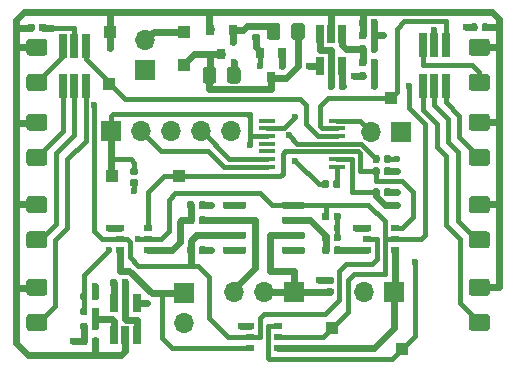
<source format=gbr>
G04 #@! TF.GenerationSoftware,KiCad,Pcbnew,5.1.5-52549c5~84~ubuntu18.04.1*
G04 #@! TF.CreationDate,2020-03-31T23:43:49+01:00*
G04 #@! TF.ProjectId,OverdrivePedal_RevB,4f766572-6472-4697-9665-506564616c5f,RevB*
G04 #@! TF.SameCoordinates,Original*
G04 #@! TF.FileFunction,Copper,L1,Top*
G04 #@! TF.FilePolarity,Positive*
%FSLAX46Y46*%
G04 Gerber Fmt 4.6, Leading zero omitted, Abs format (unit mm)*
G04 Created by KiCad (PCBNEW 5.1.5-52549c5~84~ubuntu18.04.1) date 2020-03-31 23:43:49*
%MOMM*%
%LPD*%
G04 APERTURE LIST*
%ADD10C,0.100000*%
%ADD11R,1.000000X1.000000*%
%ADD12R,0.650000X1.560000*%
%ADD13R,0.650000X2.000000*%
%ADD14R,0.800000X0.900000*%
%ADD15R,0.700000X0.510000*%
%ADD16R,1.450000X0.450000*%
%ADD17O,1.700000X1.700000*%
%ADD18R,1.700000X1.700000*%
%ADD19R,1.100000X1.100000*%
%ADD20C,0.600000*%
%ADD21C,0.600000*%
%ADD22C,0.450000*%
G04 APERTURE END LIST*
G04 #@! TA.AperFunction,SMDPad,CuDef*
D10*
G36*
X142750905Y-85915204D02*
G01*
X142775173Y-85918804D01*
X142798972Y-85924765D01*
X142822071Y-85933030D01*
X142844250Y-85943520D01*
X142865293Y-85956132D01*
X142884999Y-85970747D01*
X142903177Y-85987223D01*
X142919653Y-86005401D01*
X142934268Y-86025107D01*
X142946880Y-86046150D01*
X142957370Y-86068329D01*
X142965635Y-86091428D01*
X142971596Y-86115227D01*
X142975196Y-86139495D01*
X142976400Y-86163999D01*
X142976400Y-87064001D01*
X142975196Y-87088505D01*
X142971596Y-87112773D01*
X142965635Y-87136572D01*
X142957370Y-87159671D01*
X142946880Y-87181850D01*
X142934268Y-87202893D01*
X142919653Y-87222599D01*
X142903177Y-87240777D01*
X142884999Y-87257253D01*
X142865293Y-87271868D01*
X142844250Y-87284480D01*
X142822071Y-87294970D01*
X142798972Y-87303235D01*
X142775173Y-87309196D01*
X142750905Y-87312796D01*
X142726401Y-87314000D01*
X142076399Y-87314000D01*
X142051895Y-87312796D01*
X142027627Y-87309196D01*
X142003828Y-87303235D01*
X141980729Y-87294970D01*
X141958550Y-87284480D01*
X141937507Y-87271868D01*
X141917801Y-87257253D01*
X141899623Y-87240777D01*
X141883147Y-87222599D01*
X141868532Y-87202893D01*
X141855920Y-87181850D01*
X141845430Y-87159671D01*
X141837165Y-87136572D01*
X141831204Y-87112773D01*
X141827604Y-87088505D01*
X141826400Y-87064001D01*
X141826400Y-86163999D01*
X141827604Y-86139495D01*
X141831204Y-86115227D01*
X141837165Y-86091428D01*
X141845430Y-86068329D01*
X141855920Y-86046150D01*
X141868532Y-86025107D01*
X141883147Y-86005401D01*
X141899623Y-85987223D01*
X141917801Y-85970747D01*
X141937507Y-85956132D01*
X141958550Y-85943520D01*
X141980729Y-85933030D01*
X142003828Y-85924765D01*
X142027627Y-85918804D01*
X142051895Y-85915204D01*
X142076399Y-85914000D01*
X142726401Y-85914000D01*
X142750905Y-85915204D01*
G37*
G04 #@! TD.AperFunction*
G04 #@! TA.AperFunction,SMDPad,CuDef*
G36*
X140700905Y-85915204D02*
G01*
X140725173Y-85918804D01*
X140748972Y-85924765D01*
X140772071Y-85933030D01*
X140794250Y-85943520D01*
X140815293Y-85956132D01*
X140834999Y-85970747D01*
X140853177Y-85987223D01*
X140869653Y-86005401D01*
X140884268Y-86025107D01*
X140896880Y-86046150D01*
X140907370Y-86068329D01*
X140915635Y-86091428D01*
X140921596Y-86115227D01*
X140925196Y-86139495D01*
X140926400Y-86163999D01*
X140926400Y-87064001D01*
X140925196Y-87088505D01*
X140921596Y-87112773D01*
X140915635Y-87136572D01*
X140907370Y-87159671D01*
X140896880Y-87181850D01*
X140884268Y-87202893D01*
X140869653Y-87222599D01*
X140853177Y-87240777D01*
X140834999Y-87257253D01*
X140815293Y-87271868D01*
X140794250Y-87284480D01*
X140772071Y-87294970D01*
X140748972Y-87303235D01*
X140725173Y-87309196D01*
X140700905Y-87312796D01*
X140676401Y-87314000D01*
X140026399Y-87314000D01*
X140001895Y-87312796D01*
X139977627Y-87309196D01*
X139953828Y-87303235D01*
X139930729Y-87294970D01*
X139908550Y-87284480D01*
X139887507Y-87271868D01*
X139867801Y-87257253D01*
X139849623Y-87240777D01*
X139833147Y-87222599D01*
X139818532Y-87202893D01*
X139805920Y-87181850D01*
X139795430Y-87159671D01*
X139787165Y-87136572D01*
X139781204Y-87112773D01*
X139777604Y-87088505D01*
X139776400Y-87064001D01*
X139776400Y-86163999D01*
X139777604Y-86139495D01*
X139781204Y-86115227D01*
X139787165Y-86091428D01*
X139795430Y-86068329D01*
X139805920Y-86046150D01*
X139818532Y-86025107D01*
X139833147Y-86005401D01*
X139849623Y-85987223D01*
X139867801Y-85970747D01*
X139887507Y-85956132D01*
X139908550Y-85943520D01*
X139930729Y-85933030D01*
X139953828Y-85924765D01*
X139977627Y-85918804D01*
X140001895Y-85915204D01*
X140026399Y-85914000D01*
X140676401Y-85914000D01*
X140700905Y-85915204D01*
G37*
G04 #@! TD.AperFunction*
G04 #@! TA.AperFunction,SMDPad,CuDef*
G36*
X146136505Y-82206804D02*
G01*
X146160773Y-82210404D01*
X146184572Y-82216365D01*
X146207671Y-82224630D01*
X146229850Y-82235120D01*
X146250893Y-82247732D01*
X146270599Y-82262347D01*
X146288777Y-82278823D01*
X146305253Y-82297001D01*
X146319868Y-82316707D01*
X146332480Y-82337750D01*
X146342970Y-82359929D01*
X146351235Y-82383028D01*
X146357196Y-82406827D01*
X146360796Y-82431095D01*
X146362000Y-82455599D01*
X146362000Y-83355601D01*
X146360796Y-83380105D01*
X146357196Y-83404373D01*
X146351235Y-83428172D01*
X146342970Y-83451271D01*
X146332480Y-83473450D01*
X146319868Y-83494493D01*
X146305253Y-83514199D01*
X146288777Y-83532377D01*
X146270599Y-83548853D01*
X146250893Y-83563468D01*
X146229850Y-83576080D01*
X146207671Y-83586570D01*
X146184572Y-83594835D01*
X146160773Y-83600796D01*
X146136505Y-83604396D01*
X146112001Y-83605600D01*
X145461999Y-83605600D01*
X145437495Y-83604396D01*
X145413227Y-83600796D01*
X145389428Y-83594835D01*
X145366329Y-83586570D01*
X145344150Y-83576080D01*
X145323107Y-83563468D01*
X145303401Y-83548853D01*
X145285223Y-83532377D01*
X145268747Y-83514199D01*
X145254132Y-83494493D01*
X145241520Y-83473450D01*
X145231030Y-83451271D01*
X145222765Y-83428172D01*
X145216804Y-83404373D01*
X145213204Y-83380105D01*
X145212000Y-83355601D01*
X145212000Y-82455599D01*
X145213204Y-82431095D01*
X145216804Y-82406827D01*
X145222765Y-82383028D01*
X145231030Y-82359929D01*
X145241520Y-82337750D01*
X145254132Y-82316707D01*
X145268747Y-82297001D01*
X145285223Y-82278823D01*
X145303401Y-82262347D01*
X145323107Y-82247732D01*
X145344150Y-82235120D01*
X145366329Y-82224630D01*
X145389428Y-82216365D01*
X145413227Y-82210404D01*
X145437495Y-82206804D01*
X145461999Y-82205600D01*
X146112001Y-82205600D01*
X146136505Y-82206804D01*
G37*
G04 #@! TD.AperFunction*
G04 #@! TA.AperFunction,SMDPad,CuDef*
G36*
X148186505Y-82206804D02*
G01*
X148210773Y-82210404D01*
X148234572Y-82216365D01*
X148257671Y-82224630D01*
X148279850Y-82235120D01*
X148300893Y-82247732D01*
X148320599Y-82262347D01*
X148338777Y-82278823D01*
X148355253Y-82297001D01*
X148369868Y-82316707D01*
X148382480Y-82337750D01*
X148392970Y-82359929D01*
X148401235Y-82383028D01*
X148407196Y-82406827D01*
X148410796Y-82431095D01*
X148412000Y-82455599D01*
X148412000Y-83355601D01*
X148410796Y-83380105D01*
X148407196Y-83404373D01*
X148401235Y-83428172D01*
X148392970Y-83451271D01*
X148382480Y-83473450D01*
X148369868Y-83494493D01*
X148355253Y-83514199D01*
X148338777Y-83532377D01*
X148320599Y-83548853D01*
X148300893Y-83563468D01*
X148279850Y-83576080D01*
X148257671Y-83586570D01*
X148234572Y-83594835D01*
X148210773Y-83600796D01*
X148186505Y-83604396D01*
X148162001Y-83605600D01*
X147511999Y-83605600D01*
X147487495Y-83604396D01*
X147463227Y-83600796D01*
X147439428Y-83594835D01*
X147416329Y-83586570D01*
X147394150Y-83576080D01*
X147373107Y-83563468D01*
X147353401Y-83548853D01*
X147335223Y-83532377D01*
X147318747Y-83514199D01*
X147304132Y-83494493D01*
X147291520Y-83473450D01*
X147281030Y-83451271D01*
X147272765Y-83428172D01*
X147266804Y-83404373D01*
X147263204Y-83380105D01*
X147262000Y-83355601D01*
X147262000Y-82455599D01*
X147263204Y-82431095D01*
X147266804Y-82406827D01*
X147272765Y-82383028D01*
X147281030Y-82359929D01*
X147291520Y-82337750D01*
X147304132Y-82316707D01*
X147318747Y-82297001D01*
X147335223Y-82278823D01*
X147353401Y-82262347D01*
X147373107Y-82247732D01*
X147394150Y-82235120D01*
X147416329Y-82224630D01*
X147439428Y-82216365D01*
X147463227Y-82210404D01*
X147487495Y-82206804D01*
X147511999Y-82205600D01*
X148162001Y-82205600D01*
X148186505Y-82206804D01*
G37*
G04 #@! TD.AperFunction*
D11*
X150749000Y-108000800D03*
X132054600Y-95161100D03*
X131953000Y-82931000D03*
X137756900Y-95161100D03*
X131876800Y-87325200D03*
X155740100Y-88519000D03*
X156667200Y-109804200D03*
D12*
X132273000Y-105888800D03*
X134173000Y-105888800D03*
X134173000Y-108588800D03*
X133223000Y-108588800D03*
X132273000Y-108588800D03*
G04 #@! TA.AperFunction,SMDPad,CuDef*
D10*
G36*
X129877358Y-106284510D02*
G01*
X129891676Y-106286634D01*
X129905717Y-106290151D01*
X129919346Y-106295028D01*
X129932431Y-106301217D01*
X129944847Y-106308658D01*
X129956473Y-106317281D01*
X129967198Y-106327002D01*
X129976919Y-106337727D01*
X129985542Y-106349353D01*
X129992983Y-106361769D01*
X129999172Y-106374854D01*
X130004049Y-106388483D01*
X130007566Y-106402524D01*
X130009690Y-106416842D01*
X130010400Y-106431300D01*
X130010400Y-106776300D01*
X130009690Y-106790758D01*
X130007566Y-106805076D01*
X130004049Y-106819117D01*
X129999172Y-106832746D01*
X129992983Y-106845831D01*
X129985542Y-106858247D01*
X129976919Y-106869873D01*
X129967198Y-106880598D01*
X129956473Y-106890319D01*
X129944847Y-106898942D01*
X129932431Y-106906383D01*
X129919346Y-106912572D01*
X129905717Y-106917449D01*
X129891676Y-106920966D01*
X129877358Y-106923090D01*
X129862900Y-106923800D01*
X129567900Y-106923800D01*
X129553442Y-106923090D01*
X129539124Y-106920966D01*
X129525083Y-106917449D01*
X129511454Y-106912572D01*
X129498369Y-106906383D01*
X129485953Y-106898942D01*
X129474327Y-106890319D01*
X129463602Y-106880598D01*
X129453881Y-106869873D01*
X129445258Y-106858247D01*
X129437817Y-106845831D01*
X129431628Y-106832746D01*
X129426751Y-106819117D01*
X129423234Y-106805076D01*
X129421110Y-106790758D01*
X129420400Y-106776300D01*
X129420400Y-106431300D01*
X129421110Y-106416842D01*
X129423234Y-106402524D01*
X129426751Y-106388483D01*
X129431628Y-106374854D01*
X129437817Y-106361769D01*
X129445258Y-106349353D01*
X129453881Y-106337727D01*
X129463602Y-106327002D01*
X129474327Y-106317281D01*
X129485953Y-106308658D01*
X129498369Y-106301217D01*
X129511454Y-106295028D01*
X129525083Y-106290151D01*
X129539124Y-106286634D01*
X129553442Y-106284510D01*
X129567900Y-106283800D01*
X129862900Y-106283800D01*
X129877358Y-106284510D01*
G37*
G04 #@! TD.AperFunction*
G04 #@! TA.AperFunction,SMDPad,CuDef*
G36*
X130847358Y-106284510D02*
G01*
X130861676Y-106286634D01*
X130875717Y-106290151D01*
X130889346Y-106295028D01*
X130902431Y-106301217D01*
X130914847Y-106308658D01*
X130926473Y-106317281D01*
X130937198Y-106327002D01*
X130946919Y-106337727D01*
X130955542Y-106349353D01*
X130962983Y-106361769D01*
X130969172Y-106374854D01*
X130974049Y-106388483D01*
X130977566Y-106402524D01*
X130979690Y-106416842D01*
X130980400Y-106431300D01*
X130980400Y-106776300D01*
X130979690Y-106790758D01*
X130977566Y-106805076D01*
X130974049Y-106819117D01*
X130969172Y-106832746D01*
X130962983Y-106845831D01*
X130955542Y-106858247D01*
X130946919Y-106869873D01*
X130937198Y-106880598D01*
X130926473Y-106890319D01*
X130914847Y-106898942D01*
X130902431Y-106906383D01*
X130889346Y-106912572D01*
X130875717Y-106917449D01*
X130861676Y-106920966D01*
X130847358Y-106923090D01*
X130832900Y-106923800D01*
X130537900Y-106923800D01*
X130523442Y-106923090D01*
X130509124Y-106920966D01*
X130495083Y-106917449D01*
X130481454Y-106912572D01*
X130468369Y-106906383D01*
X130455953Y-106898942D01*
X130444327Y-106890319D01*
X130433602Y-106880598D01*
X130423881Y-106869873D01*
X130415258Y-106858247D01*
X130407817Y-106845831D01*
X130401628Y-106832746D01*
X130396751Y-106819117D01*
X130393234Y-106805076D01*
X130391110Y-106790758D01*
X130390400Y-106776300D01*
X130390400Y-106431300D01*
X130391110Y-106416842D01*
X130393234Y-106402524D01*
X130396751Y-106388483D01*
X130401628Y-106374854D01*
X130407817Y-106361769D01*
X130415258Y-106349353D01*
X130423881Y-106337727D01*
X130433602Y-106327002D01*
X130444327Y-106317281D01*
X130455953Y-106308658D01*
X130468369Y-106301217D01*
X130481454Y-106295028D01*
X130495083Y-106290151D01*
X130509124Y-106286634D01*
X130523442Y-106284510D01*
X130537900Y-106283800D01*
X130832900Y-106283800D01*
X130847358Y-106284510D01*
G37*
G04 #@! TD.AperFunction*
G04 #@! TA.AperFunction,SMDPad,CuDef*
G36*
X130847358Y-105014510D02*
G01*
X130861676Y-105016634D01*
X130875717Y-105020151D01*
X130889346Y-105025028D01*
X130902431Y-105031217D01*
X130914847Y-105038658D01*
X130926473Y-105047281D01*
X130937198Y-105057002D01*
X130946919Y-105067727D01*
X130955542Y-105079353D01*
X130962983Y-105091769D01*
X130969172Y-105104854D01*
X130974049Y-105118483D01*
X130977566Y-105132524D01*
X130979690Y-105146842D01*
X130980400Y-105161300D01*
X130980400Y-105506300D01*
X130979690Y-105520758D01*
X130977566Y-105535076D01*
X130974049Y-105549117D01*
X130969172Y-105562746D01*
X130962983Y-105575831D01*
X130955542Y-105588247D01*
X130946919Y-105599873D01*
X130937198Y-105610598D01*
X130926473Y-105620319D01*
X130914847Y-105628942D01*
X130902431Y-105636383D01*
X130889346Y-105642572D01*
X130875717Y-105647449D01*
X130861676Y-105650966D01*
X130847358Y-105653090D01*
X130832900Y-105653800D01*
X130537900Y-105653800D01*
X130523442Y-105653090D01*
X130509124Y-105650966D01*
X130495083Y-105647449D01*
X130481454Y-105642572D01*
X130468369Y-105636383D01*
X130455953Y-105628942D01*
X130444327Y-105620319D01*
X130433602Y-105610598D01*
X130423881Y-105599873D01*
X130415258Y-105588247D01*
X130407817Y-105575831D01*
X130401628Y-105562746D01*
X130396751Y-105549117D01*
X130393234Y-105535076D01*
X130391110Y-105520758D01*
X130390400Y-105506300D01*
X130390400Y-105161300D01*
X130391110Y-105146842D01*
X130393234Y-105132524D01*
X130396751Y-105118483D01*
X130401628Y-105104854D01*
X130407817Y-105091769D01*
X130415258Y-105079353D01*
X130423881Y-105067727D01*
X130433602Y-105057002D01*
X130444327Y-105047281D01*
X130455953Y-105038658D01*
X130468369Y-105031217D01*
X130481454Y-105025028D01*
X130495083Y-105020151D01*
X130509124Y-105016634D01*
X130523442Y-105014510D01*
X130537900Y-105013800D01*
X130832900Y-105013800D01*
X130847358Y-105014510D01*
G37*
G04 #@! TD.AperFunction*
G04 #@! TA.AperFunction,SMDPad,CuDef*
G36*
X129877358Y-105014510D02*
G01*
X129891676Y-105016634D01*
X129905717Y-105020151D01*
X129919346Y-105025028D01*
X129932431Y-105031217D01*
X129944847Y-105038658D01*
X129956473Y-105047281D01*
X129967198Y-105057002D01*
X129976919Y-105067727D01*
X129985542Y-105079353D01*
X129992983Y-105091769D01*
X129999172Y-105104854D01*
X130004049Y-105118483D01*
X130007566Y-105132524D01*
X130009690Y-105146842D01*
X130010400Y-105161300D01*
X130010400Y-105506300D01*
X130009690Y-105520758D01*
X130007566Y-105535076D01*
X130004049Y-105549117D01*
X129999172Y-105562746D01*
X129992983Y-105575831D01*
X129985542Y-105588247D01*
X129976919Y-105599873D01*
X129967198Y-105610598D01*
X129956473Y-105620319D01*
X129944847Y-105628942D01*
X129932431Y-105636383D01*
X129919346Y-105642572D01*
X129905717Y-105647449D01*
X129891676Y-105650966D01*
X129877358Y-105653090D01*
X129862900Y-105653800D01*
X129567900Y-105653800D01*
X129553442Y-105653090D01*
X129539124Y-105650966D01*
X129525083Y-105647449D01*
X129511454Y-105642572D01*
X129498369Y-105636383D01*
X129485953Y-105628942D01*
X129474327Y-105620319D01*
X129463602Y-105610598D01*
X129453881Y-105599873D01*
X129445258Y-105588247D01*
X129437817Y-105575831D01*
X129431628Y-105562746D01*
X129426751Y-105549117D01*
X129423234Y-105535076D01*
X129421110Y-105520758D01*
X129420400Y-105506300D01*
X129420400Y-105161300D01*
X129421110Y-105146842D01*
X129423234Y-105132524D01*
X129426751Y-105118483D01*
X129431628Y-105104854D01*
X129437817Y-105091769D01*
X129445258Y-105079353D01*
X129453881Y-105067727D01*
X129463602Y-105057002D01*
X129474327Y-105047281D01*
X129485953Y-105038658D01*
X129498369Y-105031217D01*
X129511454Y-105025028D01*
X129525083Y-105020151D01*
X129539124Y-105016634D01*
X129553442Y-105014510D01*
X129567900Y-105013800D01*
X129862900Y-105013800D01*
X129877358Y-105014510D01*
G37*
G04 #@! TD.AperFunction*
G04 #@! TA.AperFunction,SMDPad,CuDef*
G36*
X129877358Y-107554510D02*
G01*
X129891676Y-107556634D01*
X129905717Y-107560151D01*
X129919346Y-107565028D01*
X129932431Y-107571217D01*
X129944847Y-107578658D01*
X129956473Y-107587281D01*
X129967198Y-107597002D01*
X129976919Y-107607727D01*
X129985542Y-107619353D01*
X129992983Y-107631769D01*
X129999172Y-107644854D01*
X130004049Y-107658483D01*
X130007566Y-107672524D01*
X130009690Y-107686842D01*
X130010400Y-107701300D01*
X130010400Y-108046300D01*
X130009690Y-108060758D01*
X130007566Y-108075076D01*
X130004049Y-108089117D01*
X129999172Y-108102746D01*
X129992983Y-108115831D01*
X129985542Y-108128247D01*
X129976919Y-108139873D01*
X129967198Y-108150598D01*
X129956473Y-108160319D01*
X129944847Y-108168942D01*
X129932431Y-108176383D01*
X129919346Y-108182572D01*
X129905717Y-108187449D01*
X129891676Y-108190966D01*
X129877358Y-108193090D01*
X129862900Y-108193800D01*
X129567900Y-108193800D01*
X129553442Y-108193090D01*
X129539124Y-108190966D01*
X129525083Y-108187449D01*
X129511454Y-108182572D01*
X129498369Y-108176383D01*
X129485953Y-108168942D01*
X129474327Y-108160319D01*
X129463602Y-108150598D01*
X129453881Y-108139873D01*
X129445258Y-108128247D01*
X129437817Y-108115831D01*
X129431628Y-108102746D01*
X129426751Y-108089117D01*
X129423234Y-108075076D01*
X129421110Y-108060758D01*
X129420400Y-108046300D01*
X129420400Y-107701300D01*
X129421110Y-107686842D01*
X129423234Y-107672524D01*
X129426751Y-107658483D01*
X129431628Y-107644854D01*
X129437817Y-107631769D01*
X129445258Y-107619353D01*
X129453881Y-107607727D01*
X129463602Y-107597002D01*
X129474327Y-107587281D01*
X129485953Y-107578658D01*
X129498369Y-107571217D01*
X129511454Y-107565028D01*
X129525083Y-107560151D01*
X129539124Y-107556634D01*
X129553442Y-107554510D01*
X129567900Y-107553800D01*
X129862900Y-107553800D01*
X129877358Y-107554510D01*
G37*
G04 #@! TD.AperFunction*
G04 #@! TA.AperFunction,SMDPad,CuDef*
G36*
X130847358Y-107554510D02*
G01*
X130861676Y-107556634D01*
X130875717Y-107560151D01*
X130889346Y-107565028D01*
X130902431Y-107571217D01*
X130914847Y-107578658D01*
X130926473Y-107587281D01*
X130937198Y-107597002D01*
X130946919Y-107607727D01*
X130955542Y-107619353D01*
X130962983Y-107631769D01*
X130969172Y-107644854D01*
X130974049Y-107658483D01*
X130977566Y-107672524D01*
X130979690Y-107686842D01*
X130980400Y-107701300D01*
X130980400Y-108046300D01*
X130979690Y-108060758D01*
X130977566Y-108075076D01*
X130974049Y-108089117D01*
X130969172Y-108102746D01*
X130962983Y-108115831D01*
X130955542Y-108128247D01*
X130946919Y-108139873D01*
X130937198Y-108150598D01*
X130926473Y-108160319D01*
X130914847Y-108168942D01*
X130902431Y-108176383D01*
X130889346Y-108182572D01*
X130875717Y-108187449D01*
X130861676Y-108190966D01*
X130847358Y-108193090D01*
X130832900Y-108193800D01*
X130537900Y-108193800D01*
X130523442Y-108193090D01*
X130509124Y-108190966D01*
X130495083Y-108187449D01*
X130481454Y-108182572D01*
X130468369Y-108176383D01*
X130455953Y-108168942D01*
X130444327Y-108160319D01*
X130433602Y-108150598D01*
X130423881Y-108139873D01*
X130415258Y-108128247D01*
X130407817Y-108115831D01*
X130401628Y-108102746D01*
X130396751Y-108089117D01*
X130393234Y-108075076D01*
X130391110Y-108060758D01*
X130390400Y-108046300D01*
X130390400Y-107701300D01*
X130391110Y-107686842D01*
X130393234Y-107672524D01*
X130396751Y-107658483D01*
X130401628Y-107644854D01*
X130407817Y-107631769D01*
X130415258Y-107619353D01*
X130423881Y-107607727D01*
X130433602Y-107597002D01*
X130444327Y-107587281D01*
X130455953Y-107578658D01*
X130468369Y-107571217D01*
X130481454Y-107565028D01*
X130495083Y-107560151D01*
X130509124Y-107556634D01*
X130523442Y-107554510D01*
X130537900Y-107553800D01*
X130832900Y-107553800D01*
X130847358Y-107554510D01*
G37*
G04 #@! TD.AperFunction*
G04 #@! TA.AperFunction,SMDPad,CuDef*
G36*
X132391958Y-103871510D02*
G01*
X132406276Y-103873634D01*
X132420317Y-103877151D01*
X132433946Y-103882028D01*
X132447031Y-103888217D01*
X132459447Y-103895658D01*
X132471073Y-103904281D01*
X132481798Y-103914002D01*
X132491519Y-103924727D01*
X132500142Y-103936353D01*
X132507583Y-103948769D01*
X132513772Y-103961854D01*
X132518649Y-103975483D01*
X132522166Y-103989524D01*
X132524290Y-104003842D01*
X132525000Y-104018300D01*
X132525000Y-104363300D01*
X132524290Y-104377758D01*
X132522166Y-104392076D01*
X132518649Y-104406117D01*
X132513772Y-104419746D01*
X132507583Y-104432831D01*
X132500142Y-104445247D01*
X132491519Y-104456873D01*
X132481798Y-104467598D01*
X132471073Y-104477319D01*
X132459447Y-104485942D01*
X132447031Y-104493383D01*
X132433946Y-104499572D01*
X132420317Y-104504449D01*
X132406276Y-104507966D01*
X132391958Y-104510090D01*
X132377500Y-104510800D01*
X132082500Y-104510800D01*
X132068042Y-104510090D01*
X132053724Y-104507966D01*
X132039683Y-104504449D01*
X132026054Y-104499572D01*
X132012969Y-104493383D01*
X132000553Y-104485942D01*
X131988927Y-104477319D01*
X131978202Y-104467598D01*
X131968481Y-104456873D01*
X131959858Y-104445247D01*
X131952417Y-104432831D01*
X131946228Y-104419746D01*
X131941351Y-104406117D01*
X131937834Y-104392076D01*
X131935710Y-104377758D01*
X131935000Y-104363300D01*
X131935000Y-104018300D01*
X131935710Y-104003842D01*
X131937834Y-103989524D01*
X131941351Y-103975483D01*
X131946228Y-103961854D01*
X131952417Y-103948769D01*
X131959858Y-103936353D01*
X131968481Y-103924727D01*
X131978202Y-103914002D01*
X131988927Y-103904281D01*
X132000553Y-103895658D01*
X132012969Y-103888217D01*
X132026054Y-103882028D01*
X132039683Y-103877151D01*
X132053724Y-103873634D01*
X132068042Y-103871510D01*
X132082500Y-103870800D01*
X132377500Y-103870800D01*
X132391958Y-103871510D01*
G37*
G04 #@! TD.AperFunction*
G04 #@! TA.AperFunction,SMDPad,CuDef*
G36*
X133361958Y-103871510D02*
G01*
X133376276Y-103873634D01*
X133390317Y-103877151D01*
X133403946Y-103882028D01*
X133417031Y-103888217D01*
X133429447Y-103895658D01*
X133441073Y-103904281D01*
X133451798Y-103914002D01*
X133461519Y-103924727D01*
X133470142Y-103936353D01*
X133477583Y-103948769D01*
X133483772Y-103961854D01*
X133488649Y-103975483D01*
X133492166Y-103989524D01*
X133494290Y-104003842D01*
X133495000Y-104018300D01*
X133495000Y-104363300D01*
X133494290Y-104377758D01*
X133492166Y-104392076D01*
X133488649Y-104406117D01*
X133483772Y-104419746D01*
X133477583Y-104432831D01*
X133470142Y-104445247D01*
X133461519Y-104456873D01*
X133451798Y-104467598D01*
X133441073Y-104477319D01*
X133429447Y-104485942D01*
X133417031Y-104493383D01*
X133403946Y-104499572D01*
X133390317Y-104504449D01*
X133376276Y-104507966D01*
X133361958Y-104510090D01*
X133347500Y-104510800D01*
X133052500Y-104510800D01*
X133038042Y-104510090D01*
X133023724Y-104507966D01*
X133009683Y-104504449D01*
X132996054Y-104499572D01*
X132982969Y-104493383D01*
X132970553Y-104485942D01*
X132958927Y-104477319D01*
X132948202Y-104467598D01*
X132938481Y-104456873D01*
X132929858Y-104445247D01*
X132922417Y-104432831D01*
X132916228Y-104419746D01*
X132911351Y-104406117D01*
X132907834Y-104392076D01*
X132905710Y-104377758D01*
X132905000Y-104363300D01*
X132905000Y-104018300D01*
X132905710Y-104003842D01*
X132907834Y-103989524D01*
X132911351Y-103975483D01*
X132916228Y-103961854D01*
X132922417Y-103948769D01*
X132929858Y-103936353D01*
X132938481Y-103924727D01*
X132948202Y-103914002D01*
X132958927Y-103904281D01*
X132970553Y-103895658D01*
X132982969Y-103888217D01*
X132996054Y-103882028D01*
X133009683Y-103877151D01*
X133023724Y-103873634D01*
X133038042Y-103871510D01*
X133052500Y-103870800D01*
X133347500Y-103870800D01*
X133361958Y-103871510D01*
G37*
G04 #@! TD.AperFunction*
G04 #@! TA.AperFunction,SMDPad,CuDef*
G36*
X129877358Y-108824510D02*
G01*
X129891676Y-108826634D01*
X129905717Y-108830151D01*
X129919346Y-108835028D01*
X129932431Y-108841217D01*
X129944847Y-108848658D01*
X129956473Y-108857281D01*
X129967198Y-108867002D01*
X129976919Y-108877727D01*
X129985542Y-108889353D01*
X129992983Y-108901769D01*
X129999172Y-108914854D01*
X130004049Y-108928483D01*
X130007566Y-108942524D01*
X130009690Y-108956842D01*
X130010400Y-108971300D01*
X130010400Y-109316300D01*
X130009690Y-109330758D01*
X130007566Y-109345076D01*
X130004049Y-109359117D01*
X129999172Y-109372746D01*
X129992983Y-109385831D01*
X129985542Y-109398247D01*
X129976919Y-109409873D01*
X129967198Y-109420598D01*
X129956473Y-109430319D01*
X129944847Y-109438942D01*
X129932431Y-109446383D01*
X129919346Y-109452572D01*
X129905717Y-109457449D01*
X129891676Y-109460966D01*
X129877358Y-109463090D01*
X129862900Y-109463800D01*
X129567900Y-109463800D01*
X129553442Y-109463090D01*
X129539124Y-109460966D01*
X129525083Y-109457449D01*
X129511454Y-109452572D01*
X129498369Y-109446383D01*
X129485953Y-109438942D01*
X129474327Y-109430319D01*
X129463602Y-109420598D01*
X129453881Y-109409873D01*
X129445258Y-109398247D01*
X129437817Y-109385831D01*
X129431628Y-109372746D01*
X129426751Y-109359117D01*
X129423234Y-109345076D01*
X129421110Y-109330758D01*
X129420400Y-109316300D01*
X129420400Y-108971300D01*
X129421110Y-108956842D01*
X129423234Y-108942524D01*
X129426751Y-108928483D01*
X129431628Y-108914854D01*
X129437817Y-108901769D01*
X129445258Y-108889353D01*
X129453881Y-108877727D01*
X129463602Y-108867002D01*
X129474327Y-108857281D01*
X129485953Y-108848658D01*
X129498369Y-108841217D01*
X129511454Y-108835028D01*
X129525083Y-108830151D01*
X129539124Y-108826634D01*
X129553442Y-108824510D01*
X129567900Y-108823800D01*
X129862900Y-108823800D01*
X129877358Y-108824510D01*
G37*
G04 #@! TD.AperFunction*
G04 #@! TA.AperFunction,SMDPad,CuDef*
G36*
X130847358Y-108824510D02*
G01*
X130861676Y-108826634D01*
X130875717Y-108830151D01*
X130889346Y-108835028D01*
X130902431Y-108841217D01*
X130914847Y-108848658D01*
X130926473Y-108857281D01*
X130937198Y-108867002D01*
X130946919Y-108877727D01*
X130955542Y-108889353D01*
X130962983Y-108901769D01*
X130969172Y-108914854D01*
X130974049Y-108928483D01*
X130977566Y-108942524D01*
X130979690Y-108956842D01*
X130980400Y-108971300D01*
X130980400Y-109316300D01*
X130979690Y-109330758D01*
X130977566Y-109345076D01*
X130974049Y-109359117D01*
X130969172Y-109372746D01*
X130962983Y-109385831D01*
X130955542Y-109398247D01*
X130946919Y-109409873D01*
X130937198Y-109420598D01*
X130926473Y-109430319D01*
X130914847Y-109438942D01*
X130902431Y-109446383D01*
X130889346Y-109452572D01*
X130875717Y-109457449D01*
X130861676Y-109460966D01*
X130847358Y-109463090D01*
X130832900Y-109463800D01*
X130537900Y-109463800D01*
X130523442Y-109463090D01*
X130509124Y-109460966D01*
X130495083Y-109457449D01*
X130481454Y-109452572D01*
X130468369Y-109446383D01*
X130455953Y-109438942D01*
X130444327Y-109430319D01*
X130433602Y-109420598D01*
X130423881Y-109409873D01*
X130415258Y-109398247D01*
X130407817Y-109385831D01*
X130401628Y-109372746D01*
X130396751Y-109359117D01*
X130393234Y-109345076D01*
X130391110Y-109330758D01*
X130390400Y-109316300D01*
X130390400Y-108971300D01*
X130391110Y-108956842D01*
X130393234Y-108942524D01*
X130396751Y-108928483D01*
X130401628Y-108914854D01*
X130407817Y-108901769D01*
X130415258Y-108889353D01*
X130423881Y-108877727D01*
X130433602Y-108867002D01*
X130444327Y-108857281D01*
X130455953Y-108848658D01*
X130468369Y-108841217D01*
X130481454Y-108835028D01*
X130495083Y-108830151D01*
X130509124Y-108826634D01*
X130523442Y-108824510D01*
X130537900Y-108823800D01*
X130832900Y-108823800D01*
X130847358Y-108824510D01*
G37*
G04 #@! TD.AperFunction*
D12*
X151572000Y-85805000D03*
X149672000Y-85805000D03*
X149672000Y-83105000D03*
X150622000Y-83105000D03*
X151572000Y-83105000D03*
G04 #@! TA.AperFunction,SMDPad,CuDef*
D10*
G36*
X154616958Y-93381310D02*
G01*
X154631276Y-93383434D01*
X154645317Y-93386951D01*
X154658946Y-93391828D01*
X154672031Y-93398017D01*
X154684447Y-93405458D01*
X154696073Y-93414081D01*
X154706798Y-93423802D01*
X154716519Y-93434527D01*
X154725142Y-93446153D01*
X154732583Y-93458569D01*
X154738772Y-93471654D01*
X154743649Y-93485283D01*
X154747166Y-93499324D01*
X154749290Y-93513642D01*
X154750000Y-93528100D01*
X154750000Y-93873100D01*
X154749290Y-93887558D01*
X154747166Y-93901876D01*
X154743649Y-93915917D01*
X154738772Y-93929546D01*
X154732583Y-93942631D01*
X154725142Y-93955047D01*
X154716519Y-93966673D01*
X154706798Y-93977398D01*
X154696073Y-93987119D01*
X154684447Y-93995742D01*
X154672031Y-94003183D01*
X154658946Y-94009372D01*
X154645317Y-94014249D01*
X154631276Y-94017766D01*
X154616958Y-94019890D01*
X154602500Y-94020600D01*
X154307500Y-94020600D01*
X154293042Y-94019890D01*
X154278724Y-94017766D01*
X154264683Y-94014249D01*
X154251054Y-94009372D01*
X154237969Y-94003183D01*
X154225553Y-93995742D01*
X154213927Y-93987119D01*
X154203202Y-93977398D01*
X154193481Y-93966673D01*
X154184858Y-93955047D01*
X154177417Y-93942631D01*
X154171228Y-93929546D01*
X154166351Y-93915917D01*
X154162834Y-93901876D01*
X154160710Y-93887558D01*
X154160000Y-93873100D01*
X154160000Y-93528100D01*
X154160710Y-93513642D01*
X154162834Y-93499324D01*
X154166351Y-93485283D01*
X154171228Y-93471654D01*
X154177417Y-93458569D01*
X154184858Y-93446153D01*
X154193481Y-93434527D01*
X154203202Y-93423802D01*
X154213927Y-93414081D01*
X154225553Y-93405458D01*
X154237969Y-93398017D01*
X154251054Y-93391828D01*
X154264683Y-93386951D01*
X154278724Y-93383434D01*
X154293042Y-93381310D01*
X154307500Y-93380600D01*
X154602500Y-93380600D01*
X154616958Y-93381310D01*
G37*
G04 #@! TD.AperFunction*
G04 #@! TA.AperFunction,SMDPad,CuDef*
G36*
X155586958Y-93381310D02*
G01*
X155601276Y-93383434D01*
X155615317Y-93386951D01*
X155628946Y-93391828D01*
X155642031Y-93398017D01*
X155654447Y-93405458D01*
X155666073Y-93414081D01*
X155676798Y-93423802D01*
X155686519Y-93434527D01*
X155695142Y-93446153D01*
X155702583Y-93458569D01*
X155708772Y-93471654D01*
X155713649Y-93485283D01*
X155717166Y-93499324D01*
X155719290Y-93513642D01*
X155720000Y-93528100D01*
X155720000Y-93873100D01*
X155719290Y-93887558D01*
X155717166Y-93901876D01*
X155713649Y-93915917D01*
X155708772Y-93929546D01*
X155702583Y-93942631D01*
X155695142Y-93955047D01*
X155686519Y-93966673D01*
X155676798Y-93977398D01*
X155666073Y-93987119D01*
X155654447Y-93995742D01*
X155642031Y-94003183D01*
X155628946Y-94009372D01*
X155615317Y-94014249D01*
X155601276Y-94017766D01*
X155586958Y-94019890D01*
X155572500Y-94020600D01*
X155277500Y-94020600D01*
X155263042Y-94019890D01*
X155248724Y-94017766D01*
X155234683Y-94014249D01*
X155221054Y-94009372D01*
X155207969Y-94003183D01*
X155195553Y-93995742D01*
X155183927Y-93987119D01*
X155173202Y-93977398D01*
X155163481Y-93966673D01*
X155154858Y-93955047D01*
X155147417Y-93942631D01*
X155141228Y-93929546D01*
X155136351Y-93915917D01*
X155132834Y-93901876D01*
X155130710Y-93887558D01*
X155130000Y-93873100D01*
X155130000Y-93528100D01*
X155130710Y-93513642D01*
X155132834Y-93499324D01*
X155136351Y-93485283D01*
X155141228Y-93471654D01*
X155147417Y-93458569D01*
X155154858Y-93446153D01*
X155163481Y-93434527D01*
X155173202Y-93423802D01*
X155183927Y-93414081D01*
X155195553Y-93405458D01*
X155207969Y-93398017D01*
X155221054Y-93391828D01*
X155234683Y-93386951D01*
X155248724Y-93383434D01*
X155263042Y-93381310D01*
X155277500Y-93380600D01*
X155572500Y-93380600D01*
X155586958Y-93381310D01*
G37*
G04 #@! TD.AperFunction*
D13*
X129855000Y-87562000D03*
X128905000Y-87562000D03*
X127955000Y-87562000D03*
X127955000Y-84142000D03*
X128905000Y-84142000D03*
X129855000Y-84142000D03*
X160335000Y-87485800D03*
X159385000Y-87485800D03*
X158435000Y-87485800D03*
X158435000Y-84065800D03*
X159385000Y-84065800D03*
X160335000Y-84065800D03*
D14*
X141351000Y-84820000D03*
X140401000Y-82820000D03*
X142301000Y-82820000D03*
X145542000Y-86750400D03*
X144592000Y-84750400D03*
X146492000Y-84750400D03*
D15*
X132799600Y-101419700D03*
X132799600Y-100469700D03*
X132799600Y-99519700D03*
X135119600Y-99519700D03*
X135119600Y-100469700D03*
X135119600Y-101419700D03*
D16*
X145233600Y-94355200D03*
X145233600Y-93705200D03*
X145233600Y-93055200D03*
X145233600Y-92405200D03*
X145233600Y-91755200D03*
X145233600Y-91105200D03*
X145233600Y-90455200D03*
X151133600Y-90455200D03*
X151133600Y-91105200D03*
X151133600Y-91755200D03*
X151133600Y-92405200D03*
X151133600Y-93055200D03*
X151133600Y-93705200D03*
X151133600Y-94355200D03*
D15*
X143797800Y-109738200D03*
X143797800Y-108788200D03*
X143797800Y-107838200D03*
X146117800Y-107838200D03*
X146117800Y-108788200D03*
X146117800Y-109738200D03*
G04 #@! TA.AperFunction,SMDPad,CuDef*
D10*
G36*
X143322503Y-101122922D02*
G01*
X143337064Y-101125082D01*
X143351343Y-101128659D01*
X143365203Y-101133618D01*
X143378510Y-101139912D01*
X143391136Y-101147480D01*
X143402959Y-101156248D01*
X143413866Y-101166134D01*
X143423752Y-101177041D01*
X143432520Y-101188864D01*
X143440088Y-101201490D01*
X143446382Y-101214797D01*
X143451341Y-101228657D01*
X143454918Y-101242936D01*
X143457078Y-101257497D01*
X143457800Y-101272200D01*
X143457800Y-101572200D01*
X143457078Y-101586903D01*
X143454918Y-101601464D01*
X143451341Y-101615743D01*
X143446382Y-101629603D01*
X143440088Y-101642910D01*
X143432520Y-101655536D01*
X143423752Y-101667359D01*
X143413866Y-101678266D01*
X143402959Y-101688152D01*
X143391136Y-101696920D01*
X143378510Y-101704488D01*
X143365203Y-101710782D01*
X143351343Y-101715741D01*
X143337064Y-101719318D01*
X143322503Y-101721478D01*
X143307800Y-101722200D01*
X141657800Y-101722200D01*
X141643097Y-101721478D01*
X141628536Y-101719318D01*
X141614257Y-101715741D01*
X141600397Y-101710782D01*
X141587090Y-101704488D01*
X141574464Y-101696920D01*
X141562641Y-101688152D01*
X141551734Y-101678266D01*
X141541848Y-101667359D01*
X141533080Y-101655536D01*
X141525512Y-101642910D01*
X141519218Y-101629603D01*
X141514259Y-101615743D01*
X141510682Y-101601464D01*
X141508522Y-101586903D01*
X141507800Y-101572200D01*
X141507800Y-101272200D01*
X141508522Y-101257497D01*
X141510682Y-101242936D01*
X141514259Y-101228657D01*
X141519218Y-101214797D01*
X141525512Y-101201490D01*
X141533080Y-101188864D01*
X141541848Y-101177041D01*
X141551734Y-101166134D01*
X141562641Y-101156248D01*
X141574464Y-101147480D01*
X141587090Y-101139912D01*
X141600397Y-101133618D01*
X141614257Y-101128659D01*
X141628536Y-101125082D01*
X141643097Y-101122922D01*
X141657800Y-101122200D01*
X143307800Y-101122200D01*
X143322503Y-101122922D01*
G37*
G04 #@! TD.AperFunction*
G04 #@! TA.AperFunction,SMDPad,CuDef*
G36*
X143322503Y-99852922D02*
G01*
X143337064Y-99855082D01*
X143351343Y-99858659D01*
X143365203Y-99863618D01*
X143378510Y-99869912D01*
X143391136Y-99877480D01*
X143402959Y-99886248D01*
X143413866Y-99896134D01*
X143423752Y-99907041D01*
X143432520Y-99918864D01*
X143440088Y-99931490D01*
X143446382Y-99944797D01*
X143451341Y-99958657D01*
X143454918Y-99972936D01*
X143457078Y-99987497D01*
X143457800Y-100002200D01*
X143457800Y-100302200D01*
X143457078Y-100316903D01*
X143454918Y-100331464D01*
X143451341Y-100345743D01*
X143446382Y-100359603D01*
X143440088Y-100372910D01*
X143432520Y-100385536D01*
X143423752Y-100397359D01*
X143413866Y-100408266D01*
X143402959Y-100418152D01*
X143391136Y-100426920D01*
X143378510Y-100434488D01*
X143365203Y-100440782D01*
X143351343Y-100445741D01*
X143337064Y-100449318D01*
X143322503Y-100451478D01*
X143307800Y-100452200D01*
X141657800Y-100452200D01*
X141643097Y-100451478D01*
X141628536Y-100449318D01*
X141614257Y-100445741D01*
X141600397Y-100440782D01*
X141587090Y-100434488D01*
X141574464Y-100426920D01*
X141562641Y-100418152D01*
X141551734Y-100408266D01*
X141541848Y-100397359D01*
X141533080Y-100385536D01*
X141525512Y-100372910D01*
X141519218Y-100359603D01*
X141514259Y-100345743D01*
X141510682Y-100331464D01*
X141508522Y-100316903D01*
X141507800Y-100302200D01*
X141507800Y-100002200D01*
X141508522Y-99987497D01*
X141510682Y-99972936D01*
X141514259Y-99958657D01*
X141519218Y-99944797D01*
X141525512Y-99931490D01*
X141533080Y-99918864D01*
X141541848Y-99907041D01*
X141551734Y-99896134D01*
X141562641Y-99886248D01*
X141574464Y-99877480D01*
X141587090Y-99869912D01*
X141600397Y-99863618D01*
X141614257Y-99858659D01*
X141628536Y-99855082D01*
X141643097Y-99852922D01*
X141657800Y-99852200D01*
X143307800Y-99852200D01*
X143322503Y-99852922D01*
G37*
G04 #@! TD.AperFunction*
G04 #@! TA.AperFunction,SMDPad,CuDef*
G36*
X143322503Y-98582922D02*
G01*
X143337064Y-98585082D01*
X143351343Y-98588659D01*
X143365203Y-98593618D01*
X143378510Y-98599912D01*
X143391136Y-98607480D01*
X143402959Y-98616248D01*
X143413866Y-98626134D01*
X143423752Y-98637041D01*
X143432520Y-98648864D01*
X143440088Y-98661490D01*
X143446382Y-98674797D01*
X143451341Y-98688657D01*
X143454918Y-98702936D01*
X143457078Y-98717497D01*
X143457800Y-98732200D01*
X143457800Y-99032200D01*
X143457078Y-99046903D01*
X143454918Y-99061464D01*
X143451341Y-99075743D01*
X143446382Y-99089603D01*
X143440088Y-99102910D01*
X143432520Y-99115536D01*
X143423752Y-99127359D01*
X143413866Y-99138266D01*
X143402959Y-99148152D01*
X143391136Y-99156920D01*
X143378510Y-99164488D01*
X143365203Y-99170782D01*
X143351343Y-99175741D01*
X143337064Y-99179318D01*
X143322503Y-99181478D01*
X143307800Y-99182200D01*
X141657800Y-99182200D01*
X141643097Y-99181478D01*
X141628536Y-99179318D01*
X141614257Y-99175741D01*
X141600397Y-99170782D01*
X141587090Y-99164488D01*
X141574464Y-99156920D01*
X141562641Y-99148152D01*
X141551734Y-99138266D01*
X141541848Y-99127359D01*
X141533080Y-99115536D01*
X141525512Y-99102910D01*
X141519218Y-99089603D01*
X141514259Y-99075743D01*
X141510682Y-99061464D01*
X141508522Y-99046903D01*
X141507800Y-99032200D01*
X141507800Y-98732200D01*
X141508522Y-98717497D01*
X141510682Y-98702936D01*
X141514259Y-98688657D01*
X141519218Y-98674797D01*
X141525512Y-98661490D01*
X141533080Y-98648864D01*
X141541848Y-98637041D01*
X141551734Y-98626134D01*
X141562641Y-98616248D01*
X141574464Y-98607480D01*
X141587090Y-98599912D01*
X141600397Y-98593618D01*
X141614257Y-98588659D01*
X141628536Y-98585082D01*
X141643097Y-98582922D01*
X141657800Y-98582200D01*
X143307800Y-98582200D01*
X143322503Y-98582922D01*
G37*
G04 #@! TD.AperFunction*
G04 #@! TA.AperFunction,SMDPad,CuDef*
G36*
X143322503Y-97312922D02*
G01*
X143337064Y-97315082D01*
X143351343Y-97318659D01*
X143365203Y-97323618D01*
X143378510Y-97329912D01*
X143391136Y-97337480D01*
X143402959Y-97346248D01*
X143413866Y-97356134D01*
X143423752Y-97367041D01*
X143432520Y-97378864D01*
X143440088Y-97391490D01*
X143446382Y-97404797D01*
X143451341Y-97418657D01*
X143454918Y-97432936D01*
X143457078Y-97447497D01*
X143457800Y-97462200D01*
X143457800Y-97762200D01*
X143457078Y-97776903D01*
X143454918Y-97791464D01*
X143451341Y-97805743D01*
X143446382Y-97819603D01*
X143440088Y-97832910D01*
X143432520Y-97845536D01*
X143423752Y-97857359D01*
X143413866Y-97868266D01*
X143402959Y-97878152D01*
X143391136Y-97886920D01*
X143378510Y-97894488D01*
X143365203Y-97900782D01*
X143351343Y-97905741D01*
X143337064Y-97909318D01*
X143322503Y-97911478D01*
X143307800Y-97912200D01*
X141657800Y-97912200D01*
X141643097Y-97911478D01*
X141628536Y-97909318D01*
X141614257Y-97905741D01*
X141600397Y-97900782D01*
X141587090Y-97894488D01*
X141574464Y-97886920D01*
X141562641Y-97878152D01*
X141551734Y-97868266D01*
X141541848Y-97857359D01*
X141533080Y-97845536D01*
X141525512Y-97832910D01*
X141519218Y-97819603D01*
X141514259Y-97805743D01*
X141510682Y-97791464D01*
X141508522Y-97776903D01*
X141507800Y-97762200D01*
X141507800Y-97462200D01*
X141508522Y-97447497D01*
X141510682Y-97432936D01*
X141514259Y-97418657D01*
X141519218Y-97404797D01*
X141525512Y-97391490D01*
X141533080Y-97378864D01*
X141541848Y-97367041D01*
X141551734Y-97356134D01*
X141562641Y-97346248D01*
X141574464Y-97337480D01*
X141587090Y-97329912D01*
X141600397Y-97323618D01*
X141614257Y-97318659D01*
X141628536Y-97315082D01*
X141643097Y-97312922D01*
X141657800Y-97312200D01*
X143307800Y-97312200D01*
X143322503Y-97312922D01*
G37*
G04 #@! TD.AperFunction*
G04 #@! TA.AperFunction,SMDPad,CuDef*
G36*
X148272503Y-97312922D02*
G01*
X148287064Y-97315082D01*
X148301343Y-97318659D01*
X148315203Y-97323618D01*
X148328510Y-97329912D01*
X148341136Y-97337480D01*
X148352959Y-97346248D01*
X148363866Y-97356134D01*
X148373752Y-97367041D01*
X148382520Y-97378864D01*
X148390088Y-97391490D01*
X148396382Y-97404797D01*
X148401341Y-97418657D01*
X148404918Y-97432936D01*
X148407078Y-97447497D01*
X148407800Y-97462200D01*
X148407800Y-97762200D01*
X148407078Y-97776903D01*
X148404918Y-97791464D01*
X148401341Y-97805743D01*
X148396382Y-97819603D01*
X148390088Y-97832910D01*
X148382520Y-97845536D01*
X148373752Y-97857359D01*
X148363866Y-97868266D01*
X148352959Y-97878152D01*
X148341136Y-97886920D01*
X148328510Y-97894488D01*
X148315203Y-97900782D01*
X148301343Y-97905741D01*
X148287064Y-97909318D01*
X148272503Y-97911478D01*
X148257800Y-97912200D01*
X146607800Y-97912200D01*
X146593097Y-97911478D01*
X146578536Y-97909318D01*
X146564257Y-97905741D01*
X146550397Y-97900782D01*
X146537090Y-97894488D01*
X146524464Y-97886920D01*
X146512641Y-97878152D01*
X146501734Y-97868266D01*
X146491848Y-97857359D01*
X146483080Y-97845536D01*
X146475512Y-97832910D01*
X146469218Y-97819603D01*
X146464259Y-97805743D01*
X146460682Y-97791464D01*
X146458522Y-97776903D01*
X146457800Y-97762200D01*
X146457800Y-97462200D01*
X146458522Y-97447497D01*
X146460682Y-97432936D01*
X146464259Y-97418657D01*
X146469218Y-97404797D01*
X146475512Y-97391490D01*
X146483080Y-97378864D01*
X146491848Y-97367041D01*
X146501734Y-97356134D01*
X146512641Y-97346248D01*
X146524464Y-97337480D01*
X146537090Y-97329912D01*
X146550397Y-97323618D01*
X146564257Y-97318659D01*
X146578536Y-97315082D01*
X146593097Y-97312922D01*
X146607800Y-97312200D01*
X148257800Y-97312200D01*
X148272503Y-97312922D01*
G37*
G04 #@! TD.AperFunction*
G04 #@! TA.AperFunction,SMDPad,CuDef*
G36*
X148272503Y-98582922D02*
G01*
X148287064Y-98585082D01*
X148301343Y-98588659D01*
X148315203Y-98593618D01*
X148328510Y-98599912D01*
X148341136Y-98607480D01*
X148352959Y-98616248D01*
X148363866Y-98626134D01*
X148373752Y-98637041D01*
X148382520Y-98648864D01*
X148390088Y-98661490D01*
X148396382Y-98674797D01*
X148401341Y-98688657D01*
X148404918Y-98702936D01*
X148407078Y-98717497D01*
X148407800Y-98732200D01*
X148407800Y-99032200D01*
X148407078Y-99046903D01*
X148404918Y-99061464D01*
X148401341Y-99075743D01*
X148396382Y-99089603D01*
X148390088Y-99102910D01*
X148382520Y-99115536D01*
X148373752Y-99127359D01*
X148363866Y-99138266D01*
X148352959Y-99148152D01*
X148341136Y-99156920D01*
X148328510Y-99164488D01*
X148315203Y-99170782D01*
X148301343Y-99175741D01*
X148287064Y-99179318D01*
X148272503Y-99181478D01*
X148257800Y-99182200D01*
X146607800Y-99182200D01*
X146593097Y-99181478D01*
X146578536Y-99179318D01*
X146564257Y-99175741D01*
X146550397Y-99170782D01*
X146537090Y-99164488D01*
X146524464Y-99156920D01*
X146512641Y-99148152D01*
X146501734Y-99138266D01*
X146491848Y-99127359D01*
X146483080Y-99115536D01*
X146475512Y-99102910D01*
X146469218Y-99089603D01*
X146464259Y-99075743D01*
X146460682Y-99061464D01*
X146458522Y-99046903D01*
X146457800Y-99032200D01*
X146457800Y-98732200D01*
X146458522Y-98717497D01*
X146460682Y-98702936D01*
X146464259Y-98688657D01*
X146469218Y-98674797D01*
X146475512Y-98661490D01*
X146483080Y-98648864D01*
X146491848Y-98637041D01*
X146501734Y-98626134D01*
X146512641Y-98616248D01*
X146524464Y-98607480D01*
X146537090Y-98599912D01*
X146550397Y-98593618D01*
X146564257Y-98588659D01*
X146578536Y-98585082D01*
X146593097Y-98582922D01*
X146607800Y-98582200D01*
X148257800Y-98582200D01*
X148272503Y-98582922D01*
G37*
G04 #@! TD.AperFunction*
G04 #@! TA.AperFunction,SMDPad,CuDef*
G36*
X148272503Y-99852922D02*
G01*
X148287064Y-99855082D01*
X148301343Y-99858659D01*
X148315203Y-99863618D01*
X148328510Y-99869912D01*
X148341136Y-99877480D01*
X148352959Y-99886248D01*
X148363866Y-99896134D01*
X148373752Y-99907041D01*
X148382520Y-99918864D01*
X148390088Y-99931490D01*
X148396382Y-99944797D01*
X148401341Y-99958657D01*
X148404918Y-99972936D01*
X148407078Y-99987497D01*
X148407800Y-100002200D01*
X148407800Y-100302200D01*
X148407078Y-100316903D01*
X148404918Y-100331464D01*
X148401341Y-100345743D01*
X148396382Y-100359603D01*
X148390088Y-100372910D01*
X148382520Y-100385536D01*
X148373752Y-100397359D01*
X148363866Y-100408266D01*
X148352959Y-100418152D01*
X148341136Y-100426920D01*
X148328510Y-100434488D01*
X148315203Y-100440782D01*
X148301343Y-100445741D01*
X148287064Y-100449318D01*
X148272503Y-100451478D01*
X148257800Y-100452200D01*
X146607800Y-100452200D01*
X146593097Y-100451478D01*
X146578536Y-100449318D01*
X146564257Y-100445741D01*
X146550397Y-100440782D01*
X146537090Y-100434488D01*
X146524464Y-100426920D01*
X146512641Y-100418152D01*
X146501734Y-100408266D01*
X146491848Y-100397359D01*
X146483080Y-100385536D01*
X146475512Y-100372910D01*
X146469218Y-100359603D01*
X146464259Y-100345743D01*
X146460682Y-100331464D01*
X146458522Y-100316903D01*
X146457800Y-100302200D01*
X146457800Y-100002200D01*
X146458522Y-99987497D01*
X146460682Y-99972936D01*
X146464259Y-99958657D01*
X146469218Y-99944797D01*
X146475512Y-99931490D01*
X146483080Y-99918864D01*
X146491848Y-99907041D01*
X146501734Y-99896134D01*
X146512641Y-99886248D01*
X146524464Y-99877480D01*
X146537090Y-99869912D01*
X146550397Y-99863618D01*
X146564257Y-99858659D01*
X146578536Y-99855082D01*
X146593097Y-99852922D01*
X146607800Y-99852200D01*
X148257800Y-99852200D01*
X148272503Y-99852922D01*
G37*
G04 #@! TD.AperFunction*
G04 #@! TA.AperFunction,SMDPad,CuDef*
G36*
X148272503Y-101122922D02*
G01*
X148287064Y-101125082D01*
X148301343Y-101128659D01*
X148315203Y-101133618D01*
X148328510Y-101139912D01*
X148341136Y-101147480D01*
X148352959Y-101156248D01*
X148363866Y-101166134D01*
X148373752Y-101177041D01*
X148382520Y-101188864D01*
X148390088Y-101201490D01*
X148396382Y-101214797D01*
X148401341Y-101228657D01*
X148404918Y-101242936D01*
X148407078Y-101257497D01*
X148407800Y-101272200D01*
X148407800Y-101572200D01*
X148407078Y-101586903D01*
X148404918Y-101601464D01*
X148401341Y-101615743D01*
X148396382Y-101629603D01*
X148390088Y-101642910D01*
X148382520Y-101655536D01*
X148373752Y-101667359D01*
X148363866Y-101678266D01*
X148352959Y-101688152D01*
X148341136Y-101696920D01*
X148328510Y-101704488D01*
X148315203Y-101710782D01*
X148301343Y-101715741D01*
X148287064Y-101719318D01*
X148272503Y-101721478D01*
X148257800Y-101722200D01*
X146607800Y-101722200D01*
X146593097Y-101721478D01*
X146578536Y-101719318D01*
X146564257Y-101715741D01*
X146550397Y-101710782D01*
X146537090Y-101704488D01*
X146524464Y-101696920D01*
X146512641Y-101688152D01*
X146501734Y-101678266D01*
X146491848Y-101667359D01*
X146483080Y-101655536D01*
X146475512Y-101642910D01*
X146469218Y-101629603D01*
X146464259Y-101615743D01*
X146460682Y-101601464D01*
X146458522Y-101586903D01*
X146457800Y-101572200D01*
X146457800Y-101272200D01*
X146458522Y-101257497D01*
X146460682Y-101242936D01*
X146464259Y-101228657D01*
X146469218Y-101214797D01*
X146475512Y-101201490D01*
X146483080Y-101188864D01*
X146491848Y-101177041D01*
X146501734Y-101166134D01*
X146512641Y-101156248D01*
X146524464Y-101147480D01*
X146537090Y-101139912D01*
X146550397Y-101133618D01*
X146564257Y-101128659D01*
X146578536Y-101125082D01*
X146593097Y-101122922D01*
X146607800Y-101122200D01*
X148257800Y-101122200D01*
X148272503Y-101122922D01*
G37*
G04 #@! TD.AperFunction*
D15*
X153720800Y-101422200D03*
X153720800Y-100472200D03*
X153720800Y-99522200D03*
X156040800Y-99522200D03*
X156040800Y-100472200D03*
X156040800Y-101422200D03*
D17*
X154025600Y-91389200D03*
D18*
X156565600Y-91389200D03*
D17*
X142417800Y-104978200D03*
X144957800Y-104978200D03*
D18*
X147497800Y-104978200D03*
G04 #@! TA.AperFunction,SMDPad,CuDef*
D10*
G36*
X151294358Y-95514910D02*
G01*
X151308676Y-95517034D01*
X151322717Y-95520551D01*
X151336346Y-95525428D01*
X151349431Y-95531617D01*
X151361847Y-95539058D01*
X151373473Y-95547681D01*
X151384198Y-95557402D01*
X151393919Y-95568127D01*
X151402542Y-95579753D01*
X151409983Y-95592169D01*
X151416172Y-95605254D01*
X151421049Y-95618883D01*
X151424566Y-95632924D01*
X151426690Y-95647242D01*
X151427400Y-95661700D01*
X151427400Y-96006700D01*
X151426690Y-96021158D01*
X151424566Y-96035476D01*
X151421049Y-96049517D01*
X151416172Y-96063146D01*
X151409983Y-96076231D01*
X151402542Y-96088647D01*
X151393919Y-96100273D01*
X151384198Y-96110998D01*
X151373473Y-96120719D01*
X151361847Y-96129342D01*
X151349431Y-96136783D01*
X151336346Y-96142972D01*
X151322717Y-96147849D01*
X151308676Y-96151366D01*
X151294358Y-96153490D01*
X151279900Y-96154200D01*
X150984900Y-96154200D01*
X150970442Y-96153490D01*
X150956124Y-96151366D01*
X150942083Y-96147849D01*
X150928454Y-96142972D01*
X150915369Y-96136783D01*
X150902953Y-96129342D01*
X150891327Y-96120719D01*
X150880602Y-96110998D01*
X150870881Y-96100273D01*
X150862258Y-96088647D01*
X150854817Y-96076231D01*
X150848628Y-96063146D01*
X150843751Y-96049517D01*
X150840234Y-96035476D01*
X150838110Y-96021158D01*
X150837400Y-96006700D01*
X150837400Y-95661700D01*
X150838110Y-95647242D01*
X150840234Y-95632924D01*
X150843751Y-95618883D01*
X150848628Y-95605254D01*
X150854817Y-95592169D01*
X150862258Y-95579753D01*
X150870881Y-95568127D01*
X150880602Y-95557402D01*
X150891327Y-95547681D01*
X150902953Y-95539058D01*
X150915369Y-95531617D01*
X150928454Y-95525428D01*
X150942083Y-95520551D01*
X150956124Y-95517034D01*
X150970442Y-95514910D01*
X150984900Y-95514200D01*
X151279900Y-95514200D01*
X151294358Y-95514910D01*
G37*
G04 #@! TD.AperFunction*
G04 #@! TA.AperFunction,SMDPad,CuDef*
G36*
X150324358Y-95514910D02*
G01*
X150338676Y-95517034D01*
X150352717Y-95520551D01*
X150366346Y-95525428D01*
X150379431Y-95531617D01*
X150391847Y-95539058D01*
X150403473Y-95547681D01*
X150414198Y-95557402D01*
X150423919Y-95568127D01*
X150432542Y-95579753D01*
X150439983Y-95592169D01*
X150446172Y-95605254D01*
X150451049Y-95618883D01*
X150454566Y-95632924D01*
X150456690Y-95647242D01*
X150457400Y-95661700D01*
X150457400Y-96006700D01*
X150456690Y-96021158D01*
X150454566Y-96035476D01*
X150451049Y-96049517D01*
X150446172Y-96063146D01*
X150439983Y-96076231D01*
X150432542Y-96088647D01*
X150423919Y-96100273D01*
X150414198Y-96110998D01*
X150403473Y-96120719D01*
X150391847Y-96129342D01*
X150379431Y-96136783D01*
X150366346Y-96142972D01*
X150352717Y-96147849D01*
X150338676Y-96151366D01*
X150324358Y-96153490D01*
X150309900Y-96154200D01*
X150014900Y-96154200D01*
X150000442Y-96153490D01*
X149986124Y-96151366D01*
X149972083Y-96147849D01*
X149958454Y-96142972D01*
X149945369Y-96136783D01*
X149932953Y-96129342D01*
X149921327Y-96120719D01*
X149910602Y-96110998D01*
X149900881Y-96100273D01*
X149892258Y-96088647D01*
X149884817Y-96076231D01*
X149878628Y-96063146D01*
X149873751Y-96049517D01*
X149870234Y-96035476D01*
X149868110Y-96021158D01*
X149867400Y-96006700D01*
X149867400Y-95661700D01*
X149868110Y-95647242D01*
X149870234Y-95632924D01*
X149873751Y-95618883D01*
X149878628Y-95605254D01*
X149884817Y-95592169D01*
X149892258Y-95579753D01*
X149900881Y-95568127D01*
X149910602Y-95557402D01*
X149921327Y-95547681D01*
X149932953Y-95539058D01*
X149945369Y-95531617D01*
X149958454Y-95525428D01*
X149972083Y-95520551D01*
X149986124Y-95517034D01*
X150000442Y-95514910D01*
X150014900Y-95514200D01*
X150309900Y-95514200D01*
X150324358Y-95514910D01*
G37*
G04 #@! TD.AperFunction*
G04 #@! TA.AperFunction,SMDPad,CuDef*
G36*
X155586958Y-96200710D02*
G01*
X155601276Y-96202834D01*
X155615317Y-96206351D01*
X155628946Y-96211228D01*
X155642031Y-96217417D01*
X155654447Y-96224858D01*
X155666073Y-96233481D01*
X155676798Y-96243202D01*
X155686519Y-96253927D01*
X155695142Y-96265553D01*
X155702583Y-96277969D01*
X155708772Y-96291054D01*
X155713649Y-96304683D01*
X155717166Y-96318724D01*
X155719290Y-96333042D01*
X155720000Y-96347500D01*
X155720000Y-96692500D01*
X155719290Y-96706958D01*
X155717166Y-96721276D01*
X155713649Y-96735317D01*
X155708772Y-96748946D01*
X155702583Y-96762031D01*
X155695142Y-96774447D01*
X155686519Y-96786073D01*
X155676798Y-96796798D01*
X155666073Y-96806519D01*
X155654447Y-96815142D01*
X155642031Y-96822583D01*
X155628946Y-96828772D01*
X155615317Y-96833649D01*
X155601276Y-96837166D01*
X155586958Y-96839290D01*
X155572500Y-96840000D01*
X155277500Y-96840000D01*
X155263042Y-96839290D01*
X155248724Y-96837166D01*
X155234683Y-96833649D01*
X155221054Y-96828772D01*
X155207969Y-96822583D01*
X155195553Y-96815142D01*
X155183927Y-96806519D01*
X155173202Y-96796798D01*
X155163481Y-96786073D01*
X155154858Y-96774447D01*
X155147417Y-96762031D01*
X155141228Y-96748946D01*
X155136351Y-96735317D01*
X155132834Y-96721276D01*
X155130710Y-96706958D01*
X155130000Y-96692500D01*
X155130000Y-96347500D01*
X155130710Y-96333042D01*
X155132834Y-96318724D01*
X155136351Y-96304683D01*
X155141228Y-96291054D01*
X155147417Y-96277969D01*
X155154858Y-96265553D01*
X155163481Y-96253927D01*
X155173202Y-96243202D01*
X155183927Y-96233481D01*
X155195553Y-96224858D01*
X155207969Y-96217417D01*
X155221054Y-96211228D01*
X155234683Y-96206351D01*
X155248724Y-96202834D01*
X155263042Y-96200710D01*
X155277500Y-96200000D01*
X155572500Y-96200000D01*
X155586958Y-96200710D01*
G37*
G04 #@! TD.AperFunction*
G04 #@! TA.AperFunction,SMDPad,CuDef*
G36*
X154616958Y-96200710D02*
G01*
X154631276Y-96202834D01*
X154645317Y-96206351D01*
X154658946Y-96211228D01*
X154672031Y-96217417D01*
X154684447Y-96224858D01*
X154696073Y-96233481D01*
X154706798Y-96243202D01*
X154716519Y-96253927D01*
X154725142Y-96265553D01*
X154732583Y-96277969D01*
X154738772Y-96291054D01*
X154743649Y-96304683D01*
X154747166Y-96318724D01*
X154749290Y-96333042D01*
X154750000Y-96347500D01*
X154750000Y-96692500D01*
X154749290Y-96706958D01*
X154747166Y-96721276D01*
X154743649Y-96735317D01*
X154738772Y-96748946D01*
X154732583Y-96762031D01*
X154725142Y-96774447D01*
X154716519Y-96786073D01*
X154706798Y-96796798D01*
X154696073Y-96806519D01*
X154684447Y-96815142D01*
X154672031Y-96822583D01*
X154658946Y-96828772D01*
X154645317Y-96833649D01*
X154631276Y-96837166D01*
X154616958Y-96839290D01*
X154602500Y-96840000D01*
X154307500Y-96840000D01*
X154293042Y-96839290D01*
X154278724Y-96837166D01*
X154264683Y-96833649D01*
X154251054Y-96828772D01*
X154237969Y-96822583D01*
X154225553Y-96815142D01*
X154213927Y-96806519D01*
X154203202Y-96796798D01*
X154193481Y-96786073D01*
X154184858Y-96774447D01*
X154177417Y-96762031D01*
X154171228Y-96748946D01*
X154166351Y-96735317D01*
X154162834Y-96721276D01*
X154160710Y-96706958D01*
X154160000Y-96692500D01*
X154160000Y-96347500D01*
X154160710Y-96333042D01*
X154162834Y-96318724D01*
X154166351Y-96304683D01*
X154171228Y-96291054D01*
X154177417Y-96277969D01*
X154184858Y-96265553D01*
X154193481Y-96253927D01*
X154203202Y-96243202D01*
X154213927Y-96233481D01*
X154225553Y-96224858D01*
X154237969Y-96217417D01*
X154251054Y-96211228D01*
X154264683Y-96206351D01*
X154278724Y-96202834D01*
X154293042Y-96200710D01*
X154307500Y-96200000D01*
X154602500Y-96200000D01*
X154616958Y-96200710D01*
G37*
G04 #@! TD.AperFunction*
G04 #@! TA.AperFunction,SMDPad,CuDef*
G36*
X155586958Y-94422710D02*
G01*
X155601276Y-94424834D01*
X155615317Y-94428351D01*
X155628946Y-94433228D01*
X155642031Y-94439417D01*
X155654447Y-94446858D01*
X155666073Y-94455481D01*
X155676798Y-94465202D01*
X155686519Y-94475927D01*
X155695142Y-94487553D01*
X155702583Y-94499969D01*
X155708772Y-94513054D01*
X155713649Y-94526683D01*
X155717166Y-94540724D01*
X155719290Y-94555042D01*
X155720000Y-94569500D01*
X155720000Y-94914500D01*
X155719290Y-94928958D01*
X155717166Y-94943276D01*
X155713649Y-94957317D01*
X155708772Y-94970946D01*
X155702583Y-94984031D01*
X155695142Y-94996447D01*
X155686519Y-95008073D01*
X155676798Y-95018798D01*
X155666073Y-95028519D01*
X155654447Y-95037142D01*
X155642031Y-95044583D01*
X155628946Y-95050772D01*
X155615317Y-95055649D01*
X155601276Y-95059166D01*
X155586958Y-95061290D01*
X155572500Y-95062000D01*
X155277500Y-95062000D01*
X155263042Y-95061290D01*
X155248724Y-95059166D01*
X155234683Y-95055649D01*
X155221054Y-95050772D01*
X155207969Y-95044583D01*
X155195553Y-95037142D01*
X155183927Y-95028519D01*
X155173202Y-95018798D01*
X155163481Y-95008073D01*
X155154858Y-94996447D01*
X155147417Y-94984031D01*
X155141228Y-94970946D01*
X155136351Y-94957317D01*
X155132834Y-94943276D01*
X155130710Y-94928958D01*
X155130000Y-94914500D01*
X155130000Y-94569500D01*
X155130710Y-94555042D01*
X155132834Y-94540724D01*
X155136351Y-94526683D01*
X155141228Y-94513054D01*
X155147417Y-94499969D01*
X155154858Y-94487553D01*
X155163481Y-94475927D01*
X155173202Y-94465202D01*
X155183927Y-94455481D01*
X155195553Y-94446858D01*
X155207969Y-94439417D01*
X155221054Y-94433228D01*
X155234683Y-94428351D01*
X155248724Y-94424834D01*
X155263042Y-94422710D01*
X155277500Y-94422000D01*
X155572500Y-94422000D01*
X155586958Y-94422710D01*
G37*
G04 #@! TD.AperFunction*
G04 #@! TA.AperFunction,SMDPad,CuDef*
G36*
X154616958Y-94422710D02*
G01*
X154631276Y-94424834D01*
X154645317Y-94428351D01*
X154658946Y-94433228D01*
X154672031Y-94439417D01*
X154684447Y-94446858D01*
X154696073Y-94455481D01*
X154706798Y-94465202D01*
X154716519Y-94475927D01*
X154725142Y-94487553D01*
X154732583Y-94499969D01*
X154738772Y-94513054D01*
X154743649Y-94526683D01*
X154747166Y-94540724D01*
X154749290Y-94555042D01*
X154750000Y-94569500D01*
X154750000Y-94914500D01*
X154749290Y-94928958D01*
X154747166Y-94943276D01*
X154743649Y-94957317D01*
X154738772Y-94970946D01*
X154732583Y-94984031D01*
X154725142Y-94996447D01*
X154716519Y-95008073D01*
X154706798Y-95018798D01*
X154696073Y-95028519D01*
X154684447Y-95037142D01*
X154672031Y-95044583D01*
X154658946Y-95050772D01*
X154645317Y-95055649D01*
X154631276Y-95059166D01*
X154616958Y-95061290D01*
X154602500Y-95062000D01*
X154307500Y-95062000D01*
X154293042Y-95061290D01*
X154278724Y-95059166D01*
X154264683Y-95055649D01*
X154251054Y-95050772D01*
X154237969Y-95044583D01*
X154225553Y-95037142D01*
X154213927Y-95028519D01*
X154203202Y-95018798D01*
X154193481Y-95008073D01*
X154184858Y-94996447D01*
X154177417Y-94984031D01*
X154171228Y-94970946D01*
X154166351Y-94957317D01*
X154162834Y-94943276D01*
X154160710Y-94928958D01*
X154160000Y-94914500D01*
X154160000Y-94569500D01*
X154160710Y-94555042D01*
X154162834Y-94540724D01*
X154166351Y-94526683D01*
X154171228Y-94513054D01*
X154177417Y-94499969D01*
X154184858Y-94487553D01*
X154193481Y-94475927D01*
X154203202Y-94465202D01*
X154213927Y-94455481D01*
X154225553Y-94446858D01*
X154237969Y-94439417D01*
X154251054Y-94433228D01*
X154264683Y-94428351D01*
X154278724Y-94424834D01*
X154293042Y-94422710D01*
X154307500Y-94422000D01*
X154602500Y-94422000D01*
X154616958Y-94422710D01*
G37*
G04 #@! TD.AperFunction*
G04 #@! TA.AperFunction,SMDPad,CuDef*
G36*
X154443958Y-85202510D02*
G01*
X154458276Y-85204634D01*
X154472317Y-85208151D01*
X154485946Y-85213028D01*
X154499031Y-85219217D01*
X154511447Y-85226658D01*
X154523073Y-85235281D01*
X154533798Y-85245002D01*
X154543519Y-85255727D01*
X154552142Y-85267353D01*
X154559583Y-85279769D01*
X154565772Y-85292854D01*
X154570649Y-85306483D01*
X154574166Y-85320524D01*
X154576290Y-85334842D01*
X154577000Y-85349300D01*
X154577000Y-85694300D01*
X154576290Y-85708758D01*
X154574166Y-85723076D01*
X154570649Y-85737117D01*
X154565772Y-85750746D01*
X154559583Y-85763831D01*
X154552142Y-85776247D01*
X154543519Y-85787873D01*
X154533798Y-85798598D01*
X154523073Y-85808319D01*
X154511447Y-85816942D01*
X154499031Y-85824383D01*
X154485946Y-85830572D01*
X154472317Y-85835449D01*
X154458276Y-85838966D01*
X154443958Y-85841090D01*
X154429500Y-85841800D01*
X154134500Y-85841800D01*
X154120042Y-85841090D01*
X154105724Y-85838966D01*
X154091683Y-85835449D01*
X154078054Y-85830572D01*
X154064969Y-85824383D01*
X154052553Y-85816942D01*
X154040927Y-85808319D01*
X154030202Y-85798598D01*
X154020481Y-85787873D01*
X154011858Y-85776247D01*
X154004417Y-85763831D01*
X153998228Y-85750746D01*
X153993351Y-85737117D01*
X153989834Y-85723076D01*
X153987710Y-85708758D01*
X153987000Y-85694300D01*
X153987000Y-85349300D01*
X153987710Y-85334842D01*
X153989834Y-85320524D01*
X153993351Y-85306483D01*
X153998228Y-85292854D01*
X154004417Y-85279769D01*
X154011858Y-85267353D01*
X154020481Y-85255727D01*
X154030202Y-85245002D01*
X154040927Y-85235281D01*
X154052553Y-85226658D01*
X154064969Y-85219217D01*
X154078054Y-85213028D01*
X154091683Y-85208151D01*
X154105724Y-85204634D01*
X154120042Y-85202510D01*
X154134500Y-85201800D01*
X154429500Y-85201800D01*
X154443958Y-85202510D01*
G37*
G04 #@! TD.AperFunction*
G04 #@! TA.AperFunction,SMDPad,CuDef*
G36*
X153473958Y-85202510D02*
G01*
X153488276Y-85204634D01*
X153502317Y-85208151D01*
X153515946Y-85213028D01*
X153529031Y-85219217D01*
X153541447Y-85226658D01*
X153553073Y-85235281D01*
X153563798Y-85245002D01*
X153573519Y-85255727D01*
X153582142Y-85267353D01*
X153589583Y-85279769D01*
X153595772Y-85292854D01*
X153600649Y-85306483D01*
X153604166Y-85320524D01*
X153606290Y-85334842D01*
X153607000Y-85349300D01*
X153607000Y-85694300D01*
X153606290Y-85708758D01*
X153604166Y-85723076D01*
X153600649Y-85737117D01*
X153595772Y-85750746D01*
X153589583Y-85763831D01*
X153582142Y-85776247D01*
X153573519Y-85787873D01*
X153563798Y-85798598D01*
X153553073Y-85808319D01*
X153541447Y-85816942D01*
X153529031Y-85824383D01*
X153515946Y-85830572D01*
X153502317Y-85835449D01*
X153488276Y-85838966D01*
X153473958Y-85841090D01*
X153459500Y-85841800D01*
X153164500Y-85841800D01*
X153150042Y-85841090D01*
X153135724Y-85838966D01*
X153121683Y-85835449D01*
X153108054Y-85830572D01*
X153094969Y-85824383D01*
X153082553Y-85816942D01*
X153070927Y-85808319D01*
X153060202Y-85798598D01*
X153050481Y-85787873D01*
X153041858Y-85776247D01*
X153034417Y-85763831D01*
X153028228Y-85750746D01*
X153023351Y-85737117D01*
X153019834Y-85723076D01*
X153017710Y-85708758D01*
X153017000Y-85694300D01*
X153017000Y-85349300D01*
X153017710Y-85334842D01*
X153019834Y-85320524D01*
X153023351Y-85306483D01*
X153028228Y-85292854D01*
X153034417Y-85279769D01*
X153041858Y-85267353D01*
X153050481Y-85255727D01*
X153060202Y-85245002D01*
X153070927Y-85235281D01*
X153082553Y-85226658D01*
X153094969Y-85219217D01*
X153108054Y-85213028D01*
X153121683Y-85208151D01*
X153135724Y-85204634D01*
X153150042Y-85202510D01*
X153164500Y-85201800D01*
X153459500Y-85201800D01*
X153473958Y-85202510D01*
G37*
G04 #@! TD.AperFunction*
G04 #@! TA.AperFunction,SMDPad,CuDef*
G36*
X139889758Y-97292910D02*
G01*
X139904076Y-97295034D01*
X139918117Y-97298551D01*
X139931746Y-97303428D01*
X139944831Y-97309617D01*
X139957247Y-97317058D01*
X139968873Y-97325681D01*
X139979598Y-97335402D01*
X139989319Y-97346127D01*
X139997942Y-97357753D01*
X140005383Y-97370169D01*
X140011572Y-97383254D01*
X140016449Y-97396883D01*
X140019966Y-97410924D01*
X140022090Y-97425242D01*
X140022800Y-97439700D01*
X140022800Y-97784700D01*
X140022090Y-97799158D01*
X140019966Y-97813476D01*
X140016449Y-97827517D01*
X140011572Y-97841146D01*
X140005383Y-97854231D01*
X139997942Y-97866647D01*
X139989319Y-97878273D01*
X139979598Y-97888998D01*
X139968873Y-97898719D01*
X139957247Y-97907342D01*
X139944831Y-97914783D01*
X139931746Y-97920972D01*
X139918117Y-97925849D01*
X139904076Y-97929366D01*
X139889758Y-97931490D01*
X139875300Y-97932200D01*
X139580300Y-97932200D01*
X139565842Y-97931490D01*
X139551524Y-97929366D01*
X139537483Y-97925849D01*
X139523854Y-97920972D01*
X139510769Y-97914783D01*
X139498353Y-97907342D01*
X139486727Y-97898719D01*
X139476002Y-97888998D01*
X139466281Y-97878273D01*
X139457658Y-97866647D01*
X139450217Y-97854231D01*
X139444028Y-97841146D01*
X139439151Y-97827517D01*
X139435634Y-97813476D01*
X139433510Y-97799158D01*
X139432800Y-97784700D01*
X139432800Y-97439700D01*
X139433510Y-97425242D01*
X139435634Y-97410924D01*
X139439151Y-97396883D01*
X139444028Y-97383254D01*
X139450217Y-97370169D01*
X139457658Y-97357753D01*
X139466281Y-97346127D01*
X139476002Y-97335402D01*
X139486727Y-97325681D01*
X139498353Y-97317058D01*
X139510769Y-97309617D01*
X139523854Y-97303428D01*
X139537483Y-97298551D01*
X139551524Y-97295034D01*
X139565842Y-97292910D01*
X139580300Y-97292200D01*
X139875300Y-97292200D01*
X139889758Y-97292910D01*
G37*
G04 #@! TD.AperFunction*
G04 #@! TA.AperFunction,SMDPad,CuDef*
G36*
X138919758Y-97292910D02*
G01*
X138934076Y-97295034D01*
X138948117Y-97298551D01*
X138961746Y-97303428D01*
X138974831Y-97309617D01*
X138987247Y-97317058D01*
X138998873Y-97325681D01*
X139009598Y-97335402D01*
X139019319Y-97346127D01*
X139027942Y-97357753D01*
X139035383Y-97370169D01*
X139041572Y-97383254D01*
X139046449Y-97396883D01*
X139049966Y-97410924D01*
X139052090Y-97425242D01*
X139052800Y-97439700D01*
X139052800Y-97784700D01*
X139052090Y-97799158D01*
X139049966Y-97813476D01*
X139046449Y-97827517D01*
X139041572Y-97841146D01*
X139035383Y-97854231D01*
X139027942Y-97866647D01*
X139019319Y-97878273D01*
X139009598Y-97888998D01*
X138998873Y-97898719D01*
X138987247Y-97907342D01*
X138974831Y-97914783D01*
X138961746Y-97920972D01*
X138948117Y-97925849D01*
X138934076Y-97929366D01*
X138919758Y-97931490D01*
X138905300Y-97932200D01*
X138610300Y-97932200D01*
X138595842Y-97931490D01*
X138581524Y-97929366D01*
X138567483Y-97925849D01*
X138553854Y-97920972D01*
X138540769Y-97914783D01*
X138528353Y-97907342D01*
X138516727Y-97898719D01*
X138506002Y-97888998D01*
X138496281Y-97878273D01*
X138487658Y-97866647D01*
X138480217Y-97854231D01*
X138474028Y-97841146D01*
X138469151Y-97827517D01*
X138465634Y-97813476D01*
X138463510Y-97799158D01*
X138462800Y-97784700D01*
X138462800Y-97439700D01*
X138463510Y-97425242D01*
X138465634Y-97410924D01*
X138469151Y-97396883D01*
X138474028Y-97383254D01*
X138480217Y-97370169D01*
X138487658Y-97357753D01*
X138496281Y-97346127D01*
X138506002Y-97335402D01*
X138516727Y-97325681D01*
X138528353Y-97317058D01*
X138540769Y-97309617D01*
X138553854Y-97303428D01*
X138567483Y-97298551D01*
X138581524Y-97295034D01*
X138595842Y-97292910D01*
X138610300Y-97292200D01*
X138905300Y-97292200D01*
X138919758Y-97292910D01*
G37*
G04 #@! TD.AperFunction*
G04 #@! TA.AperFunction,SMDPad,CuDef*
G36*
X150732758Y-103690910D02*
G01*
X150747076Y-103693034D01*
X150761117Y-103696551D01*
X150774746Y-103701428D01*
X150787831Y-103707617D01*
X150800247Y-103715058D01*
X150811873Y-103723681D01*
X150822598Y-103733402D01*
X150832319Y-103744127D01*
X150840942Y-103755753D01*
X150848383Y-103768169D01*
X150854572Y-103781254D01*
X150859449Y-103794883D01*
X150862966Y-103808924D01*
X150865090Y-103823242D01*
X150865800Y-103837700D01*
X150865800Y-104132700D01*
X150865090Y-104147158D01*
X150862966Y-104161476D01*
X150859449Y-104175517D01*
X150854572Y-104189146D01*
X150848383Y-104202231D01*
X150840942Y-104214647D01*
X150832319Y-104226273D01*
X150822598Y-104236998D01*
X150811873Y-104246719D01*
X150800247Y-104255342D01*
X150787831Y-104262783D01*
X150774746Y-104268972D01*
X150761117Y-104273849D01*
X150747076Y-104277366D01*
X150732758Y-104279490D01*
X150718300Y-104280200D01*
X150373300Y-104280200D01*
X150358842Y-104279490D01*
X150344524Y-104277366D01*
X150330483Y-104273849D01*
X150316854Y-104268972D01*
X150303769Y-104262783D01*
X150291353Y-104255342D01*
X150279727Y-104246719D01*
X150269002Y-104236998D01*
X150259281Y-104226273D01*
X150250658Y-104214647D01*
X150243217Y-104202231D01*
X150237028Y-104189146D01*
X150232151Y-104175517D01*
X150228634Y-104161476D01*
X150226510Y-104147158D01*
X150225800Y-104132700D01*
X150225800Y-103837700D01*
X150226510Y-103823242D01*
X150228634Y-103808924D01*
X150232151Y-103794883D01*
X150237028Y-103781254D01*
X150243217Y-103768169D01*
X150250658Y-103755753D01*
X150259281Y-103744127D01*
X150269002Y-103733402D01*
X150279727Y-103723681D01*
X150291353Y-103715058D01*
X150303769Y-103707617D01*
X150316854Y-103701428D01*
X150330483Y-103696551D01*
X150344524Y-103693034D01*
X150358842Y-103690910D01*
X150373300Y-103690200D01*
X150718300Y-103690200D01*
X150732758Y-103690910D01*
G37*
G04 #@! TD.AperFunction*
G04 #@! TA.AperFunction,SMDPad,CuDef*
G36*
X150732758Y-104660910D02*
G01*
X150747076Y-104663034D01*
X150761117Y-104666551D01*
X150774746Y-104671428D01*
X150787831Y-104677617D01*
X150800247Y-104685058D01*
X150811873Y-104693681D01*
X150822598Y-104703402D01*
X150832319Y-104714127D01*
X150840942Y-104725753D01*
X150848383Y-104738169D01*
X150854572Y-104751254D01*
X150859449Y-104764883D01*
X150862966Y-104778924D01*
X150865090Y-104793242D01*
X150865800Y-104807700D01*
X150865800Y-105102700D01*
X150865090Y-105117158D01*
X150862966Y-105131476D01*
X150859449Y-105145517D01*
X150854572Y-105159146D01*
X150848383Y-105172231D01*
X150840942Y-105184647D01*
X150832319Y-105196273D01*
X150822598Y-105206998D01*
X150811873Y-105216719D01*
X150800247Y-105225342D01*
X150787831Y-105232783D01*
X150774746Y-105238972D01*
X150761117Y-105243849D01*
X150747076Y-105247366D01*
X150732758Y-105249490D01*
X150718300Y-105250200D01*
X150373300Y-105250200D01*
X150358842Y-105249490D01*
X150344524Y-105247366D01*
X150330483Y-105243849D01*
X150316854Y-105238972D01*
X150303769Y-105232783D01*
X150291353Y-105225342D01*
X150279727Y-105216719D01*
X150269002Y-105206998D01*
X150259281Y-105196273D01*
X150250658Y-105184647D01*
X150243217Y-105172231D01*
X150237028Y-105159146D01*
X150232151Y-105145517D01*
X150228634Y-105131476D01*
X150226510Y-105117158D01*
X150225800Y-105102700D01*
X150225800Y-104807700D01*
X150226510Y-104793242D01*
X150228634Y-104778924D01*
X150232151Y-104764883D01*
X150237028Y-104751254D01*
X150243217Y-104738169D01*
X150250658Y-104725753D01*
X150259281Y-104714127D01*
X150269002Y-104703402D01*
X150279727Y-104693681D01*
X150291353Y-104685058D01*
X150303769Y-104677617D01*
X150316854Y-104671428D01*
X150330483Y-104666551D01*
X150344524Y-104663034D01*
X150358842Y-104660910D01*
X150373300Y-104660200D01*
X150718300Y-104660200D01*
X150732758Y-104660910D01*
G37*
G04 #@! TD.AperFunction*
G04 #@! TA.AperFunction,SMDPad,CuDef*
G36*
X151319758Y-100023410D02*
G01*
X151334076Y-100025534D01*
X151348117Y-100029051D01*
X151361746Y-100033928D01*
X151374831Y-100040117D01*
X151387247Y-100047558D01*
X151398873Y-100056181D01*
X151409598Y-100065902D01*
X151419319Y-100076627D01*
X151427942Y-100088253D01*
X151435383Y-100100669D01*
X151441572Y-100113754D01*
X151446449Y-100127383D01*
X151449966Y-100141424D01*
X151452090Y-100155742D01*
X151452800Y-100170200D01*
X151452800Y-100515200D01*
X151452090Y-100529658D01*
X151449966Y-100543976D01*
X151446449Y-100558017D01*
X151441572Y-100571646D01*
X151435383Y-100584731D01*
X151427942Y-100597147D01*
X151419319Y-100608773D01*
X151409598Y-100619498D01*
X151398873Y-100629219D01*
X151387247Y-100637842D01*
X151374831Y-100645283D01*
X151361746Y-100651472D01*
X151348117Y-100656349D01*
X151334076Y-100659866D01*
X151319758Y-100661990D01*
X151305300Y-100662700D01*
X151010300Y-100662700D01*
X150995842Y-100661990D01*
X150981524Y-100659866D01*
X150967483Y-100656349D01*
X150953854Y-100651472D01*
X150940769Y-100645283D01*
X150928353Y-100637842D01*
X150916727Y-100629219D01*
X150906002Y-100619498D01*
X150896281Y-100608773D01*
X150887658Y-100597147D01*
X150880217Y-100584731D01*
X150874028Y-100571646D01*
X150869151Y-100558017D01*
X150865634Y-100543976D01*
X150863510Y-100529658D01*
X150862800Y-100515200D01*
X150862800Y-100170200D01*
X150863510Y-100155742D01*
X150865634Y-100141424D01*
X150869151Y-100127383D01*
X150874028Y-100113754D01*
X150880217Y-100100669D01*
X150887658Y-100088253D01*
X150896281Y-100076627D01*
X150906002Y-100065902D01*
X150916727Y-100056181D01*
X150928353Y-100047558D01*
X150940769Y-100040117D01*
X150953854Y-100033928D01*
X150967483Y-100029051D01*
X150981524Y-100025534D01*
X150995842Y-100023410D01*
X151010300Y-100022700D01*
X151305300Y-100022700D01*
X151319758Y-100023410D01*
G37*
G04 #@! TD.AperFunction*
G04 #@! TA.AperFunction,SMDPad,CuDef*
G36*
X150349758Y-100023410D02*
G01*
X150364076Y-100025534D01*
X150378117Y-100029051D01*
X150391746Y-100033928D01*
X150404831Y-100040117D01*
X150417247Y-100047558D01*
X150428873Y-100056181D01*
X150439598Y-100065902D01*
X150449319Y-100076627D01*
X150457942Y-100088253D01*
X150465383Y-100100669D01*
X150471572Y-100113754D01*
X150476449Y-100127383D01*
X150479966Y-100141424D01*
X150482090Y-100155742D01*
X150482800Y-100170200D01*
X150482800Y-100515200D01*
X150482090Y-100529658D01*
X150479966Y-100543976D01*
X150476449Y-100558017D01*
X150471572Y-100571646D01*
X150465383Y-100584731D01*
X150457942Y-100597147D01*
X150449319Y-100608773D01*
X150439598Y-100619498D01*
X150428873Y-100629219D01*
X150417247Y-100637842D01*
X150404831Y-100645283D01*
X150391746Y-100651472D01*
X150378117Y-100656349D01*
X150364076Y-100659866D01*
X150349758Y-100661990D01*
X150335300Y-100662700D01*
X150040300Y-100662700D01*
X150025842Y-100661990D01*
X150011524Y-100659866D01*
X149997483Y-100656349D01*
X149983854Y-100651472D01*
X149970769Y-100645283D01*
X149958353Y-100637842D01*
X149946727Y-100629219D01*
X149936002Y-100619498D01*
X149926281Y-100608773D01*
X149917658Y-100597147D01*
X149910217Y-100584731D01*
X149904028Y-100571646D01*
X149899151Y-100558017D01*
X149895634Y-100543976D01*
X149893510Y-100529658D01*
X149892800Y-100515200D01*
X149892800Y-100170200D01*
X149893510Y-100155742D01*
X149895634Y-100141424D01*
X149899151Y-100127383D01*
X149904028Y-100113754D01*
X149910217Y-100100669D01*
X149917658Y-100088253D01*
X149926281Y-100076627D01*
X149936002Y-100065902D01*
X149946727Y-100056181D01*
X149958353Y-100047558D01*
X149970769Y-100040117D01*
X149983854Y-100033928D01*
X149997483Y-100029051D01*
X150011524Y-100025534D01*
X150025842Y-100023410D01*
X150040300Y-100022700D01*
X150335300Y-100022700D01*
X150349758Y-100023410D01*
G37*
G04 #@! TD.AperFunction*
D17*
X138176000Y-107619800D03*
D18*
X138176000Y-105079800D03*
D17*
X142189200Y-91363800D03*
X139649200Y-91363800D03*
X137109200Y-91363800D03*
X134569200Y-91363800D03*
D18*
X132029200Y-91363800D03*
D17*
X134924800Y-83667600D03*
D18*
X134924800Y-86207600D03*
D17*
X153466800Y-104978200D03*
D18*
X156006800Y-104978200D03*
G04 #@! TA.AperFunction,SMDPad,CuDef*
D10*
G36*
X126379504Y-83526204D02*
G01*
X126403773Y-83529804D01*
X126427571Y-83535765D01*
X126450671Y-83544030D01*
X126472849Y-83554520D01*
X126493893Y-83567133D01*
X126513598Y-83581747D01*
X126531777Y-83598223D01*
X126548253Y-83616402D01*
X126562867Y-83636107D01*
X126575480Y-83657151D01*
X126585970Y-83679329D01*
X126594235Y-83702429D01*
X126600196Y-83726227D01*
X126603796Y-83750496D01*
X126605000Y-83775000D01*
X126605000Y-84700000D01*
X126603796Y-84724504D01*
X126600196Y-84748773D01*
X126594235Y-84772571D01*
X126585970Y-84795671D01*
X126575480Y-84817849D01*
X126562867Y-84838893D01*
X126548253Y-84858598D01*
X126531777Y-84876777D01*
X126513598Y-84893253D01*
X126493893Y-84907867D01*
X126472849Y-84920480D01*
X126450671Y-84930970D01*
X126427571Y-84939235D01*
X126403773Y-84945196D01*
X126379504Y-84948796D01*
X126355000Y-84950000D01*
X125105000Y-84950000D01*
X125080496Y-84948796D01*
X125056227Y-84945196D01*
X125032429Y-84939235D01*
X125009329Y-84930970D01*
X124987151Y-84920480D01*
X124966107Y-84907867D01*
X124946402Y-84893253D01*
X124928223Y-84876777D01*
X124911747Y-84858598D01*
X124897133Y-84838893D01*
X124884520Y-84817849D01*
X124874030Y-84795671D01*
X124865765Y-84772571D01*
X124859804Y-84748773D01*
X124856204Y-84724504D01*
X124855000Y-84700000D01*
X124855000Y-83775000D01*
X124856204Y-83750496D01*
X124859804Y-83726227D01*
X124865765Y-83702429D01*
X124874030Y-83679329D01*
X124884520Y-83657151D01*
X124897133Y-83636107D01*
X124911747Y-83616402D01*
X124928223Y-83598223D01*
X124946402Y-83581747D01*
X124966107Y-83567133D01*
X124987151Y-83554520D01*
X125009329Y-83544030D01*
X125032429Y-83535765D01*
X125056227Y-83529804D01*
X125080496Y-83526204D01*
X125105000Y-83525000D01*
X126355000Y-83525000D01*
X126379504Y-83526204D01*
G37*
G04 #@! TD.AperFunction*
G04 #@! TA.AperFunction,SMDPad,CuDef*
G36*
X126379504Y-86501204D02*
G01*
X126403773Y-86504804D01*
X126427571Y-86510765D01*
X126450671Y-86519030D01*
X126472849Y-86529520D01*
X126493893Y-86542133D01*
X126513598Y-86556747D01*
X126531777Y-86573223D01*
X126548253Y-86591402D01*
X126562867Y-86611107D01*
X126575480Y-86632151D01*
X126585970Y-86654329D01*
X126594235Y-86677429D01*
X126600196Y-86701227D01*
X126603796Y-86725496D01*
X126605000Y-86750000D01*
X126605000Y-87675000D01*
X126603796Y-87699504D01*
X126600196Y-87723773D01*
X126594235Y-87747571D01*
X126585970Y-87770671D01*
X126575480Y-87792849D01*
X126562867Y-87813893D01*
X126548253Y-87833598D01*
X126531777Y-87851777D01*
X126513598Y-87868253D01*
X126493893Y-87882867D01*
X126472849Y-87895480D01*
X126450671Y-87905970D01*
X126427571Y-87914235D01*
X126403773Y-87920196D01*
X126379504Y-87923796D01*
X126355000Y-87925000D01*
X125105000Y-87925000D01*
X125080496Y-87923796D01*
X125056227Y-87920196D01*
X125032429Y-87914235D01*
X125009329Y-87905970D01*
X124987151Y-87895480D01*
X124966107Y-87882867D01*
X124946402Y-87868253D01*
X124928223Y-87851777D01*
X124911747Y-87833598D01*
X124897133Y-87813893D01*
X124884520Y-87792849D01*
X124874030Y-87770671D01*
X124865765Y-87747571D01*
X124859804Y-87723773D01*
X124856204Y-87699504D01*
X124855000Y-87675000D01*
X124855000Y-86750000D01*
X124856204Y-86725496D01*
X124859804Y-86701227D01*
X124865765Y-86677429D01*
X124874030Y-86654329D01*
X124884520Y-86632151D01*
X124897133Y-86611107D01*
X124911747Y-86591402D01*
X124928223Y-86573223D01*
X124946402Y-86556747D01*
X124966107Y-86542133D01*
X124987151Y-86529520D01*
X125009329Y-86519030D01*
X125032429Y-86510765D01*
X125056227Y-86504804D01*
X125080496Y-86501204D01*
X125105000Y-86500000D01*
X126355000Y-86500000D01*
X126379504Y-86501204D01*
G37*
G04 #@! TD.AperFunction*
G04 #@! TA.AperFunction,SMDPad,CuDef*
G36*
X163844504Y-83526204D02*
G01*
X163868773Y-83529804D01*
X163892571Y-83535765D01*
X163915671Y-83544030D01*
X163937849Y-83554520D01*
X163958893Y-83567133D01*
X163978598Y-83581747D01*
X163996777Y-83598223D01*
X164013253Y-83616402D01*
X164027867Y-83636107D01*
X164040480Y-83657151D01*
X164050970Y-83679329D01*
X164059235Y-83702429D01*
X164065196Y-83726227D01*
X164068796Y-83750496D01*
X164070000Y-83775000D01*
X164070000Y-84700000D01*
X164068796Y-84724504D01*
X164065196Y-84748773D01*
X164059235Y-84772571D01*
X164050970Y-84795671D01*
X164040480Y-84817849D01*
X164027867Y-84838893D01*
X164013253Y-84858598D01*
X163996777Y-84876777D01*
X163978598Y-84893253D01*
X163958893Y-84907867D01*
X163937849Y-84920480D01*
X163915671Y-84930970D01*
X163892571Y-84939235D01*
X163868773Y-84945196D01*
X163844504Y-84948796D01*
X163820000Y-84950000D01*
X162570000Y-84950000D01*
X162545496Y-84948796D01*
X162521227Y-84945196D01*
X162497429Y-84939235D01*
X162474329Y-84930970D01*
X162452151Y-84920480D01*
X162431107Y-84907867D01*
X162411402Y-84893253D01*
X162393223Y-84876777D01*
X162376747Y-84858598D01*
X162362133Y-84838893D01*
X162349520Y-84817849D01*
X162339030Y-84795671D01*
X162330765Y-84772571D01*
X162324804Y-84748773D01*
X162321204Y-84724504D01*
X162320000Y-84700000D01*
X162320000Y-83775000D01*
X162321204Y-83750496D01*
X162324804Y-83726227D01*
X162330765Y-83702429D01*
X162339030Y-83679329D01*
X162349520Y-83657151D01*
X162362133Y-83636107D01*
X162376747Y-83616402D01*
X162393223Y-83598223D01*
X162411402Y-83581747D01*
X162431107Y-83567133D01*
X162452151Y-83554520D01*
X162474329Y-83544030D01*
X162497429Y-83535765D01*
X162521227Y-83529804D01*
X162545496Y-83526204D01*
X162570000Y-83525000D01*
X163820000Y-83525000D01*
X163844504Y-83526204D01*
G37*
G04 #@! TD.AperFunction*
G04 #@! TA.AperFunction,SMDPad,CuDef*
G36*
X163844504Y-86501204D02*
G01*
X163868773Y-86504804D01*
X163892571Y-86510765D01*
X163915671Y-86519030D01*
X163937849Y-86529520D01*
X163958893Y-86542133D01*
X163978598Y-86556747D01*
X163996777Y-86573223D01*
X164013253Y-86591402D01*
X164027867Y-86611107D01*
X164040480Y-86632151D01*
X164050970Y-86654329D01*
X164059235Y-86677429D01*
X164065196Y-86701227D01*
X164068796Y-86725496D01*
X164070000Y-86750000D01*
X164070000Y-87675000D01*
X164068796Y-87699504D01*
X164065196Y-87723773D01*
X164059235Y-87747571D01*
X164050970Y-87770671D01*
X164040480Y-87792849D01*
X164027867Y-87813893D01*
X164013253Y-87833598D01*
X163996777Y-87851777D01*
X163978598Y-87868253D01*
X163958893Y-87882867D01*
X163937849Y-87895480D01*
X163915671Y-87905970D01*
X163892571Y-87914235D01*
X163868773Y-87920196D01*
X163844504Y-87923796D01*
X163820000Y-87925000D01*
X162570000Y-87925000D01*
X162545496Y-87923796D01*
X162521227Y-87920196D01*
X162497429Y-87914235D01*
X162474329Y-87905970D01*
X162452151Y-87895480D01*
X162431107Y-87882867D01*
X162411402Y-87868253D01*
X162393223Y-87851777D01*
X162376747Y-87833598D01*
X162362133Y-87813893D01*
X162349520Y-87792849D01*
X162339030Y-87770671D01*
X162330765Y-87747571D01*
X162324804Y-87723773D01*
X162321204Y-87699504D01*
X162320000Y-87675000D01*
X162320000Y-86750000D01*
X162321204Y-86725496D01*
X162324804Y-86701227D01*
X162330765Y-86677429D01*
X162339030Y-86654329D01*
X162349520Y-86632151D01*
X162362133Y-86611107D01*
X162376747Y-86591402D01*
X162393223Y-86573223D01*
X162411402Y-86556747D01*
X162431107Y-86542133D01*
X162452151Y-86529520D01*
X162474329Y-86519030D01*
X162497429Y-86510765D01*
X162521227Y-86504804D01*
X162545496Y-86501204D01*
X162570000Y-86500000D01*
X163820000Y-86500000D01*
X163844504Y-86501204D01*
G37*
G04 #@! TD.AperFunction*
G04 #@! TA.AperFunction,SMDPad,CuDef*
G36*
X126379504Y-89876204D02*
G01*
X126403773Y-89879804D01*
X126427571Y-89885765D01*
X126450671Y-89894030D01*
X126472849Y-89904520D01*
X126493893Y-89917133D01*
X126513598Y-89931747D01*
X126531777Y-89948223D01*
X126548253Y-89966402D01*
X126562867Y-89986107D01*
X126575480Y-90007151D01*
X126585970Y-90029329D01*
X126594235Y-90052429D01*
X126600196Y-90076227D01*
X126603796Y-90100496D01*
X126605000Y-90125000D01*
X126605000Y-91050000D01*
X126603796Y-91074504D01*
X126600196Y-91098773D01*
X126594235Y-91122571D01*
X126585970Y-91145671D01*
X126575480Y-91167849D01*
X126562867Y-91188893D01*
X126548253Y-91208598D01*
X126531777Y-91226777D01*
X126513598Y-91243253D01*
X126493893Y-91257867D01*
X126472849Y-91270480D01*
X126450671Y-91280970D01*
X126427571Y-91289235D01*
X126403773Y-91295196D01*
X126379504Y-91298796D01*
X126355000Y-91300000D01*
X125105000Y-91300000D01*
X125080496Y-91298796D01*
X125056227Y-91295196D01*
X125032429Y-91289235D01*
X125009329Y-91280970D01*
X124987151Y-91270480D01*
X124966107Y-91257867D01*
X124946402Y-91243253D01*
X124928223Y-91226777D01*
X124911747Y-91208598D01*
X124897133Y-91188893D01*
X124884520Y-91167849D01*
X124874030Y-91145671D01*
X124865765Y-91122571D01*
X124859804Y-91098773D01*
X124856204Y-91074504D01*
X124855000Y-91050000D01*
X124855000Y-90125000D01*
X124856204Y-90100496D01*
X124859804Y-90076227D01*
X124865765Y-90052429D01*
X124874030Y-90029329D01*
X124884520Y-90007151D01*
X124897133Y-89986107D01*
X124911747Y-89966402D01*
X124928223Y-89948223D01*
X124946402Y-89931747D01*
X124966107Y-89917133D01*
X124987151Y-89904520D01*
X125009329Y-89894030D01*
X125032429Y-89885765D01*
X125056227Y-89879804D01*
X125080496Y-89876204D01*
X125105000Y-89875000D01*
X126355000Y-89875000D01*
X126379504Y-89876204D01*
G37*
G04 #@! TD.AperFunction*
G04 #@! TA.AperFunction,SMDPad,CuDef*
G36*
X126379504Y-92851204D02*
G01*
X126403773Y-92854804D01*
X126427571Y-92860765D01*
X126450671Y-92869030D01*
X126472849Y-92879520D01*
X126493893Y-92892133D01*
X126513598Y-92906747D01*
X126531777Y-92923223D01*
X126548253Y-92941402D01*
X126562867Y-92961107D01*
X126575480Y-92982151D01*
X126585970Y-93004329D01*
X126594235Y-93027429D01*
X126600196Y-93051227D01*
X126603796Y-93075496D01*
X126605000Y-93100000D01*
X126605000Y-94025000D01*
X126603796Y-94049504D01*
X126600196Y-94073773D01*
X126594235Y-94097571D01*
X126585970Y-94120671D01*
X126575480Y-94142849D01*
X126562867Y-94163893D01*
X126548253Y-94183598D01*
X126531777Y-94201777D01*
X126513598Y-94218253D01*
X126493893Y-94232867D01*
X126472849Y-94245480D01*
X126450671Y-94255970D01*
X126427571Y-94264235D01*
X126403773Y-94270196D01*
X126379504Y-94273796D01*
X126355000Y-94275000D01*
X125105000Y-94275000D01*
X125080496Y-94273796D01*
X125056227Y-94270196D01*
X125032429Y-94264235D01*
X125009329Y-94255970D01*
X124987151Y-94245480D01*
X124966107Y-94232867D01*
X124946402Y-94218253D01*
X124928223Y-94201777D01*
X124911747Y-94183598D01*
X124897133Y-94163893D01*
X124884520Y-94142849D01*
X124874030Y-94120671D01*
X124865765Y-94097571D01*
X124859804Y-94073773D01*
X124856204Y-94049504D01*
X124855000Y-94025000D01*
X124855000Y-93100000D01*
X124856204Y-93075496D01*
X124859804Y-93051227D01*
X124865765Y-93027429D01*
X124874030Y-93004329D01*
X124884520Y-92982151D01*
X124897133Y-92961107D01*
X124911747Y-92941402D01*
X124928223Y-92923223D01*
X124946402Y-92906747D01*
X124966107Y-92892133D01*
X124987151Y-92879520D01*
X125009329Y-92869030D01*
X125032429Y-92860765D01*
X125056227Y-92854804D01*
X125080496Y-92851204D01*
X125105000Y-92850000D01*
X126355000Y-92850000D01*
X126379504Y-92851204D01*
G37*
G04 #@! TD.AperFunction*
G04 #@! TA.AperFunction,SMDPad,CuDef*
G36*
X163844504Y-103846204D02*
G01*
X163868773Y-103849804D01*
X163892571Y-103855765D01*
X163915671Y-103864030D01*
X163937849Y-103874520D01*
X163958893Y-103887133D01*
X163978598Y-103901747D01*
X163996777Y-103918223D01*
X164013253Y-103936402D01*
X164027867Y-103956107D01*
X164040480Y-103977151D01*
X164050970Y-103999329D01*
X164059235Y-104022429D01*
X164065196Y-104046227D01*
X164068796Y-104070496D01*
X164070000Y-104095000D01*
X164070000Y-105020000D01*
X164068796Y-105044504D01*
X164065196Y-105068773D01*
X164059235Y-105092571D01*
X164050970Y-105115671D01*
X164040480Y-105137849D01*
X164027867Y-105158893D01*
X164013253Y-105178598D01*
X163996777Y-105196777D01*
X163978598Y-105213253D01*
X163958893Y-105227867D01*
X163937849Y-105240480D01*
X163915671Y-105250970D01*
X163892571Y-105259235D01*
X163868773Y-105265196D01*
X163844504Y-105268796D01*
X163820000Y-105270000D01*
X162570000Y-105270000D01*
X162545496Y-105268796D01*
X162521227Y-105265196D01*
X162497429Y-105259235D01*
X162474329Y-105250970D01*
X162452151Y-105240480D01*
X162431107Y-105227867D01*
X162411402Y-105213253D01*
X162393223Y-105196777D01*
X162376747Y-105178598D01*
X162362133Y-105158893D01*
X162349520Y-105137849D01*
X162339030Y-105115671D01*
X162330765Y-105092571D01*
X162324804Y-105068773D01*
X162321204Y-105044504D01*
X162320000Y-105020000D01*
X162320000Y-104095000D01*
X162321204Y-104070496D01*
X162324804Y-104046227D01*
X162330765Y-104022429D01*
X162339030Y-103999329D01*
X162349520Y-103977151D01*
X162362133Y-103956107D01*
X162376747Y-103936402D01*
X162393223Y-103918223D01*
X162411402Y-103901747D01*
X162431107Y-103887133D01*
X162452151Y-103874520D01*
X162474329Y-103864030D01*
X162497429Y-103855765D01*
X162521227Y-103849804D01*
X162545496Y-103846204D01*
X162570000Y-103845000D01*
X163820000Y-103845000D01*
X163844504Y-103846204D01*
G37*
G04 #@! TD.AperFunction*
G04 #@! TA.AperFunction,SMDPad,CuDef*
G36*
X163844504Y-106821204D02*
G01*
X163868773Y-106824804D01*
X163892571Y-106830765D01*
X163915671Y-106839030D01*
X163937849Y-106849520D01*
X163958893Y-106862133D01*
X163978598Y-106876747D01*
X163996777Y-106893223D01*
X164013253Y-106911402D01*
X164027867Y-106931107D01*
X164040480Y-106952151D01*
X164050970Y-106974329D01*
X164059235Y-106997429D01*
X164065196Y-107021227D01*
X164068796Y-107045496D01*
X164070000Y-107070000D01*
X164070000Y-107995000D01*
X164068796Y-108019504D01*
X164065196Y-108043773D01*
X164059235Y-108067571D01*
X164050970Y-108090671D01*
X164040480Y-108112849D01*
X164027867Y-108133893D01*
X164013253Y-108153598D01*
X163996777Y-108171777D01*
X163978598Y-108188253D01*
X163958893Y-108202867D01*
X163937849Y-108215480D01*
X163915671Y-108225970D01*
X163892571Y-108234235D01*
X163868773Y-108240196D01*
X163844504Y-108243796D01*
X163820000Y-108245000D01*
X162570000Y-108245000D01*
X162545496Y-108243796D01*
X162521227Y-108240196D01*
X162497429Y-108234235D01*
X162474329Y-108225970D01*
X162452151Y-108215480D01*
X162431107Y-108202867D01*
X162411402Y-108188253D01*
X162393223Y-108171777D01*
X162376747Y-108153598D01*
X162362133Y-108133893D01*
X162349520Y-108112849D01*
X162339030Y-108090671D01*
X162330765Y-108067571D01*
X162324804Y-108043773D01*
X162321204Y-108019504D01*
X162320000Y-107995000D01*
X162320000Y-107070000D01*
X162321204Y-107045496D01*
X162324804Y-107021227D01*
X162330765Y-106997429D01*
X162339030Y-106974329D01*
X162349520Y-106952151D01*
X162362133Y-106931107D01*
X162376747Y-106911402D01*
X162393223Y-106893223D01*
X162411402Y-106876747D01*
X162431107Y-106862133D01*
X162452151Y-106849520D01*
X162474329Y-106839030D01*
X162497429Y-106830765D01*
X162521227Y-106824804D01*
X162545496Y-106821204D01*
X162570000Y-106820000D01*
X163820000Y-106820000D01*
X163844504Y-106821204D01*
G37*
G04 #@! TD.AperFunction*
G04 #@! TA.AperFunction,SMDPad,CuDef*
G36*
X126379504Y-96861204D02*
G01*
X126403773Y-96864804D01*
X126427571Y-96870765D01*
X126450671Y-96879030D01*
X126472849Y-96889520D01*
X126493893Y-96902133D01*
X126513598Y-96916747D01*
X126531777Y-96933223D01*
X126548253Y-96951402D01*
X126562867Y-96971107D01*
X126575480Y-96992151D01*
X126585970Y-97014329D01*
X126594235Y-97037429D01*
X126600196Y-97061227D01*
X126603796Y-97085496D01*
X126605000Y-97110000D01*
X126605000Y-98035000D01*
X126603796Y-98059504D01*
X126600196Y-98083773D01*
X126594235Y-98107571D01*
X126585970Y-98130671D01*
X126575480Y-98152849D01*
X126562867Y-98173893D01*
X126548253Y-98193598D01*
X126531777Y-98211777D01*
X126513598Y-98228253D01*
X126493893Y-98242867D01*
X126472849Y-98255480D01*
X126450671Y-98265970D01*
X126427571Y-98274235D01*
X126403773Y-98280196D01*
X126379504Y-98283796D01*
X126355000Y-98285000D01*
X125105000Y-98285000D01*
X125080496Y-98283796D01*
X125056227Y-98280196D01*
X125032429Y-98274235D01*
X125009329Y-98265970D01*
X124987151Y-98255480D01*
X124966107Y-98242867D01*
X124946402Y-98228253D01*
X124928223Y-98211777D01*
X124911747Y-98193598D01*
X124897133Y-98173893D01*
X124884520Y-98152849D01*
X124874030Y-98130671D01*
X124865765Y-98107571D01*
X124859804Y-98083773D01*
X124856204Y-98059504D01*
X124855000Y-98035000D01*
X124855000Y-97110000D01*
X124856204Y-97085496D01*
X124859804Y-97061227D01*
X124865765Y-97037429D01*
X124874030Y-97014329D01*
X124884520Y-96992151D01*
X124897133Y-96971107D01*
X124911747Y-96951402D01*
X124928223Y-96933223D01*
X124946402Y-96916747D01*
X124966107Y-96902133D01*
X124987151Y-96889520D01*
X125009329Y-96879030D01*
X125032429Y-96870765D01*
X125056227Y-96864804D01*
X125080496Y-96861204D01*
X125105000Y-96860000D01*
X126355000Y-96860000D01*
X126379504Y-96861204D01*
G37*
G04 #@! TD.AperFunction*
G04 #@! TA.AperFunction,SMDPad,CuDef*
G36*
X126379504Y-99836204D02*
G01*
X126403773Y-99839804D01*
X126427571Y-99845765D01*
X126450671Y-99854030D01*
X126472849Y-99864520D01*
X126493893Y-99877133D01*
X126513598Y-99891747D01*
X126531777Y-99908223D01*
X126548253Y-99926402D01*
X126562867Y-99946107D01*
X126575480Y-99967151D01*
X126585970Y-99989329D01*
X126594235Y-100012429D01*
X126600196Y-100036227D01*
X126603796Y-100060496D01*
X126605000Y-100085000D01*
X126605000Y-101010000D01*
X126603796Y-101034504D01*
X126600196Y-101058773D01*
X126594235Y-101082571D01*
X126585970Y-101105671D01*
X126575480Y-101127849D01*
X126562867Y-101148893D01*
X126548253Y-101168598D01*
X126531777Y-101186777D01*
X126513598Y-101203253D01*
X126493893Y-101217867D01*
X126472849Y-101230480D01*
X126450671Y-101240970D01*
X126427571Y-101249235D01*
X126403773Y-101255196D01*
X126379504Y-101258796D01*
X126355000Y-101260000D01*
X125105000Y-101260000D01*
X125080496Y-101258796D01*
X125056227Y-101255196D01*
X125032429Y-101249235D01*
X125009329Y-101240970D01*
X124987151Y-101230480D01*
X124966107Y-101217867D01*
X124946402Y-101203253D01*
X124928223Y-101186777D01*
X124911747Y-101168598D01*
X124897133Y-101148893D01*
X124884520Y-101127849D01*
X124874030Y-101105671D01*
X124865765Y-101082571D01*
X124859804Y-101058773D01*
X124856204Y-101034504D01*
X124855000Y-101010000D01*
X124855000Y-100085000D01*
X124856204Y-100060496D01*
X124859804Y-100036227D01*
X124865765Y-100012429D01*
X124874030Y-99989329D01*
X124884520Y-99967151D01*
X124897133Y-99946107D01*
X124911747Y-99926402D01*
X124928223Y-99908223D01*
X124946402Y-99891747D01*
X124966107Y-99877133D01*
X124987151Y-99864520D01*
X125009329Y-99854030D01*
X125032429Y-99845765D01*
X125056227Y-99839804D01*
X125080496Y-99836204D01*
X125105000Y-99835000D01*
X126355000Y-99835000D01*
X126379504Y-99836204D01*
G37*
G04 #@! TD.AperFunction*
G04 #@! TA.AperFunction,SMDPad,CuDef*
G36*
X163844504Y-96861204D02*
G01*
X163868773Y-96864804D01*
X163892571Y-96870765D01*
X163915671Y-96879030D01*
X163937849Y-96889520D01*
X163958893Y-96902133D01*
X163978598Y-96916747D01*
X163996777Y-96933223D01*
X164013253Y-96951402D01*
X164027867Y-96971107D01*
X164040480Y-96992151D01*
X164050970Y-97014329D01*
X164059235Y-97037429D01*
X164065196Y-97061227D01*
X164068796Y-97085496D01*
X164070000Y-97110000D01*
X164070000Y-98035000D01*
X164068796Y-98059504D01*
X164065196Y-98083773D01*
X164059235Y-98107571D01*
X164050970Y-98130671D01*
X164040480Y-98152849D01*
X164027867Y-98173893D01*
X164013253Y-98193598D01*
X163996777Y-98211777D01*
X163978598Y-98228253D01*
X163958893Y-98242867D01*
X163937849Y-98255480D01*
X163915671Y-98265970D01*
X163892571Y-98274235D01*
X163868773Y-98280196D01*
X163844504Y-98283796D01*
X163820000Y-98285000D01*
X162570000Y-98285000D01*
X162545496Y-98283796D01*
X162521227Y-98280196D01*
X162497429Y-98274235D01*
X162474329Y-98265970D01*
X162452151Y-98255480D01*
X162431107Y-98242867D01*
X162411402Y-98228253D01*
X162393223Y-98211777D01*
X162376747Y-98193598D01*
X162362133Y-98173893D01*
X162349520Y-98152849D01*
X162339030Y-98130671D01*
X162330765Y-98107571D01*
X162324804Y-98083773D01*
X162321204Y-98059504D01*
X162320000Y-98035000D01*
X162320000Y-97110000D01*
X162321204Y-97085496D01*
X162324804Y-97061227D01*
X162330765Y-97037429D01*
X162339030Y-97014329D01*
X162349520Y-96992151D01*
X162362133Y-96971107D01*
X162376747Y-96951402D01*
X162393223Y-96933223D01*
X162411402Y-96916747D01*
X162431107Y-96902133D01*
X162452151Y-96889520D01*
X162474329Y-96879030D01*
X162497429Y-96870765D01*
X162521227Y-96864804D01*
X162545496Y-96861204D01*
X162570000Y-96860000D01*
X163820000Y-96860000D01*
X163844504Y-96861204D01*
G37*
G04 #@! TD.AperFunction*
G04 #@! TA.AperFunction,SMDPad,CuDef*
G36*
X163844504Y-99836204D02*
G01*
X163868773Y-99839804D01*
X163892571Y-99845765D01*
X163915671Y-99854030D01*
X163937849Y-99864520D01*
X163958893Y-99877133D01*
X163978598Y-99891747D01*
X163996777Y-99908223D01*
X164013253Y-99926402D01*
X164027867Y-99946107D01*
X164040480Y-99967151D01*
X164050970Y-99989329D01*
X164059235Y-100012429D01*
X164065196Y-100036227D01*
X164068796Y-100060496D01*
X164070000Y-100085000D01*
X164070000Y-101010000D01*
X164068796Y-101034504D01*
X164065196Y-101058773D01*
X164059235Y-101082571D01*
X164050970Y-101105671D01*
X164040480Y-101127849D01*
X164027867Y-101148893D01*
X164013253Y-101168598D01*
X163996777Y-101186777D01*
X163978598Y-101203253D01*
X163958893Y-101217867D01*
X163937849Y-101230480D01*
X163915671Y-101240970D01*
X163892571Y-101249235D01*
X163868773Y-101255196D01*
X163844504Y-101258796D01*
X163820000Y-101260000D01*
X162570000Y-101260000D01*
X162545496Y-101258796D01*
X162521227Y-101255196D01*
X162497429Y-101249235D01*
X162474329Y-101240970D01*
X162452151Y-101230480D01*
X162431107Y-101217867D01*
X162411402Y-101203253D01*
X162393223Y-101186777D01*
X162376747Y-101168598D01*
X162362133Y-101148893D01*
X162349520Y-101127849D01*
X162339030Y-101105671D01*
X162330765Y-101082571D01*
X162324804Y-101058773D01*
X162321204Y-101034504D01*
X162320000Y-101010000D01*
X162320000Y-100085000D01*
X162321204Y-100060496D01*
X162324804Y-100036227D01*
X162330765Y-100012429D01*
X162339030Y-99989329D01*
X162349520Y-99967151D01*
X162362133Y-99946107D01*
X162376747Y-99926402D01*
X162393223Y-99908223D01*
X162411402Y-99891747D01*
X162431107Y-99877133D01*
X162452151Y-99864520D01*
X162474329Y-99854030D01*
X162497429Y-99845765D01*
X162521227Y-99839804D01*
X162545496Y-99836204D01*
X162570000Y-99835000D01*
X163820000Y-99835000D01*
X163844504Y-99836204D01*
G37*
G04 #@! TD.AperFunction*
G04 #@! TA.AperFunction,SMDPad,CuDef*
G36*
X126379504Y-103846204D02*
G01*
X126403773Y-103849804D01*
X126427571Y-103855765D01*
X126450671Y-103864030D01*
X126472849Y-103874520D01*
X126493893Y-103887133D01*
X126513598Y-103901747D01*
X126531777Y-103918223D01*
X126548253Y-103936402D01*
X126562867Y-103956107D01*
X126575480Y-103977151D01*
X126585970Y-103999329D01*
X126594235Y-104022429D01*
X126600196Y-104046227D01*
X126603796Y-104070496D01*
X126605000Y-104095000D01*
X126605000Y-105020000D01*
X126603796Y-105044504D01*
X126600196Y-105068773D01*
X126594235Y-105092571D01*
X126585970Y-105115671D01*
X126575480Y-105137849D01*
X126562867Y-105158893D01*
X126548253Y-105178598D01*
X126531777Y-105196777D01*
X126513598Y-105213253D01*
X126493893Y-105227867D01*
X126472849Y-105240480D01*
X126450671Y-105250970D01*
X126427571Y-105259235D01*
X126403773Y-105265196D01*
X126379504Y-105268796D01*
X126355000Y-105270000D01*
X125105000Y-105270000D01*
X125080496Y-105268796D01*
X125056227Y-105265196D01*
X125032429Y-105259235D01*
X125009329Y-105250970D01*
X124987151Y-105240480D01*
X124966107Y-105227867D01*
X124946402Y-105213253D01*
X124928223Y-105196777D01*
X124911747Y-105178598D01*
X124897133Y-105158893D01*
X124884520Y-105137849D01*
X124874030Y-105115671D01*
X124865765Y-105092571D01*
X124859804Y-105068773D01*
X124856204Y-105044504D01*
X124855000Y-105020000D01*
X124855000Y-104095000D01*
X124856204Y-104070496D01*
X124859804Y-104046227D01*
X124865765Y-104022429D01*
X124874030Y-103999329D01*
X124884520Y-103977151D01*
X124897133Y-103956107D01*
X124911747Y-103936402D01*
X124928223Y-103918223D01*
X124946402Y-103901747D01*
X124966107Y-103887133D01*
X124987151Y-103874520D01*
X125009329Y-103864030D01*
X125032429Y-103855765D01*
X125056227Y-103849804D01*
X125080496Y-103846204D01*
X125105000Y-103845000D01*
X126355000Y-103845000D01*
X126379504Y-103846204D01*
G37*
G04 #@! TD.AperFunction*
G04 #@! TA.AperFunction,SMDPad,CuDef*
G36*
X126379504Y-106821204D02*
G01*
X126403773Y-106824804D01*
X126427571Y-106830765D01*
X126450671Y-106839030D01*
X126472849Y-106849520D01*
X126493893Y-106862133D01*
X126513598Y-106876747D01*
X126531777Y-106893223D01*
X126548253Y-106911402D01*
X126562867Y-106931107D01*
X126575480Y-106952151D01*
X126585970Y-106974329D01*
X126594235Y-106997429D01*
X126600196Y-107021227D01*
X126603796Y-107045496D01*
X126605000Y-107070000D01*
X126605000Y-107995000D01*
X126603796Y-108019504D01*
X126600196Y-108043773D01*
X126594235Y-108067571D01*
X126585970Y-108090671D01*
X126575480Y-108112849D01*
X126562867Y-108133893D01*
X126548253Y-108153598D01*
X126531777Y-108171777D01*
X126513598Y-108188253D01*
X126493893Y-108202867D01*
X126472849Y-108215480D01*
X126450671Y-108225970D01*
X126427571Y-108234235D01*
X126403773Y-108240196D01*
X126379504Y-108243796D01*
X126355000Y-108245000D01*
X125105000Y-108245000D01*
X125080496Y-108243796D01*
X125056227Y-108240196D01*
X125032429Y-108234235D01*
X125009329Y-108225970D01*
X124987151Y-108215480D01*
X124966107Y-108202867D01*
X124946402Y-108188253D01*
X124928223Y-108171777D01*
X124911747Y-108153598D01*
X124897133Y-108133893D01*
X124884520Y-108112849D01*
X124874030Y-108090671D01*
X124865765Y-108067571D01*
X124859804Y-108043773D01*
X124856204Y-108019504D01*
X124855000Y-107995000D01*
X124855000Y-107070000D01*
X124856204Y-107045496D01*
X124859804Y-107021227D01*
X124865765Y-106997429D01*
X124874030Y-106974329D01*
X124884520Y-106952151D01*
X124897133Y-106931107D01*
X124911747Y-106911402D01*
X124928223Y-106893223D01*
X124946402Y-106876747D01*
X124966107Y-106862133D01*
X124987151Y-106849520D01*
X125009329Y-106839030D01*
X125032429Y-106830765D01*
X125056227Y-106824804D01*
X125080496Y-106821204D01*
X125105000Y-106820000D01*
X126355000Y-106820000D01*
X126379504Y-106821204D01*
G37*
G04 #@! TD.AperFunction*
G04 #@! TA.AperFunction,SMDPad,CuDef*
G36*
X163844504Y-89876204D02*
G01*
X163868773Y-89879804D01*
X163892571Y-89885765D01*
X163915671Y-89894030D01*
X163937849Y-89904520D01*
X163958893Y-89917133D01*
X163978598Y-89931747D01*
X163996777Y-89948223D01*
X164013253Y-89966402D01*
X164027867Y-89986107D01*
X164040480Y-90007151D01*
X164050970Y-90029329D01*
X164059235Y-90052429D01*
X164065196Y-90076227D01*
X164068796Y-90100496D01*
X164070000Y-90125000D01*
X164070000Y-91050000D01*
X164068796Y-91074504D01*
X164065196Y-91098773D01*
X164059235Y-91122571D01*
X164050970Y-91145671D01*
X164040480Y-91167849D01*
X164027867Y-91188893D01*
X164013253Y-91208598D01*
X163996777Y-91226777D01*
X163978598Y-91243253D01*
X163958893Y-91257867D01*
X163937849Y-91270480D01*
X163915671Y-91280970D01*
X163892571Y-91289235D01*
X163868773Y-91295196D01*
X163844504Y-91298796D01*
X163820000Y-91300000D01*
X162570000Y-91300000D01*
X162545496Y-91298796D01*
X162521227Y-91295196D01*
X162497429Y-91289235D01*
X162474329Y-91280970D01*
X162452151Y-91270480D01*
X162431107Y-91257867D01*
X162411402Y-91243253D01*
X162393223Y-91226777D01*
X162376747Y-91208598D01*
X162362133Y-91188893D01*
X162349520Y-91167849D01*
X162339030Y-91145671D01*
X162330765Y-91122571D01*
X162324804Y-91098773D01*
X162321204Y-91074504D01*
X162320000Y-91050000D01*
X162320000Y-90125000D01*
X162321204Y-90100496D01*
X162324804Y-90076227D01*
X162330765Y-90052429D01*
X162339030Y-90029329D01*
X162349520Y-90007151D01*
X162362133Y-89986107D01*
X162376747Y-89966402D01*
X162393223Y-89948223D01*
X162411402Y-89931747D01*
X162431107Y-89917133D01*
X162452151Y-89904520D01*
X162474329Y-89894030D01*
X162497429Y-89885765D01*
X162521227Y-89879804D01*
X162545496Y-89876204D01*
X162570000Y-89875000D01*
X163820000Y-89875000D01*
X163844504Y-89876204D01*
G37*
G04 #@! TD.AperFunction*
G04 #@! TA.AperFunction,SMDPad,CuDef*
G36*
X163844504Y-92851204D02*
G01*
X163868773Y-92854804D01*
X163892571Y-92860765D01*
X163915671Y-92869030D01*
X163937849Y-92879520D01*
X163958893Y-92892133D01*
X163978598Y-92906747D01*
X163996777Y-92923223D01*
X164013253Y-92941402D01*
X164027867Y-92961107D01*
X164040480Y-92982151D01*
X164050970Y-93004329D01*
X164059235Y-93027429D01*
X164065196Y-93051227D01*
X164068796Y-93075496D01*
X164070000Y-93100000D01*
X164070000Y-94025000D01*
X164068796Y-94049504D01*
X164065196Y-94073773D01*
X164059235Y-94097571D01*
X164050970Y-94120671D01*
X164040480Y-94142849D01*
X164027867Y-94163893D01*
X164013253Y-94183598D01*
X163996777Y-94201777D01*
X163978598Y-94218253D01*
X163958893Y-94232867D01*
X163937849Y-94245480D01*
X163915671Y-94255970D01*
X163892571Y-94264235D01*
X163868773Y-94270196D01*
X163844504Y-94273796D01*
X163820000Y-94275000D01*
X162570000Y-94275000D01*
X162545496Y-94273796D01*
X162521227Y-94270196D01*
X162497429Y-94264235D01*
X162474329Y-94255970D01*
X162452151Y-94245480D01*
X162431107Y-94232867D01*
X162411402Y-94218253D01*
X162393223Y-94201777D01*
X162376747Y-94183598D01*
X162362133Y-94163893D01*
X162349520Y-94142849D01*
X162339030Y-94120671D01*
X162330765Y-94097571D01*
X162324804Y-94073773D01*
X162321204Y-94049504D01*
X162320000Y-94025000D01*
X162320000Y-93100000D01*
X162321204Y-93075496D01*
X162324804Y-93051227D01*
X162330765Y-93027429D01*
X162339030Y-93004329D01*
X162349520Y-92982151D01*
X162362133Y-92961107D01*
X162376747Y-92941402D01*
X162393223Y-92923223D01*
X162411402Y-92906747D01*
X162431107Y-92892133D01*
X162452151Y-92879520D01*
X162474329Y-92869030D01*
X162497429Y-92860765D01*
X162521227Y-92854804D01*
X162545496Y-92851204D01*
X162570000Y-92850000D01*
X163820000Y-92850000D01*
X163844504Y-92851204D01*
G37*
G04 #@! TD.AperFunction*
D19*
X138176000Y-82928000D03*
X138176000Y-85728000D03*
G04 #@! TA.AperFunction,SMDPad,CuDef*
D10*
G36*
X126376958Y-82256110D02*
G01*
X126391276Y-82258234D01*
X126405317Y-82261751D01*
X126418946Y-82266628D01*
X126432031Y-82272817D01*
X126444447Y-82280258D01*
X126456073Y-82288881D01*
X126466798Y-82298602D01*
X126476519Y-82309327D01*
X126485142Y-82320953D01*
X126492583Y-82333369D01*
X126498772Y-82346454D01*
X126503649Y-82360083D01*
X126507166Y-82374124D01*
X126509290Y-82388442D01*
X126510000Y-82402900D01*
X126510000Y-82747900D01*
X126509290Y-82762358D01*
X126507166Y-82776676D01*
X126503649Y-82790717D01*
X126498772Y-82804346D01*
X126492583Y-82817431D01*
X126485142Y-82829847D01*
X126476519Y-82841473D01*
X126466798Y-82852198D01*
X126456073Y-82861919D01*
X126444447Y-82870542D01*
X126432031Y-82877983D01*
X126418946Y-82884172D01*
X126405317Y-82889049D01*
X126391276Y-82892566D01*
X126376958Y-82894690D01*
X126362500Y-82895400D01*
X126067500Y-82895400D01*
X126053042Y-82894690D01*
X126038724Y-82892566D01*
X126024683Y-82889049D01*
X126011054Y-82884172D01*
X125997969Y-82877983D01*
X125985553Y-82870542D01*
X125973927Y-82861919D01*
X125963202Y-82852198D01*
X125953481Y-82841473D01*
X125944858Y-82829847D01*
X125937417Y-82817431D01*
X125931228Y-82804346D01*
X125926351Y-82790717D01*
X125922834Y-82776676D01*
X125920710Y-82762358D01*
X125920000Y-82747900D01*
X125920000Y-82402900D01*
X125920710Y-82388442D01*
X125922834Y-82374124D01*
X125926351Y-82360083D01*
X125931228Y-82346454D01*
X125937417Y-82333369D01*
X125944858Y-82320953D01*
X125953481Y-82309327D01*
X125963202Y-82298602D01*
X125973927Y-82288881D01*
X125985553Y-82280258D01*
X125997969Y-82272817D01*
X126011054Y-82266628D01*
X126024683Y-82261751D01*
X126038724Y-82258234D01*
X126053042Y-82256110D01*
X126067500Y-82255400D01*
X126362500Y-82255400D01*
X126376958Y-82256110D01*
G37*
G04 #@! TD.AperFunction*
G04 #@! TA.AperFunction,SMDPad,CuDef*
G36*
X125406958Y-82256110D02*
G01*
X125421276Y-82258234D01*
X125435317Y-82261751D01*
X125448946Y-82266628D01*
X125462031Y-82272817D01*
X125474447Y-82280258D01*
X125486073Y-82288881D01*
X125496798Y-82298602D01*
X125506519Y-82309327D01*
X125515142Y-82320953D01*
X125522583Y-82333369D01*
X125528772Y-82346454D01*
X125533649Y-82360083D01*
X125537166Y-82374124D01*
X125539290Y-82388442D01*
X125540000Y-82402900D01*
X125540000Y-82747900D01*
X125539290Y-82762358D01*
X125537166Y-82776676D01*
X125533649Y-82790717D01*
X125528772Y-82804346D01*
X125522583Y-82817431D01*
X125515142Y-82829847D01*
X125506519Y-82841473D01*
X125496798Y-82852198D01*
X125486073Y-82861919D01*
X125474447Y-82870542D01*
X125462031Y-82877983D01*
X125448946Y-82884172D01*
X125435317Y-82889049D01*
X125421276Y-82892566D01*
X125406958Y-82894690D01*
X125392500Y-82895400D01*
X125097500Y-82895400D01*
X125083042Y-82894690D01*
X125068724Y-82892566D01*
X125054683Y-82889049D01*
X125041054Y-82884172D01*
X125027969Y-82877983D01*
X125015553Y-82870542D01*
X125003927Y-82861919D01*
X124993202Y-82852198D01*
X124983481Y-82841473D01*
X124974858Y-82829847D01*
X124967417Y-82817431D01*
X124961228Y-82804346D01*
X124956351Y-82790717D01*
X124952834Y-82776676D01*
X124950710Y-82762358D01*
X124950000Y-82747900D01*
X124950000Y-82402900D01*
X124950710Y-82388442D01*
X124952834Y-82374124D01*
X124956351Y-82360083D01*
X124961228Y-82346454D01*
X124967417Y-82333369D01*
X124974858Y-82320953D01*
X124983481Y-82309327D01*
X124993202Y-82298602D01*
X125003927Y-82288881D01*
X125015553Y-82280258D01*
X125027969Y-82272817D01*
X125041054Y-82266628D01*
X125054683Y-82261751D01*
X125068724Y-82258234D01*
X125083042Y-82256110D01*
X125097500Y-82255400D01*
X125392500Y-82255400D01*
X125406958Y-82256110D01*
G37*
G04 #@! TD.AperFunction*
G04 #@! TA.AperFunction,SMDPad,CuDef*
G36*
X162897358Y-82230710D02*
G01*
X162911676Y-82232834D01*
X162925717Y-82236351D01*
X162939346Y-82241228D01*
X162952431Y-82247417D01*
X162964847Y-82254858D01*
X162976473Y-82263481D01*
X162987198Y-82273202D01*
X162996919Y-82283927D01*
X163005542Y-82295553D01*
X163012983Y-82307969D01*
X163019172Y-82321054D01*
X163024049Y-82334683D01*
X163027566Y-82348724D01*
X163029690Y-82363042D01*
X163030400Y-82377500D01*
X163030400Y-82722500D01*
X163029690Y-82736958D01*
X163027566Y-82751276D01*
X163024049Y-82765317D01*
X163019172Y-82778946D01*
X163012983Y-82792031D01*
X163005542Y-82804447D01*
X162996919Y-82816073D01*
X162987198Y-82826798D01*
X162976473Y-82836519D01*
X162964847Y-82845142D01*
X162952431Y-82852583D01*
X162939346Y-82858772D01*
X162925717Y-82863649D01*
X162911676Y-82867166D01*
X162897358Y-82869290D01*
X162882900Y-82870000D01*
X162587900Y-82870000D01*
X162573442Y-82869290D01*
X162559124Y-82867166D01*
X162545083Y-82863649D01*
X162531454Y-82858772D01*
X162518369Y-82852583D01*
X162505953Y-82845142D01*
X162494327Y-82836519D01*
X162483602Y-82826798D01*
X162473881Y-82816073D01*
X162465258Y-82804447D01*
X162457817Y-82792031D01*
X162451628Y-82778946D01*
X162446751Y-82765317D01*
X162443234Y-82751276D01*
X162441110Y-82736958D01*
X162440400Y-82722500D01*
X162440400Y-82377500D01*
X162441110Y-82363042D01*
X162443234Y-82348724D01*
X162446751Y-82334683D01*
X162451628Y-82321054D01*
X162457817Y-82307969D01*
X162465258Y-82295553D01*
X162473881Y-82283927D01*
X162483602Y-82273202D01*
X162494327Y-82263481D01*
X162505953Y-82254858D01*
X162518369Y-82247417D01*
X162531454Y-82241228D01*
X162545083Y-82236351D01*
X162559124Y-82232834D01*
X162573442Y-82230710D01*
X162587900Y-82230000D01*
X162882900Y-82230000D01*
X162897358Y-82230710D01*
G37*
G04 #@! TD.AperFunction*
G04 #@! TA.AperFunction,SMDPad,CuDef*
G36*
X163867358Y-82230710D02*
G01*
X163881676Y-82232834D01*
X163895717Y-82236351D01*
X163909346Y-82241228D01*
X163922431Y-82247417D01*
X163934847Y-82254858D01*
X163946473Y-82263481D01*
X163957198Y-82273202D01*
X163966919Y-82283927D01*
X163975542Y-82295553D01*
X163982983Y-82307969D01*
X163989172Y-82321054D01*
X163994049Y-82334683D01*
X163997566Y-82348724D01*
X163999690Y-82363042D01*
X164000400Y-82377500D01*
X164000400Y-82722500D01*
X163999690Y-82736958D01*
X163997566Y-82751276D01*
X163994049Y-82765317D01*
X163989172Y-82778946D01*
X163982983Y-82792031D01*
X163975542Y-82804447D01*
X163966919Y-82816073D01*
X163957198Y-82826798D01*
X163946473Y-82836519D01*
X163934847Y-82845142D01*
X163922431Y-82852583D01*
X163909346Y-82858772D01*
X163895717Y-82863649D01*
X163881676Y-82867166D01*
X163867358Y-82869290D01*
X163852900Y-82870000D01*
X163557900Y-82870000D01*
X163543442Y-82869290D01*
X163529124Y-82867166D01*
X163515083Y-82863649D01*
X163501454Y-82858772D01*
X163488369Y-82852583D01*
X163475953Y-82845142D01*
X163464327Y-82836519D01*
X163453602Y-82826798D01*
X163443881Y-82816073D01*
X163435258Y-82804447D01*
X163427817Y-82792031D01*
X163421628Y-82778946D01*
X163416751Y-82765317D01*
X163413234Y-82751276D01*
X163411110Y-82736958D01*
X163410400Y-82722500D01*
X163410400Y-82377500D01*
X163411110Y-82363042D01*
X163413234Y-82348724D01*
X163416751Y-82334683D01*
X163421628Y-82321054D01*
X163427817Y-82307969D01*
X163435258Y-82295553D01*
X163443881Y-82283927D01*
X163453602Y-82273202D01*
X163464327Y-82263481D01*
X163475953Y-82254858D01*
X163488369Y-82247417D01*
X163501454Y-82241228D01*
X163515083Y-82236351D01*
X163529124Y-82232834D01*
X163543442Y-82230710D01*
X163557900Y-82230000D01*
X163852900Y-82230000D01*
X163867358Y-82230710D01*
G37*
G04 #@! TD.AperFunction*
G04 #@! TA.AperFunction,SMDPad,CuDef*
G36*
X153473958Y-86345510D02*
G01*
X153488276Y-86347634D01*
X153502317Y-86351151D01*
X153515946Y-86356028D01*
X153529031Y-86362217D01*
X153541447Y-86369658D01*
X153553073Y-86378281D01*
X153563798Y-86388002D01*
X153573519Y-86398727D01*
X153582142Y-86410353D01*
X153589583Y-86422769D01*
X153595772Y-86435854D01*
X153600649Y-86449483D01*
X153604166Y-86463524D01*
X153606290Y-86477842D01*
X153607000Y-86492300D01*
X153607000Y-86837300D01*
X153606290Y-86851758D01*
X153604166Y-86866076D01*
X153600649Y-86880117D01*
X153595772Y-86893746D01*
X153589583Y-86906831D01*
X153582142Y-86919247D01*
X153573519Y-86930873D01*
X153563798Y-86941598D01*
X153553073Y-86951319D01*
X153541447Y-86959942D01*
X153529031Y-86967383D01*
X153515946Y-86973572D01*
X153502317Y-86978449D01*
X153488276Y-86981966D01*
X153473958Y-86984090D01*
X153459500Y-86984800D01*
X153164500Y-86984800D01*
X153150042Y-86984090D01*
X153135724Y-86981966D01*
X153121683Y-86978449D01*
X153108054Y-86973572D01*
X153094969Y-86967383D01*
X153082553Y-86959942D01*
X153070927Y-86951319D01*
X153060202Y-86941598D01*
X153050481Y-86930873D01*
X153041858Y-86919247D01*
X153034417Y-86906831D01*
X153028228Y-86893746D01*
X153023351Y-86880117D01*
X153019834Y-86866076D01*
X153017710Y-86851758D01*
X153017000Y-86837300D01*
X153017000Y-86492300D01*
X153017710Y-86477842D01*
X153019834Y-86463524D01*
X153023351Y-86449483D01*
X153028228Y-86435854D01*
X153034417Y-86422769D01*
X153041858Y-86410353D01*
X153050481Y-86398727D01*
X153060202Y-86388002D01*
X153070927Y-86378281D01*
X153082553Y-86369658D01*
X153094969Y-86362217D01*
X153108054Y-86356028D01*
X153121683Y-86351151D01*
X153135724Y-86347634D01*
X153150042Y-86345510D01*
X153164500Y-86344800D01*
X153459500Y-86344800D01*
X153473958Y-86345510D01*
G37*
G04 #@! TD.AperFunction*
G04 #@! TA.AperFunction,SMDPad,CuDef*
G36*
X154443958Y-86345510D02*
G01*
X154458276Y-86347634D01*
X154472317Y-86351151D01*
X154485946Y-86356028D01*
X154499031Y-86362217D01*
X154511447Y-86369658D01*
X154523073Y-86378281D01*
X154533798Y-86388002D01*
X154543519Y-86398727D01*
X154552142Y-86410353D01*
X154559583Y-86422769D01*
X154565772Y-86435854D01*
X154570649Y-86449483D01*
X154574166Y-86463524D01*
X154576290Y-86477842D01*
X154577000Y-86492300D01*
X154577000Y-86837300D01*
X154576290Y-86851758D01*
X154574166Y-86866076D01*
X154570649Y-86880117D01*
X154565772Y-86893746D01*
X154559583Y-86906831D01*
X154552142Y-86919247D01*
X154543519Y-86930873D01*
X154533798Y-86941598D01*
X154523073Y-86951319D01*
X154511447Y-86959942D01*
X154499031Y-86967383D01*
X154485946Y-86973572D01*
X154472317Y-86978449D01*
X154458276Y-86981966D01*
X154443958Y-86984090D01*
X154429500Y-86984800D01*
X154134500Y-86984800D01*
X154120042Y-86984090D01*
X154105724Y-86981966D01*
X154091683Y-86978449D01*
X154078054Y-86973572D01*
X154064969Y-86967383D01*
X154052553Y-86959942D01*
X154040927Y-86951319D01*
X154030202Y-86941598D01*
X154020481Y-86930873D01*
X154011858Y-86919247D01*
X154004417Y-86906831D01*
X153998228Y-86893746D01*
X153993351Y-86880117D01*
X153989834Y-86866076D01*
X153987710Y-86851758D01*
X153987000Y-86837300D01*
X153987000Y-86492300D01*
X153987710Y-86477842D01*
X153989834Y-86463524D01*
X153993351Y-86449483D01*
X153998228Y-86435854D01*
X154004417Y-86422769D01*
X154011858Y-86410353D01*
X154020481Y-86398727D01*
X154030202Y-86388002D01*
X154040927Y-86378281D01*
X154052553Y-86369658D01*
X154064969Y-86362217D01*
X154078054Y-86356028D01*
X154091683Y-86351151D01*
X154105724Y-86347634D01*
X154120042Y-86345510D01*
X154134500Y-86344800D01*
X154429500Y-86344800D01*
X154443958Y-86345510D01*
G37*
G04 #@! TD.AperFunction*
G04 #@! TA.AperFunction,SMDPad,CuDef*
G36*
X154443958Y-81849710D02*
G01*
X154458276Y-81851834D01*
X154472317Y-81855351D01*
X154485946Y-81860228D01*
X154499031Y-81866417D01*
X154511447Y-81873858D01*
X154523073Y-81882481D01*
X154533798Y-81892202D01*
X154543519Y-81902927D01*
X154552142Y-81914553D01*
X154559583Y-81926969D01*
X154565772Y-81940054D01*
X154570649Y-81953683D01*
X154574166Y-81967724D01*
X154576290Y-81982042D01*
X154577000Y-81996500D01*
X154577000Y-82341500D01*
X154576290Y-82355958D01*
X154574166Y-82370276D01*
X154570649Y-82384317D01*
X154565772Y-82397946D01*
X154559583Y-82411031D01*
X154552142Y-82423447D01*
X154543519Y-82435073D01*
X154533798Y-82445798D01*
X154523073Y-82455519D01*
X154511447Y-82464142D01*
X154499031Y-82471583D01*
X154485946Y-82477772D01*
X154472317Y-82482649D01*
X154458276Y-82486166D01*
X154443958Y-82488290D01*
X154429500Y-82489000D01*
X154134500Y-82489000D01*
X154120042Y-82488290D01*
X154105724Y-82486166D01*
X154091683Y-82482649D01*
X154078054Y-82477772D01*
X154064969Y-82471583D01*
X154052553Y-82464142D01*
X154040927Y-82455519D01*
X154030202Y-82445798D01*
X154020481Y-82435073D01*
X154011858Y-82423447D01*
X154004417Y-82411031D01*
X153998228Y-82397946D01*
X153993351Y-82384317D01*
X153989834Y-82370276D01*
X153987710Y-82355958D01*
X153987000Y-82341500D01*
X153987000Y-81996500D01*
X153987710Y-81982042D01*
X153989834Y-81967724D01*
X153993351Y-81953683D01*
X153998228Y-81940054D01*
X154004417Y-81926969D01*
X154011858Y-81914553D01*
X154020481Y-81902927D01*
X154030202Y-81892202D01*
X154040927Y-81882481D01*
X154052553Y-81873858D01*
X154064969Y-81866417D01*
X154078054Y-81860228D01*
X154091683Y-81855351D01*
X154105724Y-81851834D01*
X154120042Y-81849710D01*
X154134500Y-81849000D01*
X154429500Y-81849000D01*
X154443958Y-81849710D01*
G37*
G04 #@! TD.AperFunction*
G04 #@! TA.AperFunction,SMDPad,CuDef*
G36*
X153473958Y-81849710D02*
G01*
X153488276Y-81851834D01*
X153502317Y-81855351D01*
X153515946Y-81860228D01*
X153529031Y-81866417D01*
X153541447Y-81873858D01*
X153553073Y-81882481D01*
X153563798Y-81892202D01*
X153573519Y-81902927D01*
X153582142Y-81914553D01*
X153589583Y-81926969D01*
X153595772Y-81940054D01*
X153600649Y-81953683D01*
X153604166Y-81967724D01*
X153606290Y-81982042D01*
X153607000Y-81996500D01*
X153607000Y-82341500D01*
X153606290Y-82355958D01*
X153604166Y-82370276D01*
X153600649Y-82384317D01*
X153595772Y-82397946D01*
X153589583Y-82411031D01*
X153582142Y-82423447D01*
X153573519Y-82435073D01*
X153563798Y-82445798D01*
X153553073Y-82455519D01*
X153541447Y-82464142D01*
X153529031Y-82471583D01*
X153515946Y-82477772D01*
X153502317Y-82482649D01*
X153488276Y-82486166D01*
X153473958Y-82488290D01*
X153459500Y-82489000D01*
X153164500Y-82489000D01*
X153150042Y-82488290D01*
X153135724Y-82486166D01*
X153121683Y-82482649D01*
X153108054Y-82477772D01*
X153094969Y-82471583D01*
X153082553Y-82464142D01*
X153070927Y-82455519D01*
X153060202Y-82445798D01*
X153050481Y-82435073D01*
X153041858Y-82423447D01*
X153034417Y-82411031D01*
X153028228Y-82397946D01*
X153023351Y-82384317D01*
X153019834Y-82370276D01*
X153017710Y-82355958D01*
X153017000Y-82341500D01*
X153017000Y-81996500D01*
X153017710Y-81982042D01*
X153019834Y-81967724D01*
X153023351Y-81953683D01*
X153028228Y-81940054D01*
X153034417Y-81926969D01*
X153041858Y-81914553D01*
X153050481Y-81902927D01*
X153060202Y-81892202D01*
X153070927Y-81882481D01*
X153082553Y-81873858D01*
X153094969Y-81866417D01*
X153108054Y-81860228D01*
X153121683Y-81855351D01*
X153135724Y-81851834D01*
X153150042Y-81849710D01*
X153164500Y-81849000D01*
X153459500Y-81849000D01*
X153473958Y-81849710D01*
G37*
G04 #@! TD.AperFunction*
G04 #@! TA.AperFunction,SMDPad,CuDef*
G36*
X144458958Y-82151710D02*
G01*
X144473276Y-82153834D01*
X144487317Y-82157351D01*
X144500946Y-82162228D01*
X144514031Y-82168417D01*
X144526447Y-82175858D01*
X144538073Y-82184481D01*
X144548798Y-82194202D01*
X144558519Y-82204927D01*
X144567142Y-82216553D01*
X144574583Y-82228969D01*
X144580772Y-82242054D01*
X144585649Y-82255683D01*
X144589166Y-82269724D01*
X144591290Y-82284042D01*
X144592000Y-82298500D01*
X144592000Y-82593500D01*
X144591290Y-82607958D01*
X144589166Y-82622276D01*
X144585649Y-82636317D01*
X144580772Y-82649946D01*
X144574583Y-82663031D01*
X144567142Y-82675447D01*
X144558519Y-82687073D01*
X144548798Y-82697798D01*
X144538073Y-82707519D01*
X144526447Y-82716142D01*
X144514031Y-82723583D01*
X144500946Y-82729772D01*
X144487317Y-82734649D01*
X144473276Y-82738166D01*
X144458958Y-82740290D01*
X144444500Y-82741000D01*
X144099500Y-82741000D01*
X144085042Y-82740290D01*
X144070724Y-82738166D01*
X144056683Y-82734649D01*
X144043054Y-82729772D01*
X144029969Y-82723583D01*
X144017553Y-82716142D01*
X144005927Y-82707519D01*
X143995202Y-82697798D01*
X143985481Y-82687073D01*
X143976858Y-82675447D01*
X143969417Y-82663031D01*
X143963228Y-82649946D01*
X143958351Y-82636317D01*
X143954834Y-82622276D01*
X143952710Y-82607958D01*
X143952000Y-82593500D01*
X143952000Y-82298500D01*
X143952710Y-82284042D01*
X143954834Y-82269724D01*
X143958351Y-82255683D01*
X143963228Y-82242054D01*
X143969417Y-82228969D01*
X143976858Y-82216553D01*
X143985481Y-82204927D01*
X143995202Y-82194202D01*
X144005927Y-82184481D01*
X144017553Y-82175858D01*
X144029969Y-82168417D01*
X144043054Y-82162228D01*
X144056683Y-82157351D01*
X144070724Y-82153834D01*
X144085042Y-82151710D01*
X144099500Y-82151000D01*
X144444500Y-82151000D01*
X144458958Y-82151710D01*
G37*
G04 #@! TD.AperFunction*
G04 #@! TA.AperFunction,SMDPad,CuDef*
G36*
X144458958Y-83121710D02*
G01*
X144473276Y-83123834D01*
X144487317Y-83127351D01*
X144500946Y-83132228D01*
X144514031Y-83138417D01*
X144526447Y-83145858D01*
X144538073Y-83154481D01*
X144548798Y-83164202D01*
X144558519Y-83174927D01*
X144567142Y-83186553D01*
X144574583Y-83198969D01*
X144580772Y-83212054D01*
X144585649Y-83225683D01*
X144589166Y-83239724D01*
X144591290Y-83254042D01*
X144592000Y-83268500D01*
X144592000Y-83563500D01*
X144591290Y-83577958D01*
X144589166Y-83592276D01*
X144585649Y-83606317D01*
X144580772Y-83619946D01*
X144574583Y-83633031D01*
X144567142Y-83645447D01*
X144558519Y-83657073D01*
X144548798Y-83667798D01*
X144538073Y-83677519D01*
X144526447Y-83686142D01*
X144514031Y-83693583D01*
X144500946Y-83699772D01*
X144487317Y-83704649D01*
X144473276Y-83708166D01*
X144458958Y-83710290D01*
X144444500Y-83711000D01*
X144099500Y-83711000D01*
X144085042Y-83710290D01*
X144070724Y-83708166D01*
X144056683Y-83704649D01*
X144043054Y-83699772D01*
X144029969Y-83693583D01*
X144017553Y-83686142D01*
X144005927Y-83677519D01*
X143995202Y-83667798D01*
X143985481Y-83657073D01*
X143976858Y-83645447D01*
X143969417Y-83633031D01*
X143963228Y-83619946D01*
X143958351Y-83606317D01*
X143954834Y-83592276D01*
X143952710Y-83577958D01*
X143952000Y-83563500D01*
X143952000Y-83268500D01*
X143952710Y-83254042D01*
X143954834Y-83239724D01*
X143958351Y-83225683D01*
X143963228Y-83212054D01*
X143969417Y-83198969D01*
X143976858Y-83186553D01*
X143985481Y-83174927D01*
X143995202Y-83164202D01*
X144005927Y-83154481D01*
X144017553Y-83145858D01*
X144029969Y-83138417D01*
X144043054Y-83132228D01*
X144056683Y-83127351D01*
X144070724Y-83123834D01*
X144085042Y-83121710D01*
X144099500Y-83121000D01*
X144444500Y-83121000D01*
X144458958Y-83121710D01*
G37*
G04 #@! TD.AperFunction*
G04 #@! TA.AperFunction,SMDPad,CuDef*
G36*
X134146558Y-95428010D02*
G01*
X134160876Y-95430134D01*
X134174917Y-95433651D01*
X134188546Y-95438528D01*
X134201631Y-95444717D01*
X134214047Y-95452158D01*
X134225673Y-95460781D01*
X134236398Y-95470502D01*
X134246119Y-95481227D01*
X134254742Y-95492853D01*
X134262183Y-95505269D01*
X134268372Y-95518354D01*
X134273249Y-95531983D01*
X134276766Y-95546024D01*
X134278890Y-95560342D01*
X134279600Y-95574800D01*
X134279600Y-95869800D01*
X134278890Y-95884258D01*
X134276766Y-95898576D01*
X134273249Y-95912617D01*
X134268372Y-95926246D01*
X134262183Y-95939331D01*
X134254742Y-95951747D01*
X134246119Y-95963373D01*
X134236398Y-95974098D01*
X134225673Y-95983819D01*
X134214047Y-95992442D01*
X134201631Y-95999883D01*
X134188546Y-96006072D01*
X134174917Y-96010949D01*
X134160876Y-96014466D01*
X134146558Y-96016590D01*
X134132100Y-96017300D01*
X133787100Y-96017300D01*
X133772642Y-96016590D01*
X133758324Y-96014466D01*
X133744283Y-96010949D01*
X133730654Y-96006072D01*
X133717569Y-95999883D01*
X133705153Y-95992442D01*
X133693527Y-95983819D01*
X133682802Y-95974098D01*
X133673081Y-95963373D01*
X133664458Y-95951747D01*
X133657017Y-95939331D01*
X133650828Y-95926246D01*
X133645951Y-95912617D01*
X133642434Y-95898576D01*
X133640310Y-95884258D01*
X133639600Y-95869800D01*
X133639600Y-95574800D01*
X133640310Y-95560342D01*
X133642434Y-95546024D01*
X133645951Y-95531983D01*
X133650828Y-95518354D01*
X133657017Y-95505269D01*
X133664458Y-95492853D01*
X133673081Y-95481227D01*
X133682802Y-95470502D01*
X133693527Y-95460781D01*
X133705153Y-95452158D01*
X133717569Y-95444717D01*
X133730654Y-95438528D01*
X133744283Y-95433651D01*
X133758324Y-95430134D01*
X133772642Y-95428010D01*
X133787100Y-95427300D01*
X134132100Y-95427300D01*
X134146558Y-95428010D01*
G37*
G04 #@! TD.AperFunction*
G04 #@! TA.AperFunction,SMDPad,CuDef*
G36*
X134146558Y-94458010D02*
G01*
X134160876Y-94460134D01*
X134174917Y-94463651D01*
X134188546Y-94468528D01*
X134201631Y-94474717D01*
X134214047Y-94482158D01*
X134225673Y-94490781D01*
X134236398Y-94500502D01*
X134246119Y-94511227D01*
X134254742Y-94522853D01*
X134262183Y-94535269D01*
X134268372Y-94548354D01*
X134273249Y-94561983D01*
X134276766Y-94576024D01*
X134278890Y-94590342D01*
X134279600Y-94604800D01*
X134279600Y-94899800D01*
X134278890Y-94914258D01*
X134276766Y-94928576D01*
X134273249Y-94942617D01*
X134268372Y-94956246D01*
X134262183Y-94969331D01*
X134254742Y-94981747D01*
X134246119Y-94993373D01*
X134236398Y-95004098D01*
X134225673Y-95013819D01*
X134214047Y-95022442D01*
X134201631Y-95029883D01*
X134188546Y-95036072D01*
X134174917Y-95040949D01*
X134160876Y-95044466D01*
X134146558Y-95046590D01*
X134132100Y-95047300D01*
X133787100Y-95047300D01*
X133772642Y-95046590D01*
X133758324Y-95044466D01*
X133744283Y-95040949D01*
X133730654Y-95036072D01*
X133717569Y-95029883D01*
X133705153Y-95022442D01*
X133693527Y-95013819D01*
X133682802Y-95004098D01*
X133673081Y-94993373D01*
X133664458Y-94981747D01*
X133657017Y-94969331D01*
X133650828Y-94956246D01*
X133645951Y-94942617D01*
X133642434Y-94928576D01*
X133640310Y-94914258D01*
X133639600Y-94899800D01*
X133639600Y-94604800D01*
X133640310Y-94590342D01*
X133642434Y-94576024D01*
X133645951Y-94561983D01*
X133650828Y-94548354D01*
X133657017Y-94535269D01*
X133664458Y-94522853D01*
X133673081Y-94511227D01*
X133682802Y-94500502D01*
X133693527Y-94490781D01*
X133705153Y-94482158D01*
X133717569Y-94474717D01*
X133730654Y-94468528D01*
X133744283Y-94463651D01*
X133758324Y-94460134D01*
X133772642Y-94458010D01*
X133787100Y-94457300D01*
X134132100Y-94457300D01*
X134146558Y-94458010D01*
G37*
G04 #@! TD.AperFunction*
G04 #@! TA.AperFunction,SMDPad,CuDef*
G36*
X151319758Y-98245410D02*
G01*
X151334076Y-98247534D01*
X151348117Y-98251051D01*
X151361746Y-98255928D01*
X151374831Y-98262117D01*
X151387247Y-98269558D01*
X151398873Y-98278181D01*
X151409598Y-98287902D01*
X151419319Y-98298627D01*
X151427942Y-98310253D01*
X151435383Y-98322669D01*
X151441572Y-98335754D01*
X151446449Y-98349383D01*
X151449966Y-98363424D01*
X151452090Y-98377742D01*
X151452800Y-98392200D01*
X151452800Y-98737200D01*
X151452090Y-98751658D01*
X151449966Y-98765976D01*
X151446449Y-98780017D01*
X151441572Y-98793646D01*
X151435383Y-98806731D01*
X151427942Y-98819147D01*
X151419319Y-98830773D01*
X151409598Y-98841498D01*
X151398873Y-98851219D01*
X151387247Y-98859842D01*
X151374831Y-98867283D01*
X151361746Y-98873472D01*
X151348117Y-98878349D01*
X151334076Y-98881866D01*
X151319758Y-98883990D01*
X151305300Y-98884700D01*
X151010300Y-98884700D01*
X150995842Y-98883990D01*
X150981524Y-98881866D01*
X150967483Y-98878349D01*
X150953854Y-98873472D01*
X150940769Y-98867283D01*
X150928353Y-98859842D01*
X150916727Y-98851219D01*
X150906002Y-98841498D01*
X150896281Y-98830773D01*
X150887658Y-98819147D01*
X150880217Y-98806731D01*
X150874028Y-98793646D01*
X150869151Y-98780017D01*
X150865634Y-98765976D01*
X150863510Y-98751658D01*
X150862800Y-98737200D01*
X150862800Y-98392200D01*
X150863510Y-98377742D01*
X150865634Y-98363424D01*
X150869151Y-98349383D01*
X150874028Y-98335754D01*
X150880217Y-98322669D01*
X150887658Y-98310253D01*
X150896281Y-98298627D01*
X150906002Y-98287902D01*
X150916727Y-98278181D01*
X150928353Y-98269558D01*
X150940769Y-98262117D01*
X150953854Y-98255928D01*
X150967483Y-98251051D01*
X150981524Y-98247534D01*
X150995842Y-98245410D01*
X151010300Y-98244700D01*
X151305300Y-98244700D01*
X151319758Y-98245410D01*
G37*
G04 #@! TD.AperFunction*
G04 #@! TA.AperFunction,SMDPad,CuDef*
G36*
X150349758Y-98245410D02*
G01*
X150364076Y-98247534D01*
X150378117Y-98251051D01*
X150391746Y-98255928D01*
X150404831Y-98262117D01*
X150417247Y-98269558D01*
X150428873Y-98278181D01*
X150439598Y-98287902D01*
X150449319Y-98298627D01*
X150457942Y-98310253D01*
X150465383Y-98322669D01*
X150471572Y-98335754D01*
X150476449Y-98349383D01*
X150479966Y-98363424D01*
X150482090Y-98377742D01*
X150482800Y-98392200D01*
X150482800Y-98737200D01*
X150482090Y-98751658D01*
X150479966Y-98765976D01*
X150476449Y-98780017D01*
X150471572Y-98793646D01*
X150465383Y-98806731D01*
X150457942Y-98819147D01*
X150449319Y-98830773D01*
X150439598Y-98841498D01*
X150428873Y-98851219D01*
X150417247Y-98859842D01*
X150404831Y-98867283D01*
X150391746Y-98873472D01*
X150378117Y-98878349D01*
X150364076Y-98881866D01*
X150349758Y-98883990D01*
X150335300Y-98884700D01*
X150040300Y-98884700D01*
X150025842Y-98883990D01*
X150011524Y-98881866D01*
X149997483Y-98878349D01*
X149983854Y-98873472D01*
X149970769Y-98867283D01*
X149958353Y-98859842D01*
X149946727Y-98851219D01*
X149936002Y-98841498D01*
X149926281Y-98830773D01*
X149917658Y-98819147D01*
X149910217Y-98806731D01*
X149904028Y-98793646D01*
X149899151Y-98780017D01*
X149895634Y-98765976D01*
X149893510Y-98751658D01*
X149892800Y-98737200D01*
X149892800Y-98392200D01*
X149893510Y-98377742D01*
X149895634Y-98363424D01*
X149899151Y-98349383D01*
X149904028Y-98335754D01*
X149910217Y-98322669D01*
X149917658Y-98310253D01*
X149926281Y-98298627D01*
X149936002Y-98287902D01*
X149946727Y-98278181D01*
X149958353Y-98269558D01*
X149970769Y-98262117D01*
X149983854Y-98255928D01*
X149997483Y-98251051D01*
X150011524Y-98247534D01*
X150025842Y-98245410D01*
X150040300Y-98244700D01*
X150335300Y-98244700D01*
X150349758Y-98245410D01*
G37*
G04 #@! TD.AperFunction*
G04 #@! TA.AperFunction,SMDPad,CuDef*
G36*
X139889758Y-101102910D02*
G01*
X139904076Y-101105034D01*
X139918117Y-101108551D01*
X139931746Y-101113428D01*
X139944831Y-101119617D01*
X139957247Y-101127058D01*
X139968873Y-101135681D01*
X139979598Y-101145402D01*
X139989319Y-101156127D01*
X139997942Y-101167753D01*
X140005383Y-101180169D01*
X140011572Y-101193254D01*
X140016449Y-101206883D01*
X140019966Y-101220924D01*
X140022090Y-101235242D01*
X140022800Y-101249700D01*
X140022800Y-101594700D01*
X140022090Y-101609158D01*
X140019966Y-101623476D01*
X140016449Y-101637517D01*
X140011572Y-101651146D01*
X140005383Y-101664231D01*
X139997942Y-101676647D01*
X139989319Y-101688273D01*
X139979598Y-101698998D01*
X139968873Y-101708719D01*
X139957247Y-101717342D01*
X139944831Y-101724783D01*
X139931746Y-101730972D01*
X139918117Y-101735849D01*
X139904076Y-101739366D01*
X139889758Y-101741490D01*
X139875300Y-101742200D01*
X139580300Y-101742200D01*
X139565842Y-101741490D01*
X139551524Y-101739366D01*
X139537483Y-101735849D01*
X139523854Y-101730972D01*
X139510769Y-101724783D01*
X139498353Y-101717342D01*
X139486727Y-101708719D01*
X139476002Y-101698998D01*
X139466281Y-101688273D01*
X139457658Y-101676647D01*
X139450217Y-101664231D01*
X139444028Y-101651146D01*
X139439151Y-101637517D01*
X139435634Y-101623476D01*
X139433510Y-101609158D01*
X139432800Y-101594700D01*
X139432800Y-101249700D01*
X139433510Y-101235242D01*
X139435634Y-101220924D01*
X139439151Y-101206883D01*
X139444028Y-101193254D01*
X139450217Y-101180169D01*
X139457658Y-101167753D01*
X139466281Y-101156127D01*
X139476002Y-101145402D01*
X139486727Y-101135681D01*
X139498353Y-101127058D01*
X139510769Y-101119617D01*
X139523854Y-101113428D01*
X139537483Y-101108551D01*
X139551524Y-101105034D01*
X139565842Y-101102910D01*
X139580300Y-101102200D01*
X139875300Y-101102200D01*
X139889758Y-101102910D01*
G37*
G04 #@! TD.AperFunction*
G04 #@! TA.AperFunction,SMDPad,CuDef*
G36*
X138919758Y-101102910D02*
G01*
X138934076Y-101105034D01*
X138948117Y-101108551D01*
X138961746Y-101113428D01*
X138974831Y-101119617D01*
X138987247Y-101127058D01*
X138998873Y-101135681D01*
X139009598Y-101145402D01*
X139019319Y-101156127D01*
X139027942Y-101167753D01*
X139035383Y-101180169D01*
X139041572Y-101193254D01*
X139046449Y-101206883D01*
X139049966Y-101220924D01*
X139052090Y-101235242D01*
X139052800Y-101249700D01*
X139052800Y-101594700D01*
X139052090Y-101609158D01*
X139049966Y-101623476D01*
X139046449Y-101637517D01*
X139041572Y-101651146D01*
X139035383Y-101664231D01*
X139027942Y-101676647D01*
X139019319Y-101688273D01*
X139009598Y-101698998D01*
X138998873Y-101708719D01*
X138987247Y-101717342D01*
X138974831Y-101724783D01*
X138961746Y-101730972D01*
X138948117Y-101735849D01*
X138934076Y-101739366D01*
X138919758Y-101741490D01*
X138905300Y-101742200D01*
X138610300Y-101742200D01*
X138595842Y-101741490D01*
X138581524Y-101739366D01*
X138567483Y-101735849D01*
X138553854Y-101730972D01*
X138540769Y-101724783D01*
X138528353Y-101717342D01*
X138516727Y-101708719D01*
X138506002Y-101698998D01*
X138496281Y-101688273D01*
X138487658Y-101676647D01*
X138480217Y-101664231D01*
X138474028Y-101651146D01*
X138469151Y-101637517D01*
X138465634Y-101623476D01*
X138463510Y-101609158D01*
X138462800Y-101594700D01*
X138462800Y-101249700D01*
X138463510Y-101235242D01*
X138465634Y-101220924D01*
X138469151Y-101206883D01*
X138474028Y-101193254D01*
X138480217Y-101180169D01*
X138487658Y-101167753D01*
X138496281Y-101156127D01*
X138506002Y-101145402D01*
X138516727Y-101135681D01*
X138528353Y-101127058D01*
X138540769Y-101119617D01*
X138553854Y-101113428D01*
X138567483Y-101108551D01*
X138581524Y-101105034D01*
X138595842Y-101102910D01*
X138610300Y-101102200D01*
X138905300Y-101102200D01*
X138919758Y-101102910D01*
G37*
G04 #@! TD.AperFunction*
G04 #@! TA.AperFunction,SMDPad,CuDef*
G36*
X154443958Y-84059510D02*
G01*
X154458276Y-84061634D01*
X154472317Y-84065151D01*
X154485946Y-84070028D01*
X154499031Y-84076217D01*
X154511447Y-84083658D01*
X154523073Y-84092281D01*
X154533798Y-84102002D01*
X154543519Y-84112727D01*
X154552142Y-84124353D01*
X154559583Y-84136769D01*
X154565772Y-84149854D01*
X154570649Y-84163483D01*
X154574166Y-84177524D01*
X154576290Y-84191842D01*
X154577000Y-84206300D01*
X154577000Y-84551300D01*
X154576290Y-84565758D01*
X154574166Y-84580076D01*
X154570649Y-84594117D01*
X154565772Y-84607746D01*
X154559583Y-84620831D01*
X154552142Y-84633247D01*
X154543519Y-84644873D01*
X154533798Y-84655598D01*
X154523073Y-84665319D01*
X154511447Y-84673942D01*
X154499031Y-84681383D01*
X154485946Y-84687572D01*
X154472317Y-84692449D01*
X154458276Y-84695966D01*
X154443958Y-84698090D01*
X154429500Y-84698800D01*
X154134500Y-84698800D01*
X154120042Y-84698090D01*
X154105724Y-84695966D01*
X154091683Y-84692449D01*
X154078054Y-84687572D01*
X154064969Y-84681383D01*
X154052553Y-84673942D01*
X154040927Y-84665319D01*
X154030202Y-84655598D01*
X154020481Y-84644873D01*
X154011858Y-84633247D01*
X154004417Y-84620831D01*
X153998228Y-84607746D01*
X153993351Y-84594117D01*
X153989834Y-84580076D01*
X153987710Y-84565758D01*
X153987000Y-84551300D01*
X153987000Y-84206300D01*
X153987710Y-84191842D01*
X153989834Y-84177524D01*
X153993351Y-84163483D01*
X153998228Y-84149854D01*
X154004417Y-84136769D01*
X154011858Y-84124353D01*
X154020481Y-84112727D01*
X154030202Y-84102002D01*
X154040927Y-84092281D01*
X154052553Y-84083658D01*
X154064969Y-84076217D01*
X154078054Y-84070028D01*
X154091683Y-84065151D01*
X154105724Y-84061634D01*
X154120042Y-84059510D01*
X154134500Y-84058800D01*
X154429500Y-84058800D01*
X154443958Y-84059510D01*
G37*
G04 #@! TD.AperFunction*
G04 #@! TA.AperFunction,SMDPad,CuDef*
G36*
X153473958Y-84059510D02*
G01*
X153488276Y-84061634D01*
X153502317Y-84065151D01*
X153515946Y-84070028D01*
X153529031Y-84076217D01*
X153541447Y-84083658D01*
X153553073Y-84092281D01*
X153563798Y-84102002D01*
X153573519Y-84112727D01*
X153582142Y-84124353D01*
X153589583Y-84136769D01*
X153595772Y-84149854D01*
X153600649Y-84163483D01*
X153604166Y-84177524D01*
X153606290Y-84191842D01*
X153607000Y-84206300D01*
X153607000Y-84551300D01*
X153606290Y-84565758D01*
X153604166Y-84580076D01*
X153600649Y-84594117D01*
X153595772Y-84607746D01*
X153589583Y-84620831D01*
X153582142Y-84633247D01*
X153573519Y-84644873D01*
X153563798Y-84655598D01*
X153553073Y-84665319D01*
X153541447Y-84673942D01*
X153529031Y-84681383D01*
X153515946Y-84687572D01*
X153502317Y-84692449D01*
X153488276Y-84695966D01*
X153473958Y-84698090D01*
X153459500Y-84698800D01*
X153164500Y-84698800D01*
X153150042Y-84698090D01*
X153135724Y-84695966D01*
X153121683Y-84692449D01*
X153108054Y-84687572D01*
X153094969Y-84681383D01*
X153082553Y-84673942D01*
X153070927Y-84665319D01*
X153060202Y-84655598D01*
X153050481Y-84644873D01*
X153041858Y-84633247D01*
X153034417Y-84620831D01*
X153028228Y-84607746D01*
X153023351Y-84594117D01*
X153019834Y-84580076D01*
X153017710Y-84565758D01*
X153017000Y-84551300D01*
X153017000Y-84206300D01*
X153017710Y-84191842D01*
X153019834Y-84177524D01*
X153023351Y-84163483D01*
X153028228Y-84149854D01*
X153034417Y-84136769D01*
X153041858Y-84124353D01*
X153050481Y-84112727D01*
X153060202Y-84102002D01*
X153070927Y-84092281D01*
X153082553Y-84083658D01*
X153094969Y-84076217D01*
X153108054Y-84070028D01*
X153121683Y-84065151D01*
X153135724Y-84061634D01*
X153150042Y-84059510D01*
X153164500Y-84058800D01*
X153459500Y-84058800D01*
X153473958Y-84059510D01*
G37*
G04 #@! TD.AperFunction*
G04 #@! TA.AperFunction,SMDPad,CuDef*
G36*
X154443958Y-82916510D02*
G01*
X154458276Y-82918634D01*
X154472317Y-82922151D01*
X154485946Y-82927028D01*
X154499031Y-82933217D01*
X154511447Y-82940658D01*
X154523073Y-82949281D01*
X154533798Y-82959002D01*
X154543519Y-82969727D01*
X154552142Y-82981353D01*
X154559583Y-82993769D01*
X154565772Y-83006854D01*
X154570649Y-83020483D01*
X154574166Y-83034524D01*
X154576290Y-83048842D01*
X154577000Y-83063300D01*
X154577000Y-83408300D01*
X154576290Y-83422758D01*
X154574166Y-83437076D01*
X154570649Y-83451117D01*
X154565772Y-83464746D01*
X154559583Y-83477831D01*
X154552142Y-83490247D01*
X154543519Y-83501873D01*
X154533798Y-83512598D01*
X154523073Y-83522319D01*
X154511447Y-83530942D01*
X154499031Y-83538383D01*
X154485946Y-83544572D01*
X154472317Y-83549449D01*
X154458276Y-83552966D01*
X154443958Y-83555090D01*
X154429500Y-83555800D01*
X154134500Y-83555800D01*
X154120042Y-83555090D01*
X154105724Y-83552966D01*
X154091683Y-83549449D01*
X154078054Y-83544572D01*
X154064969Y-83538383D01*
X154052553Y-83530942D01*
X154040927Y-83522319D01*
X154030202Y-83512598D01*
X154020481Y-83501873D01*
X154011858Y-83490247D01*
X154004417Y-83477831D01*
X153998228Y-83464746D01*
X153993351Y-83451117D01*
X153989834Y-83437076D01*
X153987710Y-83422758D01*
X153987000Y-83408300D01*
X153987000Y-83063300D01*
X153987710Y-83048842D01*
X153989834Y-83034524D01*
X153993351Y-83020483D01*
X153998228Y-83006854D01*
X154004417Y-82993769D01*
X154011858Y-82981353D01*
X154020481Y-82969727D01*
X154030202Y-82959002D01*
X154040927Y-82949281D01*
X154052553Y-82940658D01*
X154064969Y-82933217D01*
X154078054Y-82927028D01*
X154091683Y-82922151D01*
X154105724Y-82918634D01*
X154120042Y-82916510D01*
X154134500Y-82915800D01*
X154429500Y-82915800D01*
X154443958Y-82916510D01*
G37*
G04 #@! TD.AperFunction*
G04 #@! TA.AperFunction,SMDPad,CuDef*
G36*
X153473958Y-82916510D02*
G01*
X153488276Y-82918634D01*
X153502317Y-82922151D01*
X153515946Y-82927028D01*
X153529031Y-82933217D01*
X153541447Y-82940658D01*
X153553073Y-82949281D01*
X153563798Y-82959002D01*
X153573519Y-82969727D01*
X153582142Y-82981353D01*
X153589583Y-82993769D01*
X153595772Y-83006854D01*
X153600649Y-83020483D01*
X153604166Y-83034524D01*
X153606290Y-83048842D01*
X153607000Y-83063300D01*
X153607000Y-83408300D01*
X153606290Y-83422758D01*
X153604166Y-83437076D01*
X153600649Y-83451117D01*
X153595772Y-83464746D01*
X153589583Y-83477831D01*
X153582142Y-83490247D01*
X153573519Y-83501873D01*
X153563798Y-83512598D01*
X153553073Y-83522319D01*
X153541447Y-83530942D01*
X153529031Y-83538383D01*
X153515946Y-83544572D01*
X153502317Y-83549449D01*
X153488276Y-83552966D01*
X153473958Y-83555090D01*
X153459500Y-83555800D01*
X153164500Y-83555800D01*
X153150042Y-83555090D01*
X153135724Y-83552966D01*
X153121683Y-83549449D01*
X153108054Y-83544572D01*
X153094969Y-83538383D01*
X153082553Y-83530942D01*
X153070927Y-83522319D01*
X153060202Y-83512598D01*
X153050481Y-83501873D01*
X153041858Y-83490247D01*
X153034417Y-83477831D01*
X153028228Y-83464746D01*
X153023351Y-83451117D01*
X153019834Y-83437076D01*
X153017710Y-83422758D01*
X153017000Y-83408300D01*
X153017000Y-83063300D01*
X153017710Y-83048842D01*
X153019834Y-83034524D01*
X153023351Y-83020483D01*
X153028228Y-83006854D01*
X153034417Y-82993769D01*
X153041858Y-82981353D01*
X153050481Y-82969727D01*
X153060202Y-82959002D01*
X153070927Y-82949281D01*
X153082553Y-82940658D01*
X153094969Y-82933217D01*
X153108054Y-82927028D01*
X153121683Y-82922151D01*
X153135724Y-82918634D01*
X153150042Y-82916510D01*
X153164500Y-82915800D01*
X153459500Y-82915800D01*
X153473958Y-82916510D01*
G37*
G04 #@! TD.AperFunction*
G04 #@! TA.AperFunction,SMDPad,CuDef*
G36*
X151776958Y-87183710D02*
G01*
X151791276Y-87185834D01*
X151805317Y-87189351D01*
X151818946Y-87194228D01*
X151832031Y-87200417D01*
X151844447Y-87207858D01*
X151856073Y-87216481D01*
X151866798Y-87226202D01*
X151876519Y-87236927D01*
X151885142Y-87248553D01*
X151892583Y-87260969D01*
X151898772Y-87274054D01*
X151903649Y-87287683D01*
X151907166Y-87301724D01*
X151909290Y-87316042D01*
X151910000Y-87330500D01*
X151910000Y-87675500D01*
X151909290Y-87689958D01*
X151907166Y-87704276D01*
X151903649Y-87718317D01*
X151898772Y-87731946D01*
X151892583Y-87745031D01*
X151885142Y-87757447D01*
X151876519Y-87769073D01*
X151866798Y-87779798D01*
X151856073Y-87789519D01*
X151844447Y-87798142D01*
X151832031Y-87805583D01*
X151818946Y-87811772D01*
X151805317Y-87816649D01*
X151791276Y-87820166D01*
X151776958Y-87822290D01*
X151762500Y-87823000D01*
X151467500Y-87823000D01*
X151453042Y-87822290D01*
X151438724Y-87820166D01*
X151424683Y-87816649D01*
X151411054Y-87811772D01*
X151397969Y-87805583D01*
X151385553Y-87798142D01*
X151373927Y-87789519D01*
X151363202Y-87779798D01*
X151353481Y-87769073D01*
X151344858Y-87757447D01*
X151337417Y-87745031D01*
X151331228Y-87731946D01*
X151326351Y-87718317D01*
X151322834Y-87704276D01*
X151320710Y-87689958D01*
X151320000Y-87675500D01*
X151320000Y-87330500D01*
X151320710Y-87316042D01*
X151322834Y-87301724D01*
X151326351Y-87287683D01*
X151331228Y-87274054D01*
X151337417Y-87260969D01*
X151344858Y-87248553D01*
X151353481Y-87236927D01*
X151363202Y-87226202D01*
X151373927Y-87216481D01*
X151385553Y-87207858D01*
X151397969Y-87200417D01*
X151411054Y-87194228D01*
X151424683Y-87189351D01*
X151438724Y-87185834D01*
X151453042Y-87183710D01*
X151467500Y-87183000D01*
X151762500Y-87183000D01*
X151776958Y-87183710D01*
G37*
G04 #@! TD.AperFunction*
G04 #@! TA.AperFunction,SMDPad,CuDef*
G36*
X150806958Y-87183710D02*
G01*
X150821276Y-87185834D01*
X150835317Y-87189351D01*
X150848946Y-87194228D01*
X150862031Y-87200417D01*
X150874447Y-87207858D01*
X150886073Y-87216481D01*
X150896798Y-87226202D01*
X150906519Y-87236927D01*
X150915142Y-87248553D01*
X150922583Y-87260969D01*
X150928772Y-87274054D01*
X150933649Y-87287683D01*
X150937166Y-87301724D01*
X150939290Y-87316042D01*
X150940000Y-87330500D01*
X150940000Y-87675500D01*
X150939290Y-87689958D01*
X150937166Y-87704276D01*
X150933649Y-87718317D01*
X150928772Y-87731946D01*
X150922583Y-87745031D01*
X150915142Y-87757447D01*
X150906519Y-87769073D01*
X150896798Y-87779798D01*
X150886073Y-87789519D01*
X150874447Y-87798142D01*
X150862031Y-87805583D01*
X150848946Y-87811772D01*
X150835317Y-87816649D01*
X150821276Y-87820166D01*
X150806958Y-87822290D01*
X150792500Y-87823000D01*
X150497500Y-87823000D01*
X150483042Y-87822290D01*
X150468724Y-87820166D01*
X150454683Y-87816649D01*
X150441054Y-87811772D01*
X150427969Y-87805583D01*
X150415553Y-87798142D01*
X150403927Y-87789519D01*
X150393202Y-87779798D01*
X150383481Y-87769073D01*
X150374858Y-87757447D01*
X150367417Y-87745031D01*
X150361228Y-87731946D01*
X150356351Y-87718317D01*
X150352834Y-87704276D01*
X150350710Y-87689958D01*
X150350000Y-87675500D01*
X150350000Y-87330500D01*
X150350710Y-87316042D01*
X150352834Y-87301724D01*
X150356351Y-87287683D01*
X150361228Y-87274054D01*
X150367417Y-87260969D01*
X150374858Y-87248553D01*
X150383481Y-87236927D01*
X150393202Y-87226202D01*
X150403927Y-87216481D01*
X150415553Y-87207858D01*
X150427969Y-87200417D01*
X150441054Y-87194228D01*
X150454683Y-87189351D01*
X150468724Y-87185834D01*
X150483042Y-87183710D01*
X150497500Y-87183000D01*
X150792500Y-87183000D01*
X150806958Y-87183710D01*
G37*
G04 #@! TD.AperFunction*
G04 #@! TA.AperFunction,SMDPad,CuDef*
G36*
X139889758Y-98562910D02*
G01*
X139904076Y-98565034D01*
X139918117Y-98568551D01*
X139931746Y-98573428D01*
X139944831Y-98579617D01*
X139957247Y-98587058D01*
X139968873Y-98595681D01*
X139979598Y-98605402D01*
X139989319Y-98616127D01*
X139997942Y-98627753D01*
X140005383Y-98640169D01*
X140011572Y-98653254D01*
X140016449Y-98666883D01*
X140019966Y-98680924D01*
X140022090Y-98695242D01*
X140022800Y-98709700D01*
X140022800Y-99054700D01*
X140022090Y-99069158D01*
X140019966Y-99083476D01*
X140016449Y-99097517D01*
X140011572Y-99111146D01*
X140005383Y-99124231D01*
X139997942Y-99136647D01*
X139989319Y-99148273D01*
X139979598Y-99158998D01*
X139968873Y-99168719D01*
X139957247Y-99177342D01*
X139944831Y-99184783D01*
X139931746Y-99190972D01*
X139918117Y-99195849D01*
X139904076Y-99199366D01*
X139889758Y-99201490D01*
X139875300Y-99202200D01*
X139580300Y-99202200D01*
X139565842Y-99201490D01*
X139551524Y-99199366D01*
X139537483Y-99195849D01*
X139523854Y-99190972D01*
X139510769Y-99184783D01*
X139498353Y-99177342D01*
X139486727Y-99168719D01*
X139476002Y-99158998D01*
X139466281Y-99148273D01*
X139457658Y-99136647D01*
X139450217Y-99124231D01*
X139444028Y-99111146D01*
X139439151Y-99097517D01*
X139435634Y-99083476D01*
X139433510Y-99069158D01*
X139432800Y-99054700D01*
X139432800Y-98709700D01*
X139433510Y-98695242D01*
X139435634Y-98680924D01*
X139439151Y-98666883D01*
X139444028Y-98653254D01*
X139450217Y-98640169D01*
X139457658Y-98627753D01*
X139466281Y-98616127D01*
X139476002Y-98605402D01*
X139486727Y-98595681D01*
X139498353Y-98587058D01*
X139510769Y-98579617D01*
X139523854Y-98573428D01*
X139537483Y-98568551D01*
X139551524Y-98565034D01*
X139565842Y-98562910D01*
X139580300Y-98562200D01*
X139875300Y-98562200D01*
X139889758Y-98562910D01*
G37*
G04 #@! TD.AperFunction*
G04 #@! TA.AperFunction,SMDPad,CuDef*
G36*
X138919758Y-98562910D02*
G01*
X138934076Y-98565034D01*
X138948117Y-98568551D01*
X138961746Y-98573428D01*
X138974831Y-98579617D01*
X138987247Y-98587058D01*
X138998873Y-98595681D01*
X139009598Y-98605402D01*
X139019319Y-98616127D01*
X139027942Y-98627753D01*
X139035383Y-98640169D01*
X139041572Y-98653254D01*
X139046449Y-98666883D01*
X139049966Y-98680924D01*
X139052090Y-98695242D01*
X139052800Y-98709700D01*
X139052800Y-99054700D01*
X139052090Y-99069158D01*
X139049966Y-99083476D01*
X139046449Y-99097517D01*
X139041572Y-99111146D01*
X139035383Y-99124231D01*
X139027942Y-99136647D01*
X139019319Y-99148273D01*
X139009598Y-99158998D01*
X138998873Y-99168719D01*
X138987247Y-99177342D01*
X138974831Y-99184783D01*
X138961746Y-99190972D01*
X138948117Y-99195849D01*
X138934076Y-99199366D01*
X138919758Y-99201490D01*
X138905300Y-99202200D01*
X138610300Y-99202200D01*
X138595842Y-99201490D01*
X138581524Y-99199366D01*
X138567483Y-99195849D01*
X138553854Y-99190972D01*
X138540769Y-99184783D01*
X138528353Y-99177342D01*
X138516727Y-99168719D01*
X138506002Y-99158998D01*
X138496281Y-99148273D01*
X138487658Y-99136647D01*
X138480217Y-99124231D01*
X138474028Y-99111146D01*
X138469151Y-99097517D01*
X138465634Y-99083476D01*
X138463510Y-99069158D01*
X138462800Y-99054700D01*
X138462800Y-98709700D01*
X138463510Y-98695242D01*
X138465634Y-98680924D01*
X138469151Y-98666883D01*
X138474028Y-98653254D01*
X138480217Y-98640169D01*
X138487658Y-98627753D01*
X138496281Y-98616127D01*
X138506002Y-98605402D01*
X138516727Y-98595681D01*
X138528353Y-98587058D01*
X138540769Y-98579617D01*
X138553854Y-98573428D01*
X138567483Y-98568551D01*
X138581524Y-98565034D01*
X138595842Y-98562910D01*
X138610300Y-98562200D01*
X138905300Y-98562200D01*
X138919758Y-98562910D01*
G37*
G04 #@! TD.AperFunction*
G04 #@! TA.AperFunction,SMDPad,CuDef*
G36*
X151319758Y-101102910D02*
G01*
X151334076Y-101105034D01*
X151348117Y-101108551D01*
X151361746Y-101113428D01*
X151374831Y-101119617D01*
X151387247Y-101127058D01*
X151398873Y-101135681D01*
X151409598Y-101145402D01*
X151419319Y-101156127D01*
X151427942Y-101167753D01*
X151435383Y-101180169D01*
X151441572Y-101193254D01*
X151446449Y-101206883D01*
X151449966Y-101220924D01*
X151452090Y-101235242D01*
X151452800Y-101249700D01*
X151452800Y-101594700D01*
X151452090Y-101609158D01*
X151449966Y-101623476D01*
X151446449Y-101637517D01*
X151441572Y-101651146D01*
X151435383Y-101664231D01*
X151427942Y-101676647D01*
X151419319Y-101688273D01*
X151409598Y-101698998D01*
X151398873Y-101708719D01*
X151387247Y-101717342D01*
X151374831Y-101724783D01*
X151361746Y-101730972D01*
X151348117Y-101735849D01*
X151334076Y-101739366D01*
X151319758Y-101741490D01*
X151305300Y-101742200D01*
X151010300Y-101742200D01*
X150995842Y-101741490D01*
X150981524Y-101739366D01*
X150967483Y-101735849D01*
X150953854Y-101730972D01*
X150940769Y-101724783D01*
X150928353Y-101717342D01*
X150916727Y-101708719D01*
X150906002Y-101698998D01*
X150896281Y-101688273D01*
X150887658Y-101676647D01*
X150880217Y-101664231D01*
X150874028Y-101651146D01*
X150869151Y-101637517D01*
X150865634Y-101623476D01*
X150863510Y-101609158D01*
X150862800Y-101594700D01*
X150862800Y-101249700D01*
X150863510Y-101235242D01*
X150865634Y-101220924D01*
X150869151Y-101206883D01*
X150874028Y-101193254D01*
X150880217Y-101180169D01*
X150887658Y-101167753D01*
X150896281Y-101156127D01*
X150906002Y-101145402D01*
X150916727Y-101135681D01*
X150928353Y-101127058D01*
X150940769Y-101119617D01*
X150953854Y-101113428D01*
X150967483Y-101108551D01*
X150981524Y-101105034D01*
X150995842Y-101102910D01*
X151010300Y-101102200D01*
X151305300Y-101102200D01*
X151319758Y-101102910D01*
G37*
G04 #@! TD.AperFunction*
G04 #@! TA.AperFunction,SMDPad,CuDef*
G36*
X150349758Y-101102910D02*
G01*
X150364076Y-101105034D01*
X150378117Y-101108551D01*
X150391746Y-101113428D01*
X150404831Y-101119617D01*
X150417247Y-101127058D01*
X150428873Y-101135681D01*
X150439598Y-101145402D01*
X150449319Y-101156127D01*
X150457942Y-101167753D01*
X150465383Y-101180169D01*
X150471572Y-101193254D01*
X150476449Y-101206883D01*
X150479966Y-101220924D01*
X150482090Y-101235242D01*
X150482800Y-101249700D01*
X150482800Y-101594700D01*
X150482090Y-101609158D01*
X150479966Y-101623476D01*
X150476449Y-101637517D01*
X150471572Y-101651146D01*
X150465383Y-101664231D01*
X150457942Y-101676647D01*
X150449319Y-101688273D01*
X150439598Y-101698998D01*
X150428873Y-101708719D01*
X150417247Y-101717342D01*
X150404831Y-101724783D01*
X150391746Y-101730972D01*
X150378117Y-101735849D01*
X150364076Y-101739366D01*
X150349758Y-101741490D01*
X150335300Y-101742200D01*
X150040300Y-101742200D01*
X150025842Y-101741490D01*
X150011524Y-101739366D01*
X149997483Y-101735849D01*
X149983854Y-101730972D01*
X149970769Y-101724783D01*
X149958353Y-101717342D01*
X149946727Y-101708719D01*
X149936002Y-101698998D01*
X149926281Y-101688273D01*
X149917658Y-101676647D01*
X149910217Y-101664231D01*
X149904028Y-101651146D01*
X149899151Y-101637517D01*
X149895634Y-101623476D01*
X149893510Y-101609158D01*
X149892800Y-101594700D01*
X149892800Y-101249700D01*
X149893510Y-101235242D01*
X149895634Y-101220924D01*
X149899151Y-101206883D01*
X149904028Y-101193254D01*
X149910217Y-101180169D01*
X149917658Y-101167753D01*
X149926281Y-101156127D01*
X149936002Y-101145402D01*
X149946727Y-101135681D01*
X149958353Y-101127058D01*
X149970769Y-101119617D01*
X149983854Y-101113428D01*
X149997483Y-101108551D01*
X150011524Y-101105034D01*
X150025842Y-101102910D01*
X150040300Y-101102200D01*
X150335300Y-101102200D01*
X150349758Y-101102910D01*
G37*
G04 #@! TD.AperFunction*
D20*
X156210000Y-94742000D03*
X140512800Y-97612200D03*
X140512800Y-101422200D03*
X156210000Y-96520000D03*
X149656800Y-103962200D03*
X142991800Y-107838200D03*
X148793200Y-85801200D03*
X152552400Y-86664800D03*
X156210000Y-93726000D03*
X159385000Y-82778600D03*
X133974700Y-96441400D03*
X135098000Y-105888800D03*
X130683000Y-104470200D03*
X162052000Y-82550000D03*
X126974598Y-82575400D03*
X128778000Y-109093000D03*
X152755600Y-99529900D03*
X151168100Y-99529900D03*
X131838700Y-99517200D03*
X146481800Y-85801202D03*
X142303500Y-83781900D03*
X142392400Y-85496400D03*
X155067000Y-83235798D03*
X147574000Y-90170000D03*
X131953000Y-84302600D03*
X130606800Y-89154000D03*
X154282000Y-87500600D03*
X157200600Y-87541100D03*
X134279096Y-100469035D03*
X131838700Y-101422200D03*
X143814800Y-92481400D03*
X143802102Y-89941400D03*
X144589500Y-85801200D03*
X147574000Y-93865700D03*
X147066000Y-91694000D03*
X157708600Y-102450900D03*
X156210000Y-97574100D03*
D21*
X155399600Y-94742000D02*
X156184600Y-94742000D01*
X139727800Y-97612200D02*
X140512800Y-97612200D01*
X139727800Y-101422200D02*
X140512800Y-101422200D01*
X155399600Y-96520000D02*
X156184600Y-96520000D01*
X149679800Y-103985200D02*
X149656800Y-103962200D01*
X150545800Y-103985200D02*
X149679800Y-103985200D01*
X143797800Y-107838200D02*
X142991800Y-107838200D01*
X148797000Y-85805000D02*
X148793200Y-85801200D01*
X149672000Y-85805000D02*
X148797000Y-85805000D01*
X152552400Y-86664800D02*
X153312000Y-86664800D01*
D22*
X156207600Y-93728400D02*
X155397200Y-93728400D01*
X159385000Y-84065800D02*
X159385000Y-82778600D01*
X133974700Y-95707200D02*
X133974700Y-96441400D01*
D21*
X129715400Y-109143800D02*
X129715400Y-107873800D01*
X134173000Y-105888800D02*
X135098000Y-105888800D01*
X130685400Y-105333800D02*
X130685400Y-104493200D01*
X145329800Y-82448400D02*
X145787000Y-82905600D01*
X144274400Y-82448400D02*
X145329800Y-82448400D01*
X144272000Y-82446000D02*
X144274400Y-82448400D01*
X162735400Y-82550000D02*
X162052000Y-82550000D01*
X126215000Y-82575400D02*
X126974598Y-82575400D01*
X129715400Y-109143800D02*
X128828800Y-109143800D01*
X128828800Y-109143800D02*
X128778000Y-109093000D01*
X152763300Y-99522200D02*
X152755600Y-99529900D01*
X153720800Y-99522200D02*
X152763300Y-99522200D01*
D22*
X151157800Y-98564700D02*
X151157800Y-99519600D01*
X151157800Y-99519600D02*
X151168100Y-99529900D01*
X151157800Y-100342700D02*
X151157800Y-99540200D01*
X151157800Y-99540200D02*
X151168100Y-99529900D01*
D21*
X132799600Y-99519700D02*
X131841200Y-99519700D01*
X131841200Y-99519700D02*
X131838700Y-99517200D01*
X146481800Y-85116200D02*
X146481800Y-85376938D01*
X146492000Y-85106000D02*
X146481800Y-85116200D01*
X146481800Y-85376938D02*
X146481800Y-85801202D01*
X142301000Y-82820000D02*
X142303500Y-82822500D01*
X142303500Y-82822500D02*
X142303500Y-83357636D01*
X142303500Y-83357636D02*
X142303500Y-83781900D01*
X143154400Y-82816700D02*
X142304294Y-82816700D01*
X142304294Y-82816700D02*
X142301000Y-82819994D01*
X143525100Y-82446000D02*
X143154400Y-82816700D01*
X144272000Y-82446000D02*
X143525100Y-82446000D01*
X142401400Y-86614000D02*
X142401400Y-85505400D01*
X142401400Y-85505400D02*
X142392400Y-85496400D01*
D22*
X128905000Y-82575400D02*
X128905000Y-84142000D01*
X126974598Y-82575400D02*
X128905000Y-82575400D01*
D21*
X155066998Y-83235800D02*
X155067000Y-83235798D01*
X154282000Y-83235800D02*
X155066998Y-83235800D01*
X154282000Y-84378800D02*
X154282000Y-82169000D01*
D22*
X146638800Y-91105200D02*
X145233600Y-91105200D01*
X147574000Y-90170000D02*
X146638800Y-91105200D01*
D21*
X141374000Y-84843000D02*
X141351000Y-84820000D01*
X139004800Y-84820000D02*
X141351000Y-84820000D01*
X138350800Y-85474000D02*
X139004800Y-84820000D01*
X138176000Y-85474000D02*
X138350800Y-85474000D01*
X140360400Y-86605000D02*
X140360400Y-84817600D01*
X140351400Y-86614000D02*
X140360400Y-86605000D01*
X145542000Y-87814010D02*
X145542000Y-86750400D01*
X140392010Y-87814010D02*
X145542000Y-87814010D01*
X140351400Y-87773400D02*
X140392010Y-87814010D01*
X140351400Y-86614000D02*
X140351400Y-87773400D01*
X147837000Y-83605600D02*
X147837000Y-82905600D01*
X145646802Y-86855202D02*
X146840402Y-86855202D01*
X146840402Y-86855202D02*
X147837000Y-85858604D01*
X145542000Y-86750400D02*
X145646802Y-86855202D01*
X147837000Y-85858604D02*
X147837000Y-83605600D01*
X138757800Y-100637200D02*
X139242800Y-100152200D01*
X138757800Y-101422200D02*
X138757800Y-100637200D01*
X139242800Y-100152200D02*
X142482800Y-100152200D01*
X138757800Y-102669200D02*
X138757800Y-101422200D01*
X140485000Y-82736000D02*
X140401000Y-82820000D01*
X150622000Y-83105000D02*
X150622000Y-81534000D01*
X163195000Y-84237500D02*
X164809500Y-84237500D01*
D22*
X164809500Y-84237500D02*
X164846000Y-84274000D01*
D21*
X164846000Y-104521000D02*
X163231500Y-104521000D01*
X164809500Y-97536000D02*
X163195000Y-97536000D01*
X164846000Y-90551000D02*
X163231500Y-90551000D01*
X153314400Y-83233400D02*
X153312000Y-83235800D01*
X153314400Y-81280000D02*
X153314400Y-83233400D01*
X140335000Y-82754000D02*
X140401000Y-82820000D01*
X140335000Y-81280000D02*
X140335000Y-82754000D01*
X125730000Y-84237500D02*
X124115500Y-84237500D01*
X124115500Y-84237500D02*
X123952000Y-84401000D01*
X123952000Y-104648000D02*
X125693500Y-104648000D01*
X123952000Y-97536000D02*
X125693500Y-97536000D01*
X123952000Y-90678000D02*
X125639500Y-90678000D01*
X131953000Y-81483200D02*
X131953000Y-84302600D01*
X164287200Y-81280000D02*
X164846000Y-81838800D01*
X140335000Y-81280000D02*
X164287200Y-81280000D01*
X164744400Y-82550000D02*
X163705400Y-82550000D01*
X164846000Y-81838800D02*
X164846000Y-82448400D01*
X164846000Y-82448400D02*
X164744400Y-82550000D01*
X164846000Y-82448400D02*
X164846000Y-84274000D01*
X125566500Y-84401000D02*
X125730000Y-84237500D01*
X124637800Y-81280000D02*
X123952000Y-81965800D01*
X140335000Y-81280000D02*
X124637800Y-81280000D01*
X124028200Y-82575400D02*
X125245000Y-82575400D01*
X123952000Y-82499200D02*
X124028200Y-82575400D01*
X123952000Y-81965800D02*
X123952000Y-82499200D01*
X123952000Y-82499200D02*
X123952000Y-84401000D01*
X130632200Y-110312200D02*
X124968000Y-110312200D01*
X130632200Y-109197000D02*
X130685400Y-109143800D01*
X164846000Y-99441000D02*
X164846000Y-104521000D01*
X164846000Y-84274000D02*
X164846000Y-99441000D01*
X130683000Y-110261400D02*
X130683000Y-109070000D01*
X130632200Y-110312200D02*
X130683000Y-110261400D01*
X132880100Y-110312200D02*
X130695078Y-110312200D01*
X133223000Y-109969300D02*
X132880100Y-110312200D01*
X133223000Y-108588800D02*
X133223000Y-109969300D01*
X123952000Y-109296200D02*
X123952000Y-91948000D01*
X123952000Y-91948000D02*
X123952000Y-84401000D01*
X124968000Y-110312200D02*
X123952000Y-109296200D01*
D22*
X154493000Y-100472200D02*
X153720800Y-100472200D01*
X154101800Y-102577900D02*
X154495801Y-102183899D01*
X144650690Y-107177610D02*
X144970500Y-106857800D01*
X151290810Y-103166390D02*
X151879300Y-102577900D01*
X150088600Y-106857800D02*
X151290810Y-105655590D01*
X144970500Y-106857800D02*
X150088600Y-106857800D01*
X151879300Y-102577900D02*
X154101800Y-102577900D01*
X151290810Y-105655590D02*
X151290810Y-103166390D01*
X144650690Y-108727010D02*
X144650690Y-107177610D01*
X144589500Y-108788200D02*
X144650690Y-108727010D01*
X154495801Y-100475001D02*
X154493000Y-100472200D01*
X154495801Y-102183899D02*
X154495801Y-100475001D01*
X143797800Y-108788200D02*
X144589500Y-108788200D01*
X130606800Y-99796600D02*
X130606800Y-89154000D01*
X131279900Y-100469700D02*
X130606800Y-99796600D01*
X132799600Y-100469700D02*
X131279900Y-100469700D01*
X133591300Y-100698300D02*
X133362700Y-100469700D01*
X134302500Y-102755700D02*
X133591300Y-102044500D01*
X141935200Y-108788200D02*
X140284200Y-107137200D01*
X139382500Y-102755700D02*
X134302500Y-102755700D01*
X140284200Y-103657400D02*
X139382500Y-102755700D01*
X133362700Y-100469700D02*
X132799600Y-100469700D01*
X133591300Y-102044500D02*
X133591300Y-100698300D01*
X140284200Y-107137200D02*
X140284200Y-103657400D01*
X143797800Y-108788200D02*
X141935200Y-108788200D01*
D21*
X154282000Y-86664800D02*
X154282000Y-85521800D01*
X154282000Y-86664800D02*
X154282000Y-87500600D01*
D22*
X155194000Y-103416100D02*
X155194000Y-102080402D01*
X152590500Y-103416100D02*
X155194000Y-103416100D01*
X152057100Y-103949500D02*
X152590500Y-103416100D01*
X146117800Y-108788200D02*
X149961600Y-108788200D01*
X152057100Y-106692700D02*
X152057100Y-103949500D01*
X149961600Y-108788200D02*
X152057100Y-106692700D01*
X157200600Y-89382600D02*
X157200600Y-87541100D01*
X158597600Y-90779600D02*
X157200600Y-89382600D01*
X158597600Y-100126800D02*
X158597600Y-90779600D01*
X158252200Y-100472200D02*
X158597600Y-100126800D01*
X156040800Y-100472200D02*
X158252200Y-100472200D01*
X155190799Y-100653201D02*
X155371800Y-100472200D01*
X155190799Y-102077201D02*
X155190799Y-100653201D01*
X155371800Y-100472200D02*
X156040800Y-100472200D01*
X155190799Y-98993299D02*
X153809700Y-97612200D01*
X155190799Y-100653201D02*
X155190799Y-98993299D01*
X150187800Y-97711400D02*
X150187800Y-98564700D01*
X150088600Y-97612200D02*
X150187800Y-97711400D01*
X153809700Y-97612200D02*
X150088600Y-97612200D01*
X150088600Y-97612200D02*
X147432800Y-97612200D01*
X135118935Y-100469035D02*
X135119600Y-100469700D01*
X134279096Y-100469035D02*
X135118935Y-100469035D01*
X144665700Y-96596200D02*
X145681700Y-97612200D01*
X137439400Y-96596200D02*
X144665700Y-96596200D01*
X136893300Y-97142300D02*
X137439400Y-96596200D01*
X136740900Y-99974400D02*
X136893300Y-99822000D01*
X136728200Y-99974400D02*
X136740900Y-99974400D01*
X145681700Y-97612200D02*
X147432800Y-97612200D01*
X136220200Y-100482400D02*
X136728200Y-99974400D01*
X135132300Y-100482400D02*
X136220200Y-100482400D01*
X136893300Y-99822000D02*
X136893300Y-97142300D01*
X135119600Y-100469700D02*
X135132300Y-100482400D01*
X131538701Y-101722199D02*
X131838700Y-101422200D01*
X129715400Y-106603800D02*
X129715400Y-103545500D01*
X129715400Y-103545500D02*
X131538701Y-101722199D01*
D21*
X135636000Y-82956400D02*
X134924800Y-83667600D01*
X138147600Y-82956400D02*
X135636000Y-82956400D01*
X138176000Y-82928000D02*
X138147600Y-82956400D01*
X151157800Y-101422200D02*
X153720800Y-101422200D01*
X148831300Y-98882200D02*
X147432800Y-98882200D01*
X150187800Y-100238700D02*
X148831300Y-98882200D01*
X150187800Y-101422200D02*
X150187800Y-100238700D01*
X142482800Y-98882200D02*
X139727800Y-98882200D01*
X142417800Y-104978200D02*
X142417800Y-104724200D01*
X142417800Y-104724200D02*
X144195800Y-102946200D01*
X144195800Y-102946200D02*
X144195800Y-98882200D01*
X144195800Y-98882200D02*
X142482800Y-98882200D01*
X138757800Y-98882200D02*
X138757800Y-97612200D01*
X137845800Y-99009200D02*
X137972800Y-98882200D01*
X137972800Y-98882200D02*
X138757800Y-98882200D01*
X137845800Y-100736400D02*
X137845800Y-99009200D01*
X137160000Y-101422200D02*
X137845800Y-100736400D01*
X137157500Y-101419700D02*
X135119600Y-101419700D01*
X137160000Y-101422200D02*
X137157500Y-101419700D01*
X151572000Y-87460000D02*
X151615000Y-87503000D01*
X151572000Y-85805000D02*
X151572000Y-87460000D01*
X150622000Y-87480000D02*
X150645000Y-87503000D01*
X150622000Y-84455000D02*
X150622000Y-87480000D01*
X149672000Y-83105000D02*
X149672000Y-84455000D01*
X149672000Y-84455000D02*
X150622000Y-84455000D01*
D22*
X125984000Y-107442000D02*
X125730000Y-107442000D01*
X127254000Y-106172000D02*
X125984000Y-107442000D01*
X127254000Y-100584000D02*
X127254000Y-106172000D01*
X129855000Y-87562000D02*
X129855000Y-92141000D01*
X128270000Y-93726000D02*
X128270000Y-99568000D01*
X129855000Y-92141000D02*
X128270000Y-93726000D01*
X128270000Y-99568000D02*
X127254000Y-100584000D01*
D21*
X147497800Y-104978200D02*
X144957800Y-104978200D01*
X147497800Y-104978200D02*
X147497800Y-103200200D01*
X147497800Y-103200200D02*
X145465800Y-103200200D01*
X145465800Y-103200200D02*
X145465800Y-100152200D01*
X145465800Y-100152200D02*
X147432800Y-100152200D01*
X147520800Y-104955200D02*
X147497800Y-104978200D01*
X150545800Y-104955200D02*
X147520800Y-104955200D01*
X156040800Y-104944200D02*
X156006800Y-104978200D01*
X156040800Y-101422200D02*
X156040800Y-104944200D01*
X146117800Y-109738200D02*
X154294800Y-109738200D01*
X156006800Y-108026200D02*
X156006800Y-104978200D01*
X154294800Y-109738200D02*
X156006800Y-108026200D01*
D22*
X126020500Y-100547500D02*
X125730000Y-100547500D01*
X127381000Y-99187000D02*
X126020500Y-100547500D01*
X128905000Y-91694000D02*
X127381000Y-93218000D01*
X127381000Y-93218000D02*
X127381000Y-99187000D01*
X128905000Y-87562000D02*
X128905000Y-91694000D01*
D21*
X153312000Y-84378800D02*
X151892000Y-84378800D01*
X153312000Y-84378800D02*
X153312000Y-85521800D01*
X151572000Y-84058800D02*
X151572000Y-83105000D01*
X151892000Y-84378800D02*
X151572000Y-84058800D01*
X144272000Y-84201000D02*
X144272000Y-83416000D01*
X144592000Y-84521000D02*
X144272000Y-84201000D01*
D22*
X132029200Y-91363800D02*
X132029200Y-90068400D01*
X132029200Y-90068400D02*
X132181600Y-89916000D01*
X132181600Y-89916000D02*
X143814800Y-89916000D01*
X143814800Y-89916000D02*
X143814800Y-91744800D01*
X143825200Y-91755200D02*
X145233600Y-91755200D01*
X143814800Y-91744800D02*
X143825200Y-91755200D01*
X143814800Y-91744800D02*
X143814800Y-92481400D01*
X132001400Y-91391600D02*
X132029200Y-91363800D01*
X132016500Y-94780100D02*
X132044300Y-94752300D01*
X133959600Y-94005400D02*
X133959600Y-94752300D01*
X133680200Y-93726000D02*
X133959600Y-94005400D01*
X132029200Y-93726000D02*
X133680200Y-93726000D01*
D21*
X132016500Y-91376500D02*
X132029200Y-91363800D01*
X132016500Y-95123000D02*
X132016500Y-91376500D01*
X132054600Y-95161100D02*
X132016500Y-95123000D01*
D22*
X143802102Y-89928698D02*
X143802102Y-89941400D01*
X143814800Y-89916000D02*
X143802102Y-89928698D01*
X144589500Y-85376936D02*
X144589500Y-85801200D01*
X144592000Y-85106000D02*
X144589500Y-85108500D01*
X144589500Y-85108500D02*
X144589500Y-85376936D01*
X149593300Y-95834200D02*
X150162400Y-95834200D01*
X147624800Y-93865700D02*
X149593300Y-95834200D01*
X147574000Y-93865700D02*
X147624800Y-93865700D01*
X161493200Y-91860700D02*
X163195000Y-93562500D01*
X161493200Y-90043000D02*
X161493200Y-91860700D01*
X160335000Y-88884800D02*
X161493200Y-90043000D01*
X160335000Y-87485800D02*
X160335000Y-88884800D01*
X163031500Y-100547500D02*
X163195000Y-100547500D01*
X161417000Y-98933000D02*
X163031500Y-100547500D01*
X161417000Y-93129100D02*
X161417000Y-98933000D01*
X160578800Y-92227400D02*
X161417000Y-93129100D01*
X159385000Y-89128600D02*
X160578800Y-90322400D01*
X160578800Y-90322400D02*
X160578800Y-92227400D01*
X159385000Y-87485800D02*
X159385000Y-89128600D01*
X163231500Y-107061000D02*
X163195000Y-107097500D01*
X161544000Y-105881500D02*
X163195000Y-107532500D01*
X160401000Y-99314000D02*
X161544000Y-100457000D01*
X160401000Y-93433900D02*
X160401000Y-99314000D01*
X159626300Y-92659200D02*
X160401000Y-93433900D01*
X159626300Y-90766900D02*
X159626300Y-92659200D01*
X158435000Y-89575600D02*
X159626300Y-90766900D01*
X161544000Y-100457000D02*
X161544000Y-105881500D01*
X158435000Y-87485800D02*
X158435000Y-89575600D01*
X127955000Y-91337500D02*
X125730000Y-93562500D01*
X127955000Y-87562000D02*
X127955000Y-91337500D01*
X163195000Y-86360000D02*
X163195000Y-87212500D01*
X162560000Y-85725000D02*
X163195000Y-86360000D01*
X158435000Y-85725000D02*
X162560000Y-85725000D01*
X158435000Y-84065800D02*
X158435000Y-85725000D01*
X127955000Y-84987500D02*
X125730000Y-87212500D01*
X127955000Y-84142000D02*
X127955000Y-84987500D01*
X151133600Y-92405200D02*
X153187400Y-92405200D01*
X154455000Y-93672800D02*
X154455000Y-93700600D01*
X153187400Y-92405200D02*
X154455000Y-93672800D01*
X147777200Y-92405200D02*
X151133600Y-92405200D01*
X147066000Y-91694000D02*
X147777200Y-92405200D01*
X144276600Y-93705200D02*
X145233600Y-93705200D01*
X142028700Y-93705200D02*
X144276600Y-93705200D01*
X139687300Y-91363800D02*
X142028700Y-93705200D01*
X139649200Y-91363800D02*
X139687300Y-91363800D01*
X141586500Y-94355200D02*
X143707400Y-94355200D01*
X143707400Y-94355200D02*
X145233600Y-94355200D01*
X136220200Y-93014800D02*
X140246100Y-93014800D01*
X140246100Y-93014800D02*
X141586500Y-94355200D01*
X134569200Y-91363800D02*
X136220200Y-93014800D01*
D21*
X133574300Y-103208600D02*
X135445500Y-105079800D01*
X132799600Y-103208600D02*
X133574300Y-103208600D01*
X132799600Y-101419700D02*
X132799600Y-103208600D01*
X135445500Y-105079800D02*
X136321800Y-105079800D01*
D22*
X136321800Y-105079800D02*
X136321800Y-108851700D01*
D21*
X136321800Y-105079800D02*
X138176000Y-105079800D01*
D22*
X137208300Y-109738200D02*
X143797800Y-109738200D01*
X136321800Y-108851700D02*
X137208300Y-109738200D01*
X151133600Y-90455200D02*
X153091600Y-90455200D01*
X153091600Y-90455200D02*
X154025600Y-91389200D01*
X151133600Y-93055200D02*
X152897600Y-93055200D01*
X152897600Y-93055200D02*
X153060400Y-93218000D01*
X153060400Y-93218000D02*
X153060400Y-94742000D01*
X153060400Y-94742000D02*
X154101800Y-94742000D01*
X154101800Y-94742000D02*
X154455000Y-94742000D01*
X156662200Y-99522200D02*
X156040800Y-99522200D01*
X157594300Y-98590100D02*
X156662200Y-99522200D01*
X157594300Y-96481900D02*
X157594300Y-98590100D01*
X156641800Y-95529400D02*
X157594300Y-96481900D01*
X154482800Y-95529400D02*
X156641800Y-95529400D01*
X154455000Y-95501600D02*
X154482800Y-95529400D01*
X154455000Y-94742000D02*
X154455000Y-95501600D01*
X135119600Y-98814700D02*
X135119600Y-99519700D01*
X135119600Y-96515700D02*
X135119600Y-98814700D01*
X146558000Y-93275298D02*
X146558000Y-94939302D01*
X146778098Y-93055200D02*
X146558000Y-93275298D01*
X146323502Y-95173800D02*
X136461500Y-95173800D01*
X151133600Y-93055200D02*
X146778098Y-93055200D01*
X146558000Y-94939302D02*
X146323502Y-95173800D01*
X136461500Y-95173800D02*
X135119600Y-96515700D01*
X152400000Y-93709800D02*
X152400000Y-96520000D01*
X151133600Y-93705200D02*
X152395400Y-93705200D01*
X152395400Y-93705200D02*
X152400000Y-93709800D01*
X152400000Y-96520000D02*
X154455000Y-96520000D01*
X145300700Y-107848400D02*
X145300700Y-110542480D01*
X155796410Y-110598790D02*
X157708600Y-108686600D01*
X146117800Y-107838200D02*
X145310900Y-107838200D01*
X145310900Y-107838200D02*
X145300700Y-107848400D01*
X145300700Y-110542480D02*
X145357010Y-110598790D01*
X145357010Y-110598790D02*
X155796410Y-110598790D01*
X157708600Y-108686600D02*
X157708600Y-102875164D01*
X157708600Y-102875164D02*
X157708600Y-102450900D01*
D21*
X155785736Y-97574100D02*
X156210000Y-97574100D01*
X154455000Y-96520000D02*
X154455000Y-96840000D01*
X155189100Y-97574100D02*
X155785736Y-97574100D01*
X154455000Y-96840000D02*
X155189100Y-97574100D01*
D22*
X160335000Y-82042000D02*
X160335000Y-84065800D01*
X156210000Y-82677000D02*
X156845000Y-82042000D01*
X156845000Y-82042000D02*
X160335000Y-82042000D01*
X156210000Y-88049100D02*
X156210000Y-82677000D01*
X155714700Y-88544400D02*
X156210000Y-88049100D01*
X150368000Y-88544400D02*
X155714700Y-88544400D01*
X149733000Y-89179400D02*
X150368000Y-88544400D01*
X149733000Y-90932000D02*
X149733000Y-89179400D01*
X149906200Y-91105200D02*
X149733000Y-90932000D01*
X151133600Y-91105200D02*
X149906200Y-91105200D01*
X133172200Y-88595200D02*
X129855000Y-85278000D01*
X147980400Y-88595200D02*
X133172200Y-88595200D01*
X148539200Y-89154000D02*
X147980400Y-88595200D01*
X149540200Y-91755200D02*
X148539200Y-90754200D01*
X148539200Y-90754200D02*
X148539200Y-89154000D01*
X129855000Y-85278000D02*
X129855000Y-84142000D01*
X151133600Y-91755200D02*
X149540200Y-91755200D01*
X151133600Y-95810000D02*
X151157800Y-95834200D01*
X151133600Y-94355200D02*
X151133600Y-95810000D01*
D21*
X132230000Y-105845800D02*
X132273000Y-105888800D01*
X132230000Y-104190800D02*
X132230000Y-105845800D01*
X133200000Y-104190800D02*
X133200000Y-107215800D01*
X133292999Y-107308799D02*
X134169001Y-107308799D01*
X133200000Y-107215800D02*
X133292999Y-107308799D01*
X134173000Y-107312798D02*
X134173000Y-108588800D01*
X134169001Y-107308799D02*
X134173000Y-107312798D01*
X130685400Y-107873800D02*
X130685400Y-107261800D01*
X130685400Y-107261800D02*
X130685400Y-106603800D01*
X132103000Y-107261800D02*
X132273000Y-107431800D01*
X132273000Y-107431800D02*
X132273000Y-108588800D01*
X130685400Y-107261800D02*
X132103000Y-107261800D01*
M02*

</source>
